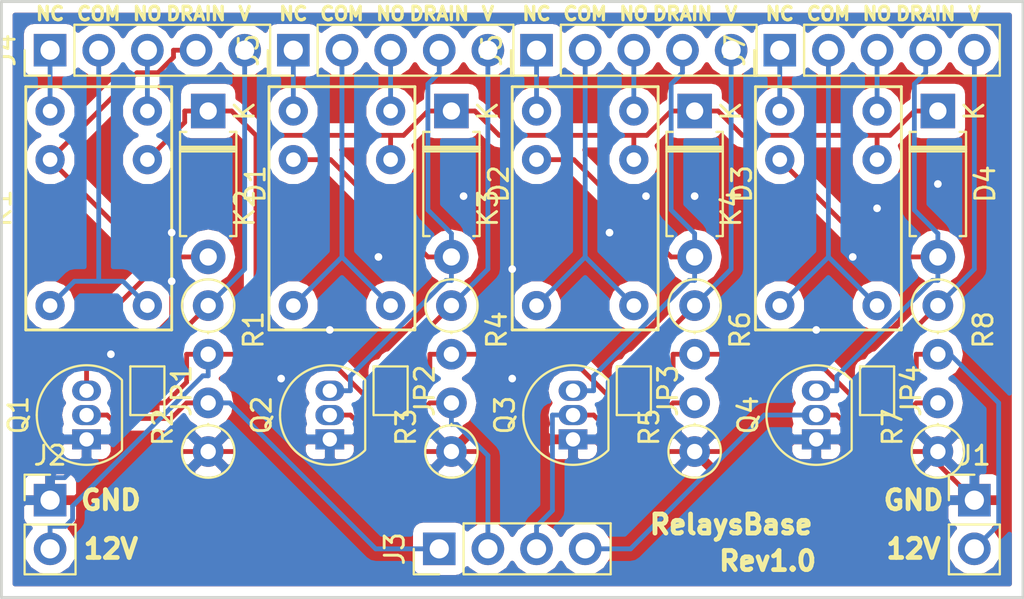
<source format=kicad_pcb>
(kicad_pcb (version 4) (host pcbnew 4.0.7-e2-6376~60~ubuntu17.10.1)

  (general
    (links 70)
    (no_connects 0)
    (area 124.792381 94.31238 182.54762 129.842619)
    (thickness 1.6)
    (drawings 30)
    (tracks 265)
    (zones 0)
    (modules 31)
    (nets 27)
  )

  (page A4)
  (layers
    (0 F.Cu signal hide)
    (31 B.Cu signal hide)
    (32 B.Adhes user)
    (33 F.Adhes user)
    (34 B.Paste user)
    (35 F.Paste user)
    (36 B.SilkS user)
    (37 F.SilkS user)
    (38 B.Mask user)
    (39 F.Mask user)
    (40 Dwgs.User user)
    (41 Cmts.User user)
    (42 Eco1.User user)
    (43 Eco2.User user)
    (44 Edge.Cuts user)
    (45 Margin user)
    (46 B.CrtYd user)
    (47 F.CrtYd user)
    (48 B.Fab user)
    (49 F.Fab user)
  )

  (setup
    (last_trace_width 0.25)
    (trace_clearance 0.2)
    (zone_clearance 0.508)
    (zone_45_only no)
    (trace_min 0.2)
    (segment_width 0.2)
    (edge_width 0.15)
    (via_size 0.6)
    (via_drill 0.4)
    (via_min_size 0.4)
    (via_min_drill 0.3)
    (uvia_size 0.3)
    (uvia_drill 0.1)
    (uvias_allowed no)
    (uvia_min_size 0.2)
    (uvia_min_drill 0.1)
    (pcb_text_width 0.3)
    (pcb_text_size 1.5 1.5)
    (mod_edge_width 0.15)
    (mod_text_size 1 1)
    (mod_text_width 0.15)
    (pad_size 1.524 1.524)
    (pad_drill 0.762)
    (pad_to_mask_clearance 0.2)
    (aux_axis_origin 0 0)
    (visible_elements FFFFFF7F)
    (pcbplotparams
      (layerselection 0x010f0_80000001)
      (usegerberextensions true)
      (excludeedgelayer true)
      (linewidth 0.100000)
      (plotframeref false)
      (viasonmask false)
      (mode 1)
      (useauxorigin false)
      (hpglpennumber 1)
      (hpglpenspeed 20)
      (hpglpendiameter 15)
      (hpglpenoverlay 2)
      (psnegative false)
      (psa4output false)
      (plotreference true)
      (plotvalue true)
      (plotinvisibletext false)
      (padsonsilk false)
      (subtractmaskfromsilk true)
      (outputformat 1)
      (mirror false)
      (drillshape 0)
      (scaleselection 1)
      (outputdirectory plots))
  )

  (net 0 "")
  (net 1 +12V)
  (net 2 DRAIN1)
  (net 3 DRAIN2)
  (net 4 DRAIN3)
  (net 5 DRAIN4)
  (net 6 GND)
  (net 7 SIG1)
  (net 8 SIG2)
  (net 9 SIG3)
  (net 10 SIG4)
  (net 11 NC1)
  (net 12 COM1)
  (net 13 NO1)
  (net 14 "Net-(J4-Pad5)")
  (net 15 NC2)
  (net 16 COM2)
  (net 17 NO2)
  (net 18 "Net-(J5-Pad5)")
  (net 19 NC3)
  (net 20 COM3)
  (net 21 NO3)
  (net 22 "Net-(J6-Pad5)")
  (net 23 NC4)
  (net 24 COM4)
  (net 25 NO4)
  (net 26 "Net-(J7-Pad5)")

  (net_class Default "This is the default net class."
    (clearance 0.2)
    (trace_width 0.25)
    (via_dia 0.6)
    (via_drill 0.4)
    (uvia_dia 0.3)
    (uvia_drill 0.1)
    (add_net +12V)
    (add_net COM1)
    (add_net COM2)
    (add_net COM3)
    (add_net COM4)
    (add_net DRAIN1)
    (add_net DRAIN2)
    (add_net DRAIN3)
    (add_net DRAIN4)
    (add_net GND)
    (add_net NC1)
    (add_net NC2)
    (add_net NC3)
    (add_net NC4)
    (add_net NO1)
    (add_net NO2)
    (add_net NO3)
    (add_net NO4)
    (add_net "Net-(J4-Pad5)")
    (add_net "Net-(J5-Pad5)")
    (add_net "Net-(J6-Pad5)")
    (add_net "Net-(J7-Pad5)")
    (add_net SIG1)
    (add_net SIG2)
    (add_net SIG3)
    (add_net SIG4)
  )

  (module Resistor_THT:R_Axial_DIN0207_L6.3mm_D2.5mm_P2.54mm_Vertical (layer F.Cu) (tedit 5A24F4B6) (tstamp 5A3518D8)
    (at 175.895 112.395 270)
    (descr "Resistor, Axial_DIN0207 series, Axial, Vertical, pin pitch=2.54mm, 0.25W = 1/4W, length*diameter=6.3*2.5mm^2, http://cdn-reichelt.de/documents/datenblatt/B400/1_4W%23YAG.pdf")
    (tags "Resistor Axial_DIN0207 series Axial Vertical pin pitch 2.54mm 0.25W = 1/4W length 6.3mm diameter 2.5mm")
    (path /5A34B48F)
    (fp_text reference R8 (at 1.27 -2.37 270) (layer F.SilkS)
      (effects (font (size 1 1) (thickness 0.15)))
    )
    (fp_text value 1K (at 1.27 2.37 270) (layer F.Fab)
      (effects (font (size 1 1) (thickness 0.15)))
    )
    (fp_circle (center 0 0) (end 1.25 0) (layer F.Fab) (width 0.1))
    (fp_circle (center 0 0) (end 1.37 0) (layer F.SilkS) (width 0.12))
    (fp_line (start 0 0) (end 2.54 0) (layer F.Fab) (width 0.1))
    (fp_line (start 1.37 0) (end 1.44 0) (layer F.SilkS) (width 0.12))
    (fp_line (start -1.65 -1.65) (end -1.65 1.65) (layer F.CrtYd) (width 0.05))
    (fp_line (start -1.65 1.65) (end 3.75 1.65) (layer F.CrtYd) (width 0.05))
    (fp_line (start 3.75 1.65) (end 3.75 -1.65) (layer F.CrtYd) (width 0.05))
    (fp_line (start 3.75 -1.65) (end -1.65 -1.65) (layer F.CrtYd) (width 0.05))
    (fp_text user %R (at 1.27 -2.37 270) (layer F.Fab)
      (effects (font (size 1 1) (thickness 0.15)))
    )
    (pad 1 thru_hole circle (at 0 0 270) (size 1.6 1.6) (drill 0.8) (layers *.Cu *.Mask)
      (net 26 "Net-(J7-Pad5)"))
    (pad 2 thru_hole oval (at 2.54 0 270) (size 1.6 1.6) (drill 0.8) (layers *.Cu *.Mask)
      (net 1 +12V))
    (model ${KISYS3DMOD}/Resistor_THT.3dshapes/R_Axial_DIN0207_L6.3mm_D2.5mm_P2.54mm_Vertical.wrl
      (at (xyz 0 0 0))
      (scale (xyz 1 1 1))
      (rotate (xyz 0 0 0))
    )
  )

  (module Connector_PinHeader_2.54mm:PinHeader_1x02_P2.54mm_Vertical (layer F.Cu) (tedit 59FED5CC) (tstamp 5A34B5D7)
    (at 177.8 122.555)
    (descr "Through hole straight pin header, 1x02, 2.54mm pitch, single row")
    (tags "Through hole pin header THT 1x02 2.54mm single row")
    (path /5A32B4EB)
    (fp_text reference J1 (at 0 -2.33) (layer F.SilkS)
      (effects (font (size 1 1) (thickness 0.15)))
    )
    (fp_text value Conn_01x02 (at 0 4.87) (layer F.Fab)
      (effects (font (size 1 1) (thickness 0.15)))
    )
    (fp_line (start -0.635 -1.27) (end 1.27 -1.27) (layer F.Fab) (width 0.1))
    (fp_line (start 1.27 -1.27) (end 1.27 3.81) (layer F.Fab) (width 0.1))
    (fp_line (start 1.27 3.81) (end -1.27 3.81) (layer F.Fab) (width 0.1))
    (fp_line (start -1.27 3.81) (end -1.27 -0.635) (layer F.Fab) (width 0.1))
    (fp_line (start -1.27 -0.635) (end -0.635 -1.27) (layer F.Fab) (width 0.1))
    (fp_line (start -1.33 3.87) (end 1.33 3.87) (layer F.SilkS) (width 0.12))
    (fp_line (start -1.33 1.27) (end -1.33 3.87) (layer F.SilkS) (width 0.12))
    (fp_line (start 1.33 1.27) (end 1.33 3.87) (layer F.SilkS) (width 0.12))
    (fp_line (start -1.33 1.27) (end 1.33 1.27) (layer F.SilkS) (width 0.12))
    (fp_line (start -1.33 0) (end -1.33 -1.33) (layer F.SilkS) (width 0.12))
    (fp_line (start -1.33 -1.33) (end 0 -1.33) (layer F.SilkS) (width 0.12))
    (fp_line (start -1.8 -1.8) (end -1.8 4.35) (layer F.CrtYd) (width 0.05))
    (fp_line (start -1.8 4.35) (end 1.8 4.35) (layer F.CrtYd) (width 0.05))
    (fp_line (start 1.8 4.35) (end 1.8 -1.8) (layer F.CrtYd) (width 0.05))
    (fp_line (start 1.8 -1.8) (end -1.8 -1.8) (layer F.CrtYd) (width 0.05))
    (fp_text user %R (at 0 1.27 90) (layer F.Fab)
      (effects (font (size 1 1) (thickness 0.15)))
    )
    (pad 1 thru_hole rect (at 0 0) (size 1.7 1.7) (drill 1) (layers *.Cu *.Mask)
      (net 6 GND))
    (pad 2 thru_hole oval (at 0 2.54) (size 1.7 1.7) (drill 1) (layers *.Cu *.Mask)
      (net 1 +12V))
    (model ${KISYS3DMOD}/Connector_PinHeader_2.54mm.3dshapes/PinHeader_1x02_P2.54mm_Vertical.wrl
      (at (xyz 0 0 0))
      (scale (xyz 1 1 1))
      (rotate (xyz 0 0 0))
    )
  )

  (module Connector_PinHeader_2.54mm:PinHeader_1x02_P2.54mm_Vertical (layer F.Cu) (tedit 59FED5CC) (tstamp 5A34B5ED)
    (at 129.54 122.555)
    (descr "Through hole straight pin header, 1x02, 2.54mm pitch, single row")
    (tags "Through hole pin header THT 1x02 2.54mm single row")
    (path /5A32BA28)
    (fp_text reference J2 (at 0 -2.33) (layer F.SilkS)
      (effects (font (size 1 1) (thickness 0.15)))
    )
    (fp_text value Conn_01x02 (at 0 4.87) (layer F.Fab)
      (effects (font (size 1 1) (thickness 0.15)))
    )
    (fp_line (start -0.635 -1.27) (end 1.27 -1.27) (layer F.Fab) (width 0.1))
    (fp_line (start 1.27 -1.27) (end 1.27 3.81) (layer F.Fab) (width 0.1))
    (fp_line (start 1.27 3.81) (end -1.27 3.81) (layer F.Fab) (width 0.1))
    (fp_line (start -1.27 3.81) (end -1.27 -0.635) (layer F.Fab) (width 0.1))
    (fp_line (start -1.27 -0.635) (end -0.635 -1.27) (layer F.Fab) (width 0.1))
    (fp_line (start -1.33 3.87) (end 1.33 3.87) (layer F.SilkS) (width 0.12))
    (fp_line (start -1.33 1.27) (end -1.33 3.87) (layer F.SilkS) (width 0.12))
    (fp_line (start 1.33 1.27) (end 1.33 3.87) (layer F.SilkS) (width 0.12))
    (fp_line (start -1.33 1.27) (end 1.33 1.27) (layer F.SilkS) (width 0.12))
    (fp_line (start -1.33 0) (end -1.33 -1.33) (layer F.SilkS) (width 0.12))
    (fp_line (start -1.33 -1.33) (end 0 -1.33) (layer F.SilkS) (width 0.12))
    (fp_line (start -1.8 -1.8) (end -1.8 4.35) (layer F.CrtYd) (width 0.05))
    (fp_line (start -1.8 4.35) (end 1.8 4.35) (layer F.CrtYd) (width 0.05))
    (fp_line (start 1.8 4.35) (end 1.8 -1.8) (layer F.CrtYd) (width 0.05))
    (fp_line (start 1.8 -1.8) (end -1.8 -1.8) (layer F.CrtYd) (width 0.05))
    (fp_text user %R (at 0 1.27 90) (layer F.Fab)
      (effects (font (size 1 1) (thickness 0.15)))
    )
    (pad 1 thru_hole rect (at 0 0) (size 1.7 1.7) (drill 1) (layers *.Cu *.Mask)
      (net 6 GND))
    (pad 2 thru_hole oval (at 0 2.54) (size 1.7 1.7) (drill 1) (layers *.Cu *.Mask)
      (net 1 +12V))
    (model ${KISYS3DMOD}/Connector_PinHeader_2.54mm.3dshapes/PinHeader_1x02_P2.54mm_Vertical.wrl
      (at (xyz 0 0 0))
      (scale (xyz 1 1 1))
      (rotate (xyz 0 0 0))
    )
  )

  (module Connector_PinHeader_2.54mm:PinHeader_1x04_P2.54mm_Vertical (layer F.Cu) (tedit 59FED5CC) (tstamp 5A34B605)
    (at 149.86 125.095 90)
    (descr "Through hole straight pin header, 1x04, 2.54mm pitch, single row")
    (tags "Through hole pin header THT 1x04 2.54mm single row")
    (path /5A328E82)
    (fp_text reference J3 (at 0 -2.33 90) (layer F.SilkS)
      (effects (font (size 1 1) (thickness 0.15)))
    )
    (fp_text value Conn_01x04 (at 0 9.95 90) (layer F.Fab)
      (effects (font (size 1 1) (thickness 0.15)))
    )
    (fp_line (start -0.635 -1.27) (end 1.27 -1.27) (layer F.Fab) (width 0.1))
    (fp_line (start 1.27 -1.27) (end 1.27 8.89) (layer F.Fab) (width 0.1))
    (fp_line (start 1.27 8.89) (end -1.27 8.89) (layer F.Fab) (width 0.1))
    (fp_line (start -1.27 8.89) (end -1.27 -0.635) (layer F.Fab) (width 0.1))
    (fp_line (start -1.27 -0.635) (end -0.635 -1.27) (layer F.Fab) (width 0.1))
    (fp_line (start -1.33 8.95) (end 1.33 8.95) (layer F.SilkS) (width 0.12))
    (fp_line (start -1.33 1.27) (end -1.33 8.95) (layer F.SilkS) (width 0.12))
    (fp_line (start 1.33 1.27) (end 1.33 8.95) (layer F.SilkS) (width 0.12))
    (fp_line (start -1.33 1.27) (end 1.33 1.27) (layer F.SilkS) (width 0.12))
    (fp_line (start -1.33 0) (end -1.33 -1.33) (layer F.SilkS) (width 0.12))
    (fp_line (start -1.33 -1.33) (end 0 -1.33) (layer F.SilkS) (width 0.12))
    (fp_line (start -1.8 -1.8) (end -1.8 9.4) (layer F.CrtYd) (width 0.05))
    (fp_line (start -1.8 9.4) (end 1.8 9.4) (layer F.CrtYd) (width 0.05))
    (fp_line (start 1.8 9.4) (end 1.8 -1.8) (layer F.CrtYd) (width 0.05))
    (fp_line (start 1.8 -1.8) (end -1.8 -1.8) (layer F.CrtYd) (width 0.05))
    (fp_text user %R (at 0 3.81 180) (layer F.Fab)
      (effects (font (size 1 1) (thickness 0.15)))
    )
    (pad 1 thru_hole rect (at 0 0 90) (size 1.7 1.7) (drill 1) (layers *.Cu *.Mask)
      (net 7 SIG1))
    (pad 2 thru_hole oval (at 0 2.54 90) (size 1.7 1.7) (drill 1) (layers *.Cu *.Mask)
      (net 8 SIG2))
    (pad 3 thru_hole oval (at 0 5.08 90) (size 1.7 1.7) (drill 1) (layers *.Cu *.Mask)
      (net 9 SIG3))
    (pad 4 thru_hole oval (at 0 7.62 90) (size 1.7 1.7) (drill 1) (layers *.Cu *.Mask)
      (net 10 SIG4))
    (model ${KISYS3DMOD}/Connector_PinHeader_2.54mm.3dshapes/PinHeader_1x04_P2.54mm_Vertical.wrl
      (at (xyz 0 0 0))
      (scale (xyz 1 1 1))
      (rotate (xyz 0 0 0))
    )
  )

  (module Connector_PinHeader_2.54mm:PinHeader_1x05_P2.54mm_Vertical (layer F.Cu) (tedit 59FED5CC) (tstamp 5A34B61E)
    (at 129.54 99.06 90)
    (descr "Through hole straight pin header, 1x05, 2.54mm pitch, single row")
    (tags "Through hole pin header THT 1x05 2.54mm single row")
    (path /5A34ADE1)
    (fp_text reference J4 (at 0 -2.33 90) (layer F.SilkS)
      (effects (font (size 1 1) (thickness 0.15)))
    )
    (fp_text value Conn_01x05 (at 0 12.49 90) (layer F.Fab)
      (effects (font (size 1 1) (thickness 0.15)))
    )
    (fp_line (start -0.635 -1.27) (end 1.27 -1.27) (layer F.Fab) (width 0.1))
    (fp_line (start 1.27 -1.27) (end 1.27 11.43) (layer F.Fab) (width 0.1))
    (fp_line (start 1.27 11.43) (end -1.27 11.43) (layer F.Fab) (width 0.1))
    (fp_line (start -1.27 11.43) (end -1.27 -0.635) (layer F.Fab) (width 0.1))
    (fp_line (start -1.27 -0.635) (end -0.635 -1.27) (layer F.Fab) (width 0.1))
    (fp_line (start -1.33 11.49) (end 1.33 11.49) (layer F.SilkS) (width 0.12))
    (fp_line (start -1.33 1.27) (end -1.33 11.49) (layer F.SilkS) (width 0.12))
    (fp_line (start 1.33 1.27) (end 1.33 11.49) (layer F.SilkS) (width 0.12))
    (fp_line (start -1.33 1.27) (end 1.33 1.27) (layer F.SilkS) (width 0.12))
    (fp_line (start -1.33 0) (end -1.33 -1.33) (layer F.SilkS) (width 0.12))
    (fp_line (start -1.33 -1.33) (end 0 -1.33) (layer F.SilkS) (width 0.12))
    (fp_line (start -1.8 -1.8) (end -1.8 11.95) (layer F.CrtYd) (width 0.05))
    (fp_line (start -1.8 11.95) (end 1.8 11.95) (layer F.CrtYd) (width 0.05))
    (fp_line (start 1.8 11.95) (end 1.8 -1.8) (layer F.CrtYd) (width 0.05))
    (fp_line (start 1.8 -1.8) (end -1.8 -1.8) (layer F.CrtYd) (width 0.05))
    (fp_text user %R (at 0 5.08 180) (layer F.Fab)
      (effects (font (size 1 1) (thickness 0.15)))
    )
    (pad 1 thru_hole rect (at 0 0 90) (size 1.7 1.7) (drill 1) (layers *.Cu *.Mask)
      (net 11 NC1))
    (pad 2 thru_hole oval (at 0 2.54 90) (size 1.7 1.7) (drill 1) (layers *.Cu *.Mask)
      (net 12 COM1))
    (pad 3 thru_hole oval (at 0 5.08 90) (size 1.7 1.7) (drill 1) (layers *.Cu *.Mask)
      (net 13 NO1))
    (pad 4 thru_hole oval (at 0 7.62 90) (size 1.7 1.7) (drill 1) (layers *.Cu *.Mask)
      (net 2 DRAIN1))
    (pad 5 thru_hole oval (at 0 10.16 90) (size 1.7 1.7) (drill 1) (layers *.Cu *.Mask)
      (net 14 "Net-(J4-Pad5)"))
    (model ${KISYS3DMOD}/Connector_PinHeader_2.54mm.3dshapes/PinHeader_1x05_P2.54mm_Vertical.wrl
      (at (xyz 0 0 0))
      (scale (xyz 1 1 1))
      (rotate (xyz 0 0 0))
    )
  )

  (module Connector_PinHeader_2.54mm:PinHeader_1x05_P2.54mm_Vertical (layer F.Cu) (tedit 59FED5CC) (tstamp 5A34B637)
    (at 142.24 99.06 90)
    (descr "Through hole straight pin header, 1x05, 2.54mm pitch, single row")
    (tags "Through hole pin header THT 1x05 2.54mm single row")
    (path /5A34AE50)
    (fp_text reference J5 (at 0 -2.33 90) (layer F.SilkS)
      (effects (font (size 1 1) (thickness 0.15)))
    )
    (fp_text value Conn_01x05 (at 0 12.49 90) (layer F.Fab)
      (effects (font (size 1 1) (thickness 0.15)))
    )
    (fp_line (start -0.635 -1.27) (end 1.27 -1.27) (layer F.Fab) (width 0.1))
    (fp_line (start 1.27 -1.27) (end 1.27 11.43) (layer F.Fab) (width 0.1))
    (fp_line (start 1.27 11.43) (end -1.27 11.43) (layer F.Fab) (width 0.1))
    (fp_line (start -1.27 11.43) (end -1.27 -0.635) (layer F.Fab) (width 0.1))
    (fp_line (start -1.27 -0.635) (end -0.635 -1.27) (layer F.Fab) (width 0.1))
    (fp_line (start -1.33 11.49) (end 1.33 11.49) (layer F.SilkS) (width 0.12))
    (fp_line (start -1.33 1.27) (end -1.33 11.49) (layer F.SilkS) (width 0.12))
    (fp_line (start 1.33 1.27) (end 1.33 11.49) (layer F.SilkS) (width 0.12))
    (fp_line (start -1.33 1.27) (end 1.33 1.27) (layer F.SilkS) (width 0.12))
    (fp_line (start -1.33 0) (end -1.33 -1.33) (layer F.SilkS) (width 0.12))
    (fp_line (start -1.33 -1.33) (end 0 -1.33) (layer F.SilkS) (width 0.12))
    (fp_line (start -1.8 -1.8) (end -1.8 11.95) (layer F.CrtYd) (width 0.05))
    (fp_line (start -1.8 11.95) (end 1.8 11.95) (layer F.CrtYd) (width 0.05))
    (fp_line (start 1.8 11.95) (end 1.8 -1.8) (layer F.CrtYd) (width 0.05))
    (fp_line (start 1.8 -1.8) (end -1.8 -1.8) (layer F.CrtYd) (width 0.05))
    (fp_text user %R (at 0 5.08 180) (layer F.Fab)
      (effects (font (size 1 1) (thickness 0.15)))
    )
    (pad 1 thru_hole rect (at 0 0 90) (size 1.7 1.7) (drill 1) (layers *.Cu *.Mask)
      (net 15 NC2))
    (pad 2 thru_hole oval (at 0 2.54 90) (size 1.7 1.7) (drill 1) (layers *.Cu *.Mask)
      (net 16 COM2))
    (pad 3 thru_hole oval (at 0 5.08 90) (size 1.7 1.7) (drill 1) (layers *.Cu *.Mask)
      (net 17 NO2))
    (pad 4 thru_hole oval (at 0 7.62 90) (size 1.7 1.7) (drill 1) (layers *.Cu *.Mask)
      (net 3 DRAIN2))
    (pad 5 thru_hole oval (at 0 10.16 90) (size 1.7 1.7) (drill 1) (layers *.Cu *.Mask)
      (net 18 "Net-(J5-Pad5)"))
    (model ${KISYS3DMOD}/Connector_PinHeader_2.54mm.3dshapes/PinHeader_1x05_P2.54mm_Vertical.wrl
      (at (xyz 0 0 0))
      (scale (xyz 1 1 1))
      (rotate (xyz 0 0 0))
    )
  )

  (module Connector_PinHeader_2.54mm:PinHeader_1x05_P2.54mm_Vertical (layer F.Cu) (tedit 59FED5CC) (tstamp 5A34B650)
    (at 154.94 99.06 90)
    (descr "Through hole straight pin header, 1x05, 2.54mm pitch, single row")
    (tags "Through hole pin header THT 1x05 2.54mm single row")
    (path /5A34B46A)
    (fp_text reference J6 (at 0 -2.33 90) (layer F.SilkS)
      (effects (font (size 1 1) (thickness 0.15)))
    )
    (fp_text value Conn_01x05 (at 0 12.49 90) (layer F.Fab)
      (effects (font (size 1 1) (thickness 0.15)))
    )
    (fp_line (start -0.635 -1.27) (end 1.27 -1.27) (layer F.Fab) (width 0.1))
    (fp_line (start 1.27 -1.27) (end 1.27 11.43) (layer F.Fab) (width 0.1))
    (fp_line (start 1.27 11.43) (end -1.27 11.43) (layer F.Fab) (width 0.1))
    (fp_line (start -1.27 11.43) (end -1.27 -0.635) (layer F.Fab) (width 0.1))
    (fp_line (start -1.27 -0.635) (end -0.635 -1.27) (layer F.Fab) (width 0.1))
    (fp_line (start -1.33 11.49) (end 1.33 11.49) (layer F.SilkS) (width 0.12))
    (fp_line (start -1.33 1.27) (end -1.33 11.49) (layer F.SilkS) (width 0.12))
    (fp_line (start 1.33 1.27) (end 1.33 11.49) (layer F.SilkS) (width 0.12))
    (fp_line (start -1.33 1.27) (end 1.33 1.27) (layer F.SilkS) (width 0.12))
    (fp_line (start -1.33 0) (end -1.33 -1.33) (layer F.SilkS) (width 0.12))
    (fp_line (start -1.33 -1.33) (end 0 -1.33) (layer F.SilkS) (width 0.12))
    (fp_line (start -1.8 -1.8) (end -1.8 11.95) (layer F.CrtYd) (width 0.05))
    (fp_line (start -1.8 11.95) (end 1.8 11.95) (layer F.CrtYd) (width 0.05))
    (fp_line (start 1.8 11.95) (end 1.8 -1.8) (layer F.CrtYd) (width 0.05))
    (fp_line (start 1.8 -1.8) (end -1.8 -1.8) (layer F.CrtYd) (width 0.05))
    (fp_text user %R (at 0 5.08 180) (layer F.Fab)
      (effects (font (size 1 1) (thickness 0.15)))
    )
    (pad 1 thru_hole rect (at 0 0 90) (size 1.7 1.7) (drill 1) (layers *.Cu *.Mask)
      (net 19 NC3))
    (pad 2 thru_hole oval (at 0 2.54 90) (size 1.7 1.7) (drill 1) (layers *.Cu *.Mask)
      (net 20 COM3))
    (pad 3 thru_hole oval (at 0 5.08 90) (size 1.7 1.7) (drill 1) (layers *.Cu *.Mask)
      (net 21 NO3))
    (pad 4 thru_hole oval (at 0 7.62 90) (size 1.7 1.7) (drill 1) (layers *.Cu *.Mask)
      (net 4 DRAIN3))
    (pad 5 thru_hole oval (at 0 10.16 90) (size 1.7 1.7) (drill 1) (layers *.Cu *.Mask)
      (net 22 "Net-(J6-Pad5)"))
    (model ${KISYS3DMOD}/Connector_PinHeader_2.54mm.3dshapes/PinHeader_1x05_P2.54mm_Vertical.wrl
      (at (xyz 0 0 0))
      (scale (xyz 1 1 1))
      (rotate (xyz 0 0 0))
    )
  )

  (module Connector_PinHeader_2.54mm:PinHeader_1x05_P2.54mm_Vertical (layer F.Cu) (tedit 59FED5CC) (tstamp 5A34B669)
    (at 167.64 99.06 90)
    (descr "Through hole straight pin header, 1x05, 2.54mm pitch, single row")
    (tags "Through hole pin header THT 1x05 2.54mm single row")
    (path /5A34B4C8)
    (fp_text reference J7 (at 0 -2.33 90) (layer F.SilkS)
      (effects (font (size 1 1) (thickness 0.15)))
    )
    (fp_text value Conn_01x05 (at 0 12.49 90) (layer F.Fab)
      (effects (font (size 1 1) (thickness 0.15)))
    )
    (fp_line (start -0.635 -1.27) (end 1.27 -1.27) (layer F.Fab) (width 0.1))
    (fp_line (start 1.27 -1.27) (end 1.27 11.43) (layer F.Fab) (width 0.1))
    (fp_line (start 1.27 11.43) (end -1.27 11.43) (layer F.Fab) (width 0.1))
    (fp_line (start -1.27 11.43) (end -1.27 -0.635) (layer F.Fab) (width 0.1))
    (fp_line (start -1.27 -0.635) (end -0.635 -1.27) (layer F.Fab) (width 0.1))
    (fp_line (start -1.33 11.49) (end 1.33 11.49) (layer F.SilkS) (width 0.12))
    (fp_line (start -1.33 1.27) (end -1.33 11.49) (layer F.SilkS) (width 0.12))
    (fp_line (start 1.33 1.27) (end 1.33 11.49) (layer F.SilkS) (width 0.12))
    (fp_line (start -1.33 1.27) (end 1.33 1.27) (layer F.SilkS) (width 0.12))
    (fp_line (start -1.33 0) (end -1.33 -1.33) (layer F.SilkS) (width 0.12))
    (fp_line (start -1.33 -1.33) (end 0 -1.33) (layer F.SilkS) (width 0.12))
    (fp_line (start -1.8 -1.8) (end -1.8 11.95) (layer F.CrtYd) (width 0.05))
    (fp_line (start -1.8 11.95) (end 1.8 11.95) (layer F.CrtYd) (width 0.05))
    (fp_line (start 1.8 11.95) (end 1.8 -1.8) (layer F.CrtYd) (width 0.05))
    (fp_line (start 1.8 -1.8) (end -1.8 -1.8) (layer F.CrtYd) (width 0.05))
    (fp_text user %R (at 0 5.08 180) (layer F.Fab)
      (effects (font (size 1 1) (thickness 0.15)))
    )
    (pad 1 thru_hole rect (at 0 0 90) (size 1.7 1.7) (drill 1) (layers *.Cu *.Mask)
      (net 23 NC4))
    (pad 2 thru_hole oval (at 0 2.54 90) (size 1.7 1.7) (drill 1) (layers *.Cu *.Mask)
      (net 24 COM4))
    (pad 3 thru_hole oval (at 0 5.08 90) (size 1.7 1.7) (drill 1) (layers *.Cu *.Mask)
      (net 25 NO4))
    (pad 4 thru_hole oval (at 0 7.62 90) (size 1.7 1.7) (drill 1) (layers *.Cu *.Mask)
      (net 5 DRAIN4))
    (pad 5 thru_hole oval (at 0 10.16 90) (size 1.7 1.7) (drill 1) (layers *.Cu *.Mask)
      (net 26 "Net-(J7-Pad5)"))
    (model ${KISYS3DMOD}/Connector_PinHeader_2.54mm.3dshapes/PinHeader_1x05_P2.54mm_Vertical.wrl
      (at (xyz 0 0 0))
      (scale (xyz 1 1 1))
      (rotate (xyz 0 0 0))
    )
  )

  (module Jumper:SolderJumper_01x02 (layer F.Cu) (tedit 5A1C876D) (tstamp 5A34B678)
    (at 134.62 116.84 270)
    (descr "2-pin solder bridge jumper")
    (tags "solder bridge jumper")
    (path /5A34A95A)
    (attr virtual)
    (fp_text reference JP1 (at 0 -1.78 270) (layer F.SilkS)
      (effects (font (size 1 1) (thickness 0.15)))
    )
    (fp_text value Jumper_NO (at 0 1.55 270) (layer F.Fab)
      (effects (font (size 1 1) (thickness 0.15)))
    )
    (fp_text user %R (at 0 0 270) (layer F.Fab)
      (effects (font (size 0.5 0.5) (thickness 0.075)))
    )
    (fp_line (start -1.45 -1.1) (end 1.5 -1.1) (layer F.CrtYd) (width 0.05))
    (fp_line (start 1.5 -1.1) (end 1.5 1.1) (layer F.CrtYd) (width 0.05))
    (fp_line (start 1.5 1.1) (end -1.45 1.1) (layer F.CrtYd) (width 0.05))
    (fp_line (start -1.45 1.1) (end -1.45 -1.1) (layer F.CrtYd) (width 0.05))
    (fp_line (start -1.27 0.89) (end 1.27 0.89) (layer F.SilkS) (width 0.12))
    (fp_line (start 1.27 -0.89) (end -1.27 -0.89) (layer F.SilkS) (width 0.12))
    (fp_line (start 1.27 -0.89) (end 1.27 0.89) (layer F.SilkS) (width 0.12))
    (fp_line (start -1.27 0.89) (end -1.27 -0.89) (layer F.SilkS) (width 0.12))
    (pad 1 smd rect (at -0.64 0) (size 1.27 0.97) (layers F.Cu F.Paste F.Mask)
      (net 14 "Net-(J4-Pad5)"))
    (pad 2 smd rect (at 0.64 0) (size 1.27 0.97) (layers F.Cu F.Paste F.Mask)
      (net 1 +12V))
  )

  (module Jumper:SolderJumper_01x02 (layer F.Cu) (tedit 5A1C876D) (tstamp 5A34B687)
    (at 147.32 116.84 270)
    (descr "2-pin solder bridge jumper")
    (tags "solder bridge jumper")
    (path /5A34AE32)
    (attr virtual)
    (fp_text reference JP2 (at 0 -1.78 270) (layer F.SilkS)
      (effects (font (size 1 1) (thickness 0.15)))
    )
    (fp_text value Jumper_NO (at 0 1.55 270) (layer F.Fab)
      (effects (font (size 1 1) (thickness 0.15)))
    )
    (fp_text user %R (at 0 0 270) (layer F.Fab)
      (effects (font (size 0.5 0.5) (thickness 0.075)))
    )
    (fp_line (start -1.45 -1.1) (end 1.5 -1.1) (layer F.CrtYd) (width 0.05))
    (fp_line (start 1.5 -1.1) (end 1.5 1.1) (layer F.CrtYd) (width 0.05))
    (fp_line (start 1.5 1.1) (end -1.45 1.1) (layer F.CrtYd) (width 0.05))
    (fp_line (start -1.45 1.1) (end -1.45 -1.1) (layer F.CrtYd) (width 0.05))
    (fp_line (start -1.27 0.89) (end 1.27 0.89) (layer F.SilkS) (width 0.12))
    (fp_line (start 1.27 -0.89) (end -1.27 -0.89) (layer F.SilkS) (width 0.12))
    (fp_line (start 1.27 -0.89) (end 1.27 0.89) (layer F.SilkS) (width 0.12))
    (fp_line (start -1.27 0.89) (end -1.27 -0.89) (layer F.SilkS) (width 0.12))
    (pad 1 smd rect (at -0.64 0) (size 1.27 0.97) (layers F.Cu F.Paste F.Mask)
      (net 18 "Net-(J5-Pad5)"))
    (pad 2 smd rect (at 0.64 0) (size 1.27 0.97) (layers F.Cu F.Paste F.Mask)
      (net 1 +12V))
  )

  (module Jumper:SolderJumper_01x02 (layer F.Cu) (tedit 5A1C876D) (tstamp 5A34B696)
    (at 160.02 116.84 270)
    (descr "2-pin solder bridge jumper")
    (tags "solder bridge jumper")
    (path /5A34B44C)
    (attr virtual)
    (fp_text reference JP3 (at 0 -1.78 270) (layer F.SilkS)
      (effects (font (size 1 1) (thickness 0.15)))
    )
    (fp_text value Jumper_NO (at 0 1.55 270) (layer F.Fab)
      (effects (font (size 1 1) (thickness 0.15)))
    )
    (fp_text user %R (at 0 0 270) (layer F.Fab)
      (effects (font (size 0.5 0.5) (thickness 0.075)))
    )
    (fp_line (start -1.45 -1.1) (end 1.5 -1.1) (layer F.CrtYd) (width 0.05))
    (fp_line (start 1.5 -1.1) (end 1.5 1.1) (layer F.CrtYd) (width 0.05))
    (fp_line (start 1.5 1.1) (end -1.45 1.1) (layer F.CrtYd) (width 0.05))
    (fp_line (start -1.45 1.1) (end -1.45 -1.1) (layer F.CrtYd) (width 0.05))
    (fp_line (start -1.27 0.89) (end 1.27 0.89) (layer F.SilkS) (width 0.12))
    (fp_line (start 1.27 -0.89) (end -1.27 -0.89) (layer F.SilkS) (width 0.12))
    (fp_line (start 1.27 -0.89) (end 1.27 0.89) (layer F.SilkS) (width 0.12))
    (fp_line (start -1.27 0.89) (end -1.27 -0.89) (layer F.SilkS) (width 0.12))
    (pad 1 smd rect (at -0.64 0) (size 1.27 0.97) (layers F.Cu F.Paste F.Mask)
      (net 22 "Net-(J6-Pad5)"))
    (pad 2 smd rect (at 0.64 0) (size 1.27 0.97) (layers F.Cu F.Paste F.Mask)
      (net 1 +12V))
  )

  (module Jumper:SolderJumper_01x02 (layer F.Cu) (tedit 5A1C876D) (tstamp 5A34B6A5)
    (at 172.72 116.84 270)
    (descr "2-pin solder bridge jumper")
    (tags "solder bridge jumper")
    (path /5A34B4AA)
    (attr virtual)
    (fp_text reference JP4 (at 0 -1.78 270) (layer F.SilkS)
      (effects (font (size 1 1) (thickness 0.15)))
    )
    (fp_text value Jumper_NO (at 0 1.55 270) (layer F.Fab)
      (effects (font (size 1 1) (thickness 0.15)))
    )
    (fp_text user %R (at 0 0 270) (layer F.Fab)
      (effects (font (size 0.5 0.5) (thickness 0.075)))
    )
    (fp_line (start -1.45 -1.1) (end 1.5 -1.1) (layer F.CrtYd) (width 0.05))
    (fp_line (start 1.5 -1.1) (end 1.5 1.1) (layer F.CrtYd) (width 0.05))
    (fp_line (start 1.5 1.1) (end -1.45 1.1) (layer F.CrtYd) (width 0.05))
    (fp_line (start -1.45 1.1) (end -1.45 -1.1) (layer F.CrtYd) (width 0.05))
    (fp_line (start -1.27 0.89) (end 1.27 0.89) (layer F.SilkS) (width 0.12))
    (fp_line (start 1.27 -0.89) (end -1.27 -0.89) (layer F.SilkS) (width 0.12))
    (fp_line (start 1.27 -0.89) (end 1.27 0.89) (layer F.SilkS) (width 0.12))
    (fp_line (start -1.27 0.89) (end -1.27 -0.89) (layer F.SilkS) (width 0.12))
    (pad 1 smd rect (at -0.64 0) (size 1.27 0.97) (layers F.Cu F.Paste F.Mask)
      (net 26 "Net-(J7-Pad5)"))
    (pad 2 smd rect (at 0.64 0) (size 1.27 0.97) (layers F.Cu F.Paste F.Mask)
      (net 1 +12V))
  )

  (module Relay_THT:Relay_Y14 (layer F.Cu) (tedit 5A33CADD) (tstamp 5A34B6B3)
    (at 133.35 104.775 270)
    (path /5A34AA87)
    (fp_text reference K1 (at 2.54 6.35 270) (layer F.SilkS)
      (effects (font (size 1 1) (thickness 0.15)))
    )
    (fp_text value Y14 (at 2.54 -3.81 270) (layer F.Fab)
      (effects (font (size 1 1) (thickness 0.15)))
    )
    (fp_line (start -3.81 -2.54) (end -3.81 5.08) (layer F.SilkS) (width 0.15))
    (fp_line (start -3.81 5.08) (end 8.89 5.08) (layer F.SilkS) (width 0.15))
    (fp_line (start 8.89 5.08) (end 8.89 -2.54) (layer F.SilkS) (width 0.15))
    (fp_line (start 8.89 -2.54) (end -3.81 -2.54) (layer F.SilkS) (width 0.15))
    (pad 1 thru_hole circle (at -2.54 -1.27 270) (size 1.524 1.524) (drill 0.762) (layers *.Cu *.Mask)
      (net 13 NO1))
    (pad 2 thru_hole circle (at -2.54 3.81 270) (size 1.524 1.524) (drill 0.762) (layers *.Cu *.Mask)
      (net 11 NC1))
    (pad 3 thru_hole circle (at 0 -1.27 270) (size 1.524 1.524) (drill 0.762) (layers *.Cu *.Mask)
      (net 1 +12V))
    (pad 4 thru_hole circle (at 0 3.81 270) (size 1.524 1.524) (drill 0.762) (layers *.Cu *.Mask)
      (net 2 DRAIN1))
    (pad 5 thru_hole circle (at 7.62 -1.27 270) (size 1.524 1.524) (drill 0.762) (layers *.Cu *.Mask)
      (net 12 COM1))
    (pad 6 thru_hole circle (at 7.62 3.81 270) (size 1.524 1.524) (drill 0.762) (layers *.Cu *.Mask)
      (net 12 COM1))
  )

  (module Relay_THT:Relay_Y14 (layer F.Cu) (tedit 5A33CADD) (tstamp 5A34B6C1)
    (at 146.05 104.775 270)
    (path /5A34AE56)
    (fp_text reference K2 (at 2.54 6.35 270) (layer F.SilkS)
      (effects (font (size 1 1) (thickness 0.15)))
    )
    (fp_text value Y14 (at 2.54 -3.81 270) (layer F.Fab)
      (effects (font (size 1 1) (thickness 0.15)))
    )
    (fp_line (start -3.81 -2.54) (end -3.81 5.08) (layer F.SilkS) (width 0.15))
    (fp_line (start -3.81 5.08) (end 8.89 5.08) (layer F.SilkS) (width 0.15))
    (fp_line (start 8.89 5.08) (end 8.89 -2.54) (layer F.SilkS) (width 0.15))
    (fp_line (start 8.89 -2.54) (end -3.81 -2.54) (layer F.SilkS) (width 0.15))
    (pad 1 thru_hole circle (at -2.54 -1.27 270) (size 1.524 1.524) (drill 0.762) (layers *.Cu *.Mask)
      (net 17 NO2))
    (pad 2 thru_hole circle (at -2.54 3.81 270) (size 1.524 1.524) (drill 0.762) (layers *.Cu *.Mask)
      (net 15 NC2))
    (pad 3 thru_hole circle (at 0 -1.27 270) (size 1.524 1.524) (drill 0.762) (layers *.Cu *.Mask)
      (net 1 +12V))
    (pad 4 thru_hole circle (at 0 3.81 270) (size 1.524 1.524) (drill 0.762) (layers *.Cu *.Mask)
      (net 3 DRAIN2))
    (pad 5 thru_hole circle (at 7.62 -1.27 270) (size 1.524 1.524) (drill 0.762) (layers *.Cu *.Mask)
      (net 16 COM2))
    (pad 6 thru_hole circle (at 7.62 3.81 270) (size 1.524 1.524) (drill 0.762) (layers *.Cu *.Mask)
      (net 16 COM2))
  )

  (module Relay_THT:Relay_Y14 (layer F.Cu) (tedit 5A33CADD) (tstamp 5A34B6CF)
    (at 158.75 104.775 270)
    (path /5A34B470)
    (fp_text reference K3 (at 2.54 6.35 270) (layer F.SilkS)
      (effects (font (size 1 1) (thickness 0.15)))
    )
    (fp_text value Y14 (at 2.54 -3.81 270) (layer F.Fab)
      (effects (font (size 1 1) (thickness 0.15)))
    )
    (fp_line (start -3.81 -2.54) (end -3.81 5.08) (layer F.SilkS) (width 0.15))
    (fp_line (start -3.81 5.08) (end 8.89 5.08) (layer F.SilkS) (width 0.15))
    (fp_line (start 8.89 5.08) (end 8.89 -2.54) (layer F.SilkS) (width 0.15))
    (fp_line (start 8.89 -2.54) (end -3.81 -2.54) (layer F.SilkS) (width 0.15))
    (pad 1 thru_hole circle (at -2.54 -1.27 270) (size 1.524 1.524) (drill 0.762) (layers *.Cu *.Mask)
      (net 21 NO3))
    (pad 2 thru_hole circle (at -2.54 3.81 270) (size 1.524 1.524) (drill 0.762) (layers *.Cu *.Mask)
      (net 19 NC3))
    (pad 3 thru_hole circle (at 0 -1.27 270) (size 1.524 1.524) (drill 0.762) (layers *.Cu *.Mask)
      (net 1 +12V))
    (pad 4 thru_hole circle (at 0 3.81 270) (size 1.524 1.524) (drill 0.762) (layers *.Cu *.Mask)
      (net 4 DRAIN3))
    (pad 5 thru_hole circle (at 7.62 -1.27 270) (size 1.524 1.524) (drill 0.762) (layers *.Cu *.Mask)
      (net 20 COM3))
    (pad 6 thru_hole circle (at 7.62 3.81 270) (size 1.524 1.524) (drill 0.762) (layers *.Cu *.Mask)
      (net 20 COM3))
  )

  (module Relay_THT:Relay_Y14 (layer F.Cu) (tedit 5A33CADD) (tstamp 5A34B6DD)
    (at 171.45 104.775 270)
    (path /5A34B4CE)
    (fp_text reference K4 (at 2.54 6.35 270) (layer F.SilkS)
      (effects (font (size 1 1) (thickness 0.15)))
    )
    (fp_text value Y14 (at 2.54 -3.81 270) (layer F.Fab)
      (effects (font (size 1 1) (thickness 0.15)))
    )
    (fp_line (start -3.81 -2.54) (end -3.81 5.08) (layer F.SilkS) (width 0.15))
    (fp_line (start -3.81 5.08) (end 8.89 5.08) (layer F.SilkS) (width 0.15))
    (fp_line (start 8.89 5.08) (end 8.89 -2.54) (layer F.SilkS) (width 0.15))
    (fp_line (start 8.89 -2.54) (end -3.81 -2.54) (layer F.SilkS) (width 0.15))
    (pad 1 thru_hole circle (at -2.54 -1.27 270) (size 1.524 1.524) (drill 0.762) (layers *.Cu *.Mask)
      (net 25 NO4))
    (pad 2 thru_hole circle (at -2.54 3.81 270) (size 1.524 1.524) (drill 0.762) (layers *.Cu *.Mask)
      (net 23 NC4))
    (pad 3 thru_hole circle (at 0 -1.27 270) (size 1.524 1.524) (drill 0.762) (layers *.Cu *.Mask)
      (net 1 +12V))
    (pad 4 thru_hole circle (at 0 3.81 270) (size 1.524 1.524) (drill 0.762) (layers *.Cu *.Mask)
      (net 5 DRAIN4))
    (pad 5 thru_hole circle (at 7.62 -1.27 270) (size 1.524 1.524) (drill 0.762) (layers *.Cu *.Mask)
      (net 24 COM4))
    (pad 6 thru_hole circle (at 7.62 3.81 270) (size 1.524 1.524) (drill 0.762) (layers *.Cu *.Mask)
      (net 24 COM4))
  )

  (module Package_TO_SOT_THT:TO-92_Inline (layer F.Cu) (tedit 5A1DD157) (tstamp 5A34B6EF)
    (at 131.445 119.38 90)
    (descr "TO-92 leads in-line, narrow, oval pads, drill 0.75mm (see NXP sot054_po.pdf)")
    (tags "to-92 sc-43 sc-43a sot54 PA33 transistor")
    (path /5A327C24)
    (fp_text reference Q1 (at 1.27 -3.56 90) (layer F.SilkS)
      (effects (font (size 1 1) (thickness 0.15)))
    )
    (fp_text value Q_NMOS_SGD (at 1.27 2.79 90) (layer F.Fab)
      (effects (font (size 1 1) (thickness 0.15)))
    )
    (fp_text user %R (at 1.27 -3.56 90) (layer F.Fab)
      (effects (font (size 1 1) (thickness 0.15)))
    )
    (fp_line (start -0.53 1.85) (end 3.07 1.85) (layer F.SilkS) (width 0.12))
    (fp_line (start -0.5 1.75) (end 3 1.75) (layer F.Fab) (width 0.1))
    (fp_line (start -1.46 -2.73) (end 4 -2.73) (layer F.CrtYd) (width 0.05))
    (fp_line (start -1.46 -2.73) (end -1.46 2.01) (layer F.CrtYd) (width 0.05))
    (fp_line (start 4 2.01) (end 4 -2.73) (layer F.CrtYd) (width 0.05))
    (fp_line (start 4 2.01) (end -1.46 2.01) (layer F.CrtYd) (width 0.05))
    (fp_arc (start 1.27 0) (end 1.27 -2.48) (angle 135) (layer F.Fab) (width 0.1))
    (fp_arc (start 1.27 0) (end 1.27 -2.6) (angle -135) (layer F.SilkS) (width 0.12))
    (fp_arc (start 1.27 0) (end 1.27 -2.48) (angle -135) (layer F.Fab) (width 0.1))
    (fp_arc (start 1.27 0) (end 1.27 -2.6) (angle 135) (layer F.SilkS) (width 0.12))
    (pad 2 thru_hole oval (at 1.27 0 90) (size 1.05 1.5) (drill 0.75) (layers *.Cu *.Mask)
      (net 7 SIG1))
    (pad 3 thru_hole oval (at 2.54 0 90) (size 1.05 1.5) (drill 0.75) (layers *.Cu *.Mask)
      (net 2 DRAIN1))
    (pad 1 thru_hole rect (at 0 0 90) (size 1.05 1.5) (drill 0.75) (layers *.Cu *.Mask)
      (net 6 GND))
    (model ${KISYS3DMOD}/Package_TO_SOT_THT.3dshapes/TO-92_Inline.wrl
      (at (xyz 0 0 0))
      (scale (xyz 1 1 1))
      (rotate (xyz 0 0 0))
    )
  )

  (module Package_TO_SOT_THT:TO-92_Inline (layer F.Cu) (tedit 5A1DD157) (tstamp 5A34B701)
    (at 144.145 119.38 90)
    (descr "TO-92 leads in-line, narrow, oval pads, drill 0.75mm (see NXP sot054_po.pdf)")
    (tags "to-92 sc-43 sc-43a sot54 PA33 transistor")
    (path /5A34ADFE)
    (fp_text reference Q2 (at 1.27 -3.56 90) (layer F.SilkS)
      (effects (font (size 1 1) (thickness 0.15)))
    )
    (fp_text value Q_NMOS_SGD (at 1.27 2.79 90) (layer F.Fab)
      (effects (font (size 1 1) (thickness 0.15)))
    )
    (fp_text user %R (at 1.27 -3.56 90) (layer F.Fab)
      (effects (font (size 1 1) (thickness 0.15)))
    )
    (fp_line (start -0.53 1.85) (end 3.07 1.85) (layer F.SilkS) (width 0.12))
    (fp_line (start -0.5 1.75) (end 3 1.75) (layer F.Fab) (width 0.1))
    (fp_line (start -1.46 -2.73) (end 4 -2.73) (layer F.CrtYd) (width 0.05))
    (fp_line (start -1.46 -2.73) (end -1.46 2.01) (layer F.CrtYd) (width 0.05))
    (fp_line (start 4 2.01) (end 4 -2.73) (layer F.CrtYd) (width 0.05))
    (fp_line (start 4 2.01) (end -1.46 2.01) (layer F.CrtYd) (width 0.05))
    (fp_arc (start 1.27 0) (end 1.27 -2.48) (angle 135) (layer F.Fab) (width 0.1))
    (fp_arc (start 1.27 0) (end 1.27 -2.6) (angle -135) (layer F.SilkS) (width 0.12))
    (fp_arc (start 1.27 0) (end 1.27 -2.48) (angle -135) (layer F.Fab) (width 0.1))
    (fp_arc (start 1.27 0) (end 1.27 -2.6) (angle 135) (layer F.SilkS) (width 0.12))
    (pad 2 thru_hole oval (at 1.27 0 90) (size 1.05 1.5) (drill 0.75) (layers *.Cu *.Mask)
      (net 8 SIG2))
    (pad 3 thru_hole oval (at 2.54 0 90) (size 1.05 1.5) (drill 0.75) (layers *.Cu *.Mask)
      (net 3 DRAIN2))
    (pad 1 thru_hole rect (at 0 0 90) (size 1.05 1.5) (drill 0.75) (layers *.Cu *.Mask)
      (net 6 GND))
    (model ${KISYS3DMOD}/Package_TO_SOT_THT.3dshapes/TO-92_Inline.wrl
      (at (xyz 0 0 0))
      (scale (xyz 1 1 1))
      (rotate (xyz 0 0 0))
    )
  )

  (module Package_TO_SOT_THT:TO-92_Inline (layer F.Cu) (tedit 5A1DD157) (tstamp 5A34B713)
    (at 156.845 119.38 90)
    (descr "TO-92 leads in-line, narrow, oval pads, drill 0.75mm (see NXP sot054_po.pdf)")
    (tags "to-92 sc-43 sc-43a sot54 PA33 transistor")
    (path /5A34B418)
    (fp_text reference Q3 (at 1.27 -3.56 90) (layer F.SilkS)
      (effects (font (size 1 1) (thickness 0.15)))
    )
    (fp_text value Q_NMOS_SGD (at 1.27 2.79 90) (layer F.Fab)
      (effects (font (size 1 1) (thickness 0.15)))
    )
    (fp_text user %R (at 1.27 -3.56 90) (layer F.Fab)
      (effects (font (size 1 1) (thickness 0.15)))
    )
    (fp_line (start -0.53 1.85) (end 3.07 1.85) (layer F.SilkS) (width 0.12))
    (fp_line (start -0.5 1.75) (end 3 1.75) (layer F.Fab) (width 0.1))
    (fp_line (start -1.46 -2.73) (end 4 -2.73) (layer F.CrtYd) (width 0.05))
    (fp_line (start -1.46 -2.73) (end -1.46 2.01) (layer F.CrtYd) (width 0.05))
    (fp_line (start 4 2.01) (end 4 -2.73) (layer F.CrtYd) (width 0.05))
    (fp_line (start 4 2.01) (end -1.46 2.01) (layer F.CrtYd) (width 0.05))
    (fp_arc (start 1.27 0) (end 1.27 -2.48) (angle 135) (layer F.Fab) (width 0.1))
    (fp_arc (start 1.27 0) (end 1.27 -2.6) (angle -135) (layer F.SilkS) (width 0.12))
    (fp_arc (start 1.27 0) (end 1.27 -2.48) (angle -135) (layer F.Fab) (width 0.1))
    (fp_arc (start 1.27 0) (end 1.27 -2.6) (angle 135) (layer F.SilkS) (width 0.12))
    (pad 2 thru_hole oval (at 1.27 0 90) (size 1.05 1.5) (drill 0.75) (layers *.Cu *.Mask)
      (net 9 SIG3))
    (pad 3 thru_hole oval (at 2.54 0 90) (size 1.05 1.5) (drill 0.75) (layers *.Cu *.Mask)
      (net 4 DRAIN3))
    (pad 1 thru_hole rect (at 0 0 90) (size 1.05 1.5) (drill 0.75) (layers *.Cu *.Mask)
      (net 6 GND))
    (model ${KISYS3DMOD}/Package_TO_SOT_THT.3dshapes/TO-92_Inline.wrl
      (at (xyz 0 0 0))
      (scale (xyz 1 1 1))
      (rotate (xyz 0 0 0))
    )
  )

  (module Package_TO_SOT_THT:TO-92_Inline (layer F.Cu) (tedit 5A1DD157) (tstamp 5A34B725)
    (at 169.545 119.38 90)
    (descr "TO-92 leads in-line, narrow, oval pads, drill 0.75mm (see NXP sot054_po.pdf)")
    (tags "to-92 sc-43 sc-43a sot54 PA33 transistor")
    (path /5A34B476)
    (fp_text reference Q4 (at 1.27 -3.56 90) (layer F.SilkS)
      (effects (font (size 1 1) (thickness 0.15)))
    )
    (fp_text value Q_NMOS_SGD (at 1.27 2.79 90) (layer F.Fab)
      (effects (font (size 1 1) (thickness 0.15)))
    )
    (fp_text user %R (at 1.27 -3.56 90) (layer F.Fab)
      (effects (font (size 1 1) (thickness 0.15)))
    )
    (fp_line (start -0.53 1.85) (end 3.07 1.85) (layer F.SilkS) (width 0.12))
    (fp_line (start -0.5 1.75) (end 3 1.75) (layer F.Fab) (width 0.1))
    (fp_line (start -1.46 -2.73) (end 4 -2.73) (layer F.CrtYd) (width 0.05))
    (fp_line (start -1.46 -2.73) (end -1.46 2.01) (layer F.CrtYd) (width 0.05))
    (fp_line (start 4 2.01) (end 4 -2.73) (layer F.CrtYd) (width 0.05))
    (fp_line (start 4 2.01) (end -1.46 2.01) (layer F.CrtYd) (width 0.05))
    (fp_arc (start 1.27 0) (end 1.27 -2.48) (angle 135) (layer F.Fab) (width 0.1))
    (fp_arc (start 1.27 0) (end 1.27 -2.6) (angle -135) (layer F.SilkS) (width 0.12))
    (fp_arc (start 1.27 0) (end 1.27 -2.48) (angle -135) (layer F.Fab) (width 0.1))
    (fp_arc (start 1.27 0) (end 1.27 -2.6) (angle 135) (layer F.SilkS) (width 0.12))
    (pad 2 thru_hole oval (at 1.27 0 90) (size 1.05 1.5) (drill 0.75) (layers *.Cu *.Mask)
      (net 10 SIG4))
    (pad 3 thru_hole oval (at 2.54 0 90) (size 1.05 1.5) (drill 0.75) (layers *.Cu *.Mask)
      (net 5 DRAIN4))
    (pad 1 thru_hole rect (at 0 0 90) (size 1.05 1.5) (drill 0.75) (layers *.Cu *.Mask)
      (net 6 GND))
    (model ${KISYS3DMOD}/Package_TO_SOT_THT.3dshapes/TO-92_Inline.wrl
      (at (xyz 0 0 0))
      (scale (xyz 1 1 1))
      (rotate (xyz 0 0 0))
    )
  )

  (module Diode_THT:D_A-405_P7.62mm_Horizontal (layer F.Cu) (tedit 5A195B5A) (tstamp 5A350C6C)
    (at 137.795 102.235 270)
    (descr "D, A-405 series, Axial, Horizontal, pin pitch=7.62mm, , length*diameter=5.2*2.7mm^2, , http://www.diodes.com/_files/packages/A-405.pdf")
    (tags "D A-405 series Axial Horizontal pin pitch 7.62mm  length 5.2mm diameter 2.7mm")
    (path /5A32C90E)
    (fp_text reference D1 (at 3.81 -2.47 270) (layer F.SilkS)
      (effects (font (size 1 1) (thickness 0.15)))
    )
    (fp_text value D (at 3.81 2.47 270) (layer F.Fab)
      (effects (font (size 1 1) (thickness 0.15)))
    )
    (fp_line (start 1.21 -1.35) (end 1.21 1.35) (layer F.Fab) (width 0.1))
    (fp_line (start 1.21 1.35) (end 6.41 1.35) (layer F.Fab) (width 0.1))
    (fp_line (start 6.41 1.35) (end 6.41 -1.35) (layer F.Fab) (width 0.1))
    (fp_line (start 6.41 -1.35) (end 1.21 -1.35) (layer F.Fab) (width 0.1))
    (fp_line (start 0 0) (end 1.21 0) (layer F.Fab) (width 0.1))
    (fp_line (start 7.62 0) (end 6.41 0) (layer F.Fab) (width 0.1))
    (fp_line (start 1.99 -1.35) (end 1.99 1.35) (layer F.Fab) (width 0.1))
    (fp_line (start 2.09 -1.35) (end 2.09 1.35) (layer F.Fab) (width 0.1))
    (fp_line (start 1.89 -1.35) (end 1.89 1.35) (layer F.Fab) (width 0.1))
    (fp_line (start 1.09 -1.14) (end 1.09 -1.47) (layer F.SilkS) (width 0.12))
    (fp_line (start 1.09 -1.47) (end 6.53 -1.47) (layer F.SilkS) (width 0.12))
    (fp_line (start 6.53 -1.47) (end 6.53 -1.14) (layer F.SilkS) (width 0.12))
    (fp_line (start 1.09 1.14) (end 1.09 1.47) (layer F.SilkS) (width 0.12))
    (fp_line (start 1.09 1.47) (end 6.53 1.47) (layer F.SilkS) (width 0.12))
    (fp_line (start 6.53 1.47) (end 6.53 1.14) (layer F.SilkS) (width 0.12))
    (fp_line (start 1.99 -1.47) (end 1.99 1.47) (layer F.SilkS) (width 0.12))
    (fp_line (start 2.11 -1.47) (end 2.11 1.47) (layer F.SilkS) (width 0.12))
    (fp_line (start 1.87 -1.47) (end 1.87 1.47) (layer F.SilkS) (width 0.12))
    (fp_line (start -1.15 -1.75) (end -1.15 1.75) (layer F.CrtYd) (width 0.05))
    (fp_line (start -1.15 1.75) (end 8.8 1.75) (layer F.CrtYd) (width 0.05))
    (fp_line (start 8.8 1.75) (end 8.8 -1.75) (layer F.CrtYd) (width 0.05))
    (fp_line (start 8.8 -1.75) (end -1.15 -1.75) (layer F.CrtYd) (width 0.05))
    (fp_text user %R (at 4.2 0 270) (layer F.Fab)
      (effects (font (size 1 1) (thickness 0.15)))
    )
    (fp_text user K (at 0 -1.9 270) (layer F.Fab)
      (effects (font (size 1 1) (thickness 0.15)))
    )
    (fp_text user K (at 0 -1.9 270) (layer F.SilkS)
      (effects (font (size 1 1) (thickness 0.15)))
    )
    (pad 1 thru_hole rect (at 0 0 270) (size 1.8 1.8) (drill 0.9) (layers *.Cu *.Mask)
      (net 1 +12V))
    (pad 2 thru_hole oval (at 7.62 0 270) (size 1.8 1.8) (drill 0.9) (layers *.Cu *.Mask)
      (net 2 DRAIN1))
    (model ${KISYS3DMOD}/Diode_THT.3dshapes/D_A-405_P7.62mm_Horizontal.wrl
      (at (xyz 0 0 0))
      (scale (xyz 1 1 1))
      (rotate (xyz 0 0 0))
    )
  )

  (module Diode_THT:D_A-405_P7.62mm_Horizontal (layer F.Cu) (tedit 5A195B5A) (tstamp 5A350CD7)
    (at 150.495 102.235 270)
    (descr "D, A-405 series, Axial, Horizontal, pin pitch=7.62mm, , length*diameter=5.2*2.7mm^2, , http://www.diodes.com/_files/packages/A-405.pdf")
    (tags "D A-405 series Axial Horizontal pin pitch 7.62mm  length 5.2mm diameter 2.7mm")
    (path /5A34AE2C)
    (fp_text reference D2 (at 3.81 -2.47 270) (layer F.SilkS)
      (effects (font (size 1 1) (thickness 0.15)))
    )
    (fp_text value D (at 3.81 2.47 270) (layer F.Fab)
      (effects (font (size 1 1) (thickness 0.15)))
    )
    (fp_line (start 1.21 -1.35) (end 1.21 1.35) (layer F.Fab) (width 0.1))
    (fp_line (start 1.21 1.35) (end 6.41 1.35) (layer F.Fab) (width 0.1))
    (fp_line (start 6.41 1.35) (end 6.41 -1.35) (layer F.Fab) (width 0.1))
    (fp_line (start 6.41 -1.35) (end 1.21 -1.35) (layer F.Fab) (width 0.1))
    (fp_line (start 0 0) (end 1.21 0) (layer F.Fab) (width 0.1))
    (fp_line (start 7.62 0) (end 6.41 0) (layer F.Fab) (width 0.1))
    (fp_line (start 1.99 -1.35) (end 1.99 1.35) (layer F.Fab) (width 0.1))
    (fp_line (start 2.09 -1.35) (end 2.09 1.35) (layer F.Fab) (width 0.1))
    (fp_line (start 1.89 -1.35) (end 1.89 1.35) (layer F.Fab) (width 0.1))
    (fp_line (start 1.09 -1.14) (end 1.09 -1.47) (layer F.SilkS) (width 0.12))
    (fp_line (start 1.09 -1.47) (end 6.53 -1.47) (layer F.SilkS) (width 0.12))
    (fp_line (start 6.53 -1.47) (end 6.53 -1.14) (layer F.SilkS) (width 0.12))
    (fp_line (start 1.09 1.14) (end 1.09 1.47) (layer F.SilkS) (width 0.12))
    (fp_line (start 1.09 1.47) (end 6.53 1.47) (layer F.SilkS) (width 0.12))
    (fp_line (start 6.53 1.47) (end 6.53 1.14) (layer F.SilkS) (width 0.12))
    (fp_line (start 1.99 -1.47) (end 1.99 1.47) (layer F.SilkS) (width 0.12))
    (fp_line (start 2.11 -1.47) (end 2.11 1.47) (layer F.SilkS) (width 0.12))
    (fp_line (start 1.87 -1.47) (end 1.87 1.47) (layer F.SilkS) (width 0.12))
    (fp_line (start -1.15 -1.75) (end -1.15 1.75) (layer F.CrtYd) (width 0.05))
    (fp_line (start -1.15 1.75) (end 8.8 1.75) (layer F.CrtYd) (width 0.05))
    (fp_line (start 8.8 1.75) (end 8.8 -1.75) (layer F.CrtYd) (width 0.05))
    (fp_line (start 8.8 -1.75) (end -1.15 -1.75) (layer F.CrtYd) (width 0.05))
    (fp_text user %R (at 4.2 0 270) (layer F.Fab)
      (effects (font (size 1 1) (thickness 0.15)))
    )
    (fp_text user K (at 0 -1.9 270) (layer F.Fab)
      (effects (font (size 1 1) (thickness 0.15)))
    )
    (fp_text user K (at 0 -1.9 270) (layer F.SilkS)
      (effects (font (size 1 1) (thickness 0.15)))
    )
    (pad 1 thru_hole rect (at 0 0 270) (size 1.8 1.8) (drill 0.9) (layers *.Cu *.Mask)
      (net 1 +12V))
    (pad 2 thru_hole oval (at 7.62 0 270) (size 1.8 1.8) (drill 0.9) (layers *.Cu *.Mask)
      (net 3 DRAIN2))
    (model ${KISYS3DMOD}/Diode_THT.3dshapes/D_A-405_P7.62mm_Horizontal.wrl
      (at (xyz 0 0 0))
      (scale (xyz 1 1 1))
      (rotate (xyz 0 0 0))
    )
  )

  (module Diode_THT:D_A-405_P7.62mm_Horizontal (layer F.Cu) (tedit 5A195B5A) (tstamp 5A350CDD)
    (at 163.195 102.235 270)
    (descr "D, A-405 series, Axial, Horizontal, pin pitch=7.62mm, , length*diameter=5.2*2.7mm^2, , http://www.diodes.com/_files/packages/A-405.pdf")
    (tags "D A-405 series Axial Horizontal pin pitch 7.62mm  length 5.2mm diameter 2.7mm")
    (path /5A34B446)
    (fp_text reference D3 (at 3.81 -2.47 270) (layer F.SilkS)
      (effects (font (size 1 1) (thickness 0.15)))
    )
    (fp_text value D (at 3.81 2.47 270) (layer F.Fab)
      (effects (font (size 1 1) (thickness 0.15)))
    )
    (fp_line (start 1.21 -1.35) (end 1.21 1.35) (layer F.Fab) (width 0.1))
    (fp_line (start 1.21 1.35) (end 6.41 1.35) (layer F.Fab) (width 0.1))
    (fp_line (start 6.41 1.35) (end 6.41 -1.35) (layer F.Fab) (width 0.1))
    (fp_line (start 6.41 -1.35) (end 1.21 -1.35) (layer F.Fab) (width 0.1))
    (fp_line (start 0 0) (end 1.21 0) (layer F.Fab) (width 0.1))
    (fp_line (start 7.62 0) (end 6.41 0) (layer F.Fab) (width 0.1))
    (fp_line (start 1.99 -1.35) (end 1.99 1.35) (layer F.Fab) (width 0.1))
    (fp_line (start 2.09 -1.35) (end 2.09 1.35) (layer F.Fab) (width 0.1))
    (fp_line (start 1.89 -1.35) (end 1.89 1.35) (layer F.Fab) (width 0.1))
    (fp_line (start 1.09 -1.14) (end 1.09 -1.47) (layer F.SilkS) (width 0.12))
    (fp_line (start 1.09 -1.47) (end 6.53 -1.47) (layer F.SilkS) (width 0.12))
    (fp_line (start 6.53 -1.47) (end 6.53 -1.14) (layer F.SilkS) (width 0.12))
    (fp_line (start 1.09 1.14) (end 1.09 1.47) (layer F.SilkS) (width 0.12))
    (fp_line (start 1.09 1.47) (end 6.53 1.47) (layer F.SilkS) (width 0.12))
    (fp_line (start 6.53 1.47) (end 6.53 1.14) (layer F.SilkS) (width 0.12))
    (fp_line (start 1.99 -1.47) (end 1.99 1.47) (layer F.SilkS) (width 0.12))
    (fp_line (start 2.11 -1.47) (end 2.11 1.47) (layer F.SilkS) (width 0.12))
    (fp_line (start 1.87 -1.47) (end 1.87 1.47) (layer F.SilkS) (width 0.12))
    (fp_line (start -1.15 -1.75) (end -1.15 1.75) (layer F.CrtYd) (width 0.05))
    (fp_line (start -1.15 1.75) (end 8.8 1.75) (layer F.CrtYd) (width 0.05))
    (fp_line (start 8.8 1.75) (end 8.8 -1.75) (layer F.CrtYd) (width 0.05))
    (fp_line (start 8.8 -1.75) (end -1.15 -1.75) (layer F.CrtYd) (width 0.05))
    (fp_text user %R (at 4.2 0 270) (layer F.Fab)
      (effects (font (size 1 1) (thickness 0.15)))
    )
    (fp_text user K (at 0 -1.9 270) (layer F.Fab)
      (effects (font (size 1 1) (thickness 0.15)))
    )
    (fp_text user K (at 0 -1.9 270) (layer F.SilkS)
      (effects (font (size 1 1) (thickness 0.15)))
    )
    (pad 1 thru_hole rect (at 0 0 270) (size 1.8 1.8) (drill 0.9) (layers *.Cu *.Mask)
      (net 1 +12V))
    (pad 2 thru_hole oval (at 7.62 0 270) (size 1.8 1.8) (drill 0.9) (layers *.Cu *.Mask)
      (net 4 DRAIN3))
    (model ${KISYS3DMOD}/Diode_THT.3dshapes/D_A-405_P7.62mm_Horizontal.wrl
      (at (xyz 0 0 0))
      (scale (xyz 1 1 1))
      (rotate (xyz 0 0 0))
    )
  )

  (module Diode_THT:D_A-405_P7.62mm_Horizontal (layer F.Cu) (tedit 5A195B5A) (tstamp 5A350CE3)
    (at 175.895 102.235 270)
    (descr "D, A-405 series, Axial, Horizontal, pin pitch=7.62mm, , length*diameter=5.2*2.7mm^2, , http://www.diodes.com/_files/packages/A-405.pdf")
    (tags "D A-405 series Axial Horizontal pin pitch 7.62mm  length 5.2mm diameter 2.7mm")
    (path /5A34B4A4)
    (fp_text reference D4 (at 3.81 -2.47 270) (layer F.SilkS)
      (effects (font (size 1 1) (thickness 0.15)))
    )
    (fp_text value D (at 3.81 2.47 270) (layer F.Fab)
      (effects (font (size 1 1) (thickness 0.15)))
    )
    (fp_line (start 1.21 -1.35) (end 1.21 1.35) (layer F.Fab) (width 0.1))
    (fp_line (start 1.21 1.35) (end 6.41 1.35) (layer F.Fab) (width 0.1))
    (fp_line (start 6.41 1.35) (end 6.41 -1.35) (layer F.Fab) (width 0.1))
    (fp_line (start 6.41 -1.35) (end 1.21 -1.35) (layer F.Fab) (width 0.1))
    (fp_line (start 0 0) (end 1.21 0) (layer F.Fab) (width 0.1))
    (fp_line (start 7.62 0) (end 6.41 0) (layer F.Fab) (width 0.1))
    (fp_line (start 1.99 -1.35) (end 1.99 1.35) (layer F.Fab) (width 0.1))
    (fp_line (start 2.09 -1.35) (end 2.09 1.35) (layer F.Fab) (width 0.1))
    (fp_line (start 1.89 -1.35) (end 1.89 1.35) (layer F.Fab) (width 0.1))
    (fp_line (start 1.09 -1.14) (end 1.09 -1.47) (layer F.SilkS) (width 0.12))
    (fp_line (start 1.09 -1.47) (end 6.53 -1.47) (layer F.SilkS) (width 0.12))
    (fp_line (start 6.53 -1.47) (end 6.53 -1.14) (layer F.SilkS) (width 0.12))
    (fp_line (start 1.09 1.14) (end 1.09 1.47) (layer F.SilkS) (width 0.12))
    (fp_line (start 1.09 1.47) (end 6.53 1.47) (layer F.SilkS) (width 0.12))
    (fp_line (start 6.53 1.47) (end 6.53 1.14) (layer F.SilkS) (width 0.12))
    (fp_line (start 1.99 -1.47) (end 1.99 1.47) (layer F.SilkS) (width 0.12))
    (fp_line (start 2.11 -1.47) (end 2.11 1.47) (layer F.SilkS) (width 0.12))
    (fp_line (start 1.87 -1.47) (end 1.87 1.47) (layer F.SilkS) (width 0.12))
    (fp_line (start -1.15 -1.75) (end -1.15 1.75) (layer F.CrtYd) (width 0.05))
    (fp_line (start -1.15 1.75) (end 8.8 1.75) (layer F.CrtYd) (width 0.05))
    (fp_line (start 8.8 1.75) (end 8.8 -1.75) (layer F.CrtYd) (width 0.05))
    (fp_line (start 8.8 -1.75) (end -1.15 -1.75) (layer F.CrtYd) (width 0.05))
    (fp_text user %R (at 4.2 0 270) (layer F.Fab)
      (effects (font (size 1 1) (thickness 0.15)))
    )
    (fp_text user K (at 0 -1.9 270) (layer F.Fab)
      (effects (font (size 1 1) (thickness 0.15)))
    )
    (fp_text user K (at 0 -1.9 270) (layer F.SilkS)
      (effects (font (size 1 1) (thickness 0.15)))
    )
    (pad 1 thru_hole rect (at 0 0 270) (size 1.8 1.8) (drill 0.9) (layers *.Cu *.Mask)
      (net 1 +12V))
    (pad 2 thru_hole oval (at 7.62 0 270) (size 1.8 1.8) (drill 0.9) (layers *.Cu *.Mask)
      (net 5 DRAIN4))
    (model ${KISYS3DMOD}/Diode_THT.3dshapes/D_A-405_P7.62mm_Horizontal.wrl
      (at (xyz 0 0 0))
      (scale (xyz 1 1 1))
      (rotate (xyz 0 0 0))
    )
  )

  (module Resistor_THT:R_Axial_DIN0207_L6.3mm_D2.5mm_P2.54mm_Vertical (layer F.Cu) (tedit 5A24F4B6) (tstamp 5A35179A)
    (at 137.795 112.395 270)
    (descr "Resistor, Axial_DIN0207 series, Axial, Vertical, pin pitch=2.54mm, 0.25W = 1/4W, length*diameter=6.3*2.5mm^2, http://cdn-reichelt.de/documents/datenblatt/B400/1_4W%23YAG.pdf")
    (tags "Resistor Axial_DIN0207 series Axial Vertical pin pitch 2.54mm 0.25W = 1/4W length 6.3mm diameter 2.5mm")
    (path /5A328F5A)
    (fp_text reference R1 (at 1.27 -2.37 270) (layer F.SilkS)
      (effects (font (size 1 1) (thickness 0.15)))
    )
    (fp_text value 1K (at 1.27 2.37 270) (layer F.Fab)
      (effects (font (size 1 1) (thickness 0.15)))
    )
    (fp_circle (center 0 0) (end 1.25 0) (layer F.Fab) (width 0.1))
    (fp_circle (center 0 0) (end 1.37 0) (layer F.SilkS) (width 0.12))
    (fp_line (start 0 0) (end 2.54 0) (layer F.Fab) (width 0.1))
    (fp_line (start 1.37 0) (end 1.44 0) (layer F.SilkS) (width 0.12))
    (fp_line (start -1.65 -1.65) (end -1.65 1.65) (layer F.CrtYd) (width 0.05))
    (fp_line (start -1.65 1.65) (end 3.75 1.65) (layer F.CrtYd) (width 0.05))
    (fp_line (start 3.75 1.65) (end 3.75 -1.65) (layer F.CrtYd) (width 0.05))
    (fp_line (start 3.75 -1.65) (end -1.65 -1.65) (layer F.CrtYd) (width 0.05))
    (fp_text user %R (at 1.27 -2.37 270) (layer F.Fab)
      (effects (font (size 1 1) (thickness 0.15)))
    )
    (pad 1 thru_hole circle (at 0 0 270) (size 1.6 1.6) (drill 0.8) (layers *.Cu *.Mask)
      (net 14 "Net-(J4-Pad5)"))
    (pad 2 thru_hole oval (at 2.54 0 270) (size 1.6 1.6) (drill 0.8) (layers *.Cu *.Mask)
      (net 1 +12V))
    (model ${KISYS3DMOD}/Resistor_THT.3dshapes/R_Axial_DIN0207_L6.3mm_D2.5mm_P2.54mm_Vertical.wrl
      (at (xyz 0 0 0))
      (scale (xyz 1 1 1))
      (rotate (xyz 0 0 0))
    )
  )

  (module Resistor_THT:R_Axial_DIN0207_L6.3mm_D2.5mm_P2.54mm_Vertical (layer F.Cu) (tedit 5A24F4B6) (tstamp 5A3517A0)
    (at 137.795 120.015 90)
    (descr "Resistor, Axial_DIN0207 series, Axial, Vertical, pin pitch=2.54mm, 0.25W = 1/4W, length*diameter=6.3*2.5mm^2, http://cdn-reichelt.de/documents/datenblatt/B400/1_4W%23YAG.pdf")
    (tags "Resistor Axial_DIN0207 series Axial Vertical pin pitch 2.54mm 0.25W = 1/4W length 6.3mm diameter 2.5mm")
    (path /5A328042)
    (fp_text reference R2 (at 1.27 -2.37 90) (layer F.SilkS)
      (effects (font (size 1 1) (thickness 0.15)))
    )
    (fp_text value 1K (at 1.27 2.37 90) (layer F.Fab)
      (effects (font (size 1 1) (thickness 0.15)))
    )
    (fp_circle (center 0 0) (end 1.25 0) (layer F.Fab) (width 0.1))
    (fp_circle (center 0 0) (end 1.37 0) (layer F.SilkS) (width 0.12))
    (fp_line (start 0 0) (end 2.54 0) (layer F.Fab) (width 0.1))
    (fp_line (start 1.37 0) (end 1.44 0) (layer F.SilkS) (width 0.12))
    (fp_line (start -1.65 -1.65) (end -1.65 1.65) (layer F.CrtYd) (width 0.05))
    (fp_line (start -1.65 1.65) (end 3.75 1.65) (layer F.CrtYd) (width 0.05))
    (fp_line (start 3.75 1.65) (end 3.75 -1.65) (layer F.CrtYd) (width 0.05))
    (fp_line (start 3.75 -1.65) (end -1.65 -1.65) (layer F.CrtYd) (width 0.05))
    (fp_text user %R (at 1.27 -2.37 90) (layer F.Fab)
      (effects (font (size 1 1) (thickness 0.15)))
    )
    (pad 1 thru_hole circle (at 0 0 90) (size 1.6 1.6) (drill 0.8) (layers *.Cu *.Mask)
      (net 6 GND))
    (pad 2 thru_hole oval (at 2.54 0 90) (size 1.6 1.6) (drill 0.8) (layers *.Cu *.Mask)
      (net 7 SIG1))
    (model ${KISYS3DMOD}/Resistor_THT.3dshapes/R_Axial_DIN0207_L6.3mm_D2.5mm_P2.54mm_Vertical.wrl
      (at (xyz 0 0 0))
      (scale (xyz 1 1 1))
      (rotate (xyz 0 0 0))
    )
  )

  (module Resistor_THT:R_Axial_DIN0207_L6.3mm_D2.5mm_P2.54mm_Vertical (layer F.Cu) (tedit 5A24F4B6) (tstamp 5A3517A6)
    (at 150.495 120.015 90)
    (descr "Resistor, Axial_DIN0207 series, Axial, Vertical, pin pitch=2.54mm, 0.25W = 1/4W, length*diameter=6.3*2.5mm^2, http://cdn-reichelt.de/documents/datenblatt/B400/1_4W%23YAG.pdf")
    (tags "Resistor Axial_DIN0207 series Axial Vertical pin pitch 2.54mm 0.25W = 1/4W length 6.3mm diameter 2.5mm")
    (path /5A34AE10)
    (fp_text reference R3 (at 1.27 -2.37 90) (layer F.SilkS)
      (effects (font (size 1 1) (thickness 0.15)))
    )
    (fp_text value 1K (at 1.27 2.37 90) (layer F.Fab)
      (effects (font (size 1 1) (thickness 0.15)))
    )
    (fp_circle (center 0 0) (end 1.25 0) (layer F.Fab) (width 0.1))
    (fp_circle (center 0 0) (end 1.37 0) (layer F.SilkS) (width 0.12))
    (fp_line (start 0 0) (end 2.54 0) (layer F.Fab) (width 0.1))
    (fp_line (start 1.37 0) (end 1.44 0) (layer F.SilkS) (width 0.12))
    (fp_line (start -1.65 -1.65) (end -1.65 1.65) (layer F.CrtYd) (width 0.05))
    (fp_line (start -1.65 1.65) (end 3.75 1.65) (layer F.CrtYd) (width 0.05))
    (fp_line (start 3.75 1.65) (end 3.75 -1.65) (layer F.CrtYd) (width 0.05))
    (fp_line (start 3.75 -1.65) (end -1.65 -1.65) (layer F.CrtYd) (width 0.05))
    (fp_text user %R (at 1.27 -2.37 90) (layer F.Fab)
      (effects (font (size 1 1) (thickness 0.15)))
    )
    (pad 1 thru_hole circle (at 0 0 90) (size 1.6 1.6) (drill 0.8) (layers *.Cu *.Mask)
      (net 6 GND))
    (pad 2 thru_hole oval (at 2.54 0 90) (size 1.6 1.6) (drill 0.8) (layers *.Cu *.Mask)
      (net 8 SIG2))
    (model ${KISYS3DMOD}/Resistor_THT.3dshapes/R_Axial_DIN0207_L6.3mm_D2.5mm_P2.54mm_Vertical.wrl
      (at (xyz 0 0 0))
      (scale (xyz 1 1 1))
      (rotate (xyz 0 0 0))
    )
  )

  (module Resistor_THT:R_Axial_DIN0207_L6.3mm_D2.5mm_P2.54mm_Vertical (layer F.Cu) (tedit 5A24F4B6) (tstamp 5A3517AC)
    (at 150.495 112.395 270)
    (descr "Resistor, Axial_DIN0207 series, Axial, Vertical, pin pitch=2.54mm, 0.25W = 1/4W, length*diameter=6.3*2.5mm^2, http://cdn-reichelt.de/documents/datenblatt/B400/1_4W%23YAG.pdf")
    (tags "Resistor Axial_DIN0207 series Axial Vertical pin pitch 2.54mm 0.25W = 1/4W length 6.3mm diameter 2.5mm")
    (path /5A34AE17)
    (fp_text reference R4 (at 1.27 -2.37 270) (layer F.SilkS)
      (effects (font (size 1 1) (thickness 0.15)))
    )
    (fp_text value 1K (at 1.27 2.37 270) (layer F.Fab)
      (effects (font (size 1 1) (thickness 0.15)))
    )
    (fp_circle (center 0 0) (end 1.25 0) (layer F.Fab) (width 0.1))
    (fp_circle (center 0 0) (end 1.37 0) (layer F.SilkS) (width 0.12))
    (fp_line (start 0 0) (end 2.54 0) (layer F.Fab) (width 0.1))
    (fp_line (start 1.37 0) (end 1.44 0) (layer F.SilkS) (width 0.12))
    (fp_line (start -1.65 -1.65) (end -1.65 1.65) (layer F.CrtYd) (width 0.05))
    (fp_line (start -1.65 1.65) (end 3.75 1.65) (layer F.CrtYd) (width 0.05))
    (fp_line (start 3.75 1.65) (end 3.75 -1.65) (layer F.CrtYd) (width 0.05))
    (fp_line (start 3.75 -1.65) (end -1.65 -1.65) (layer F.CrtYd) (width 0.05))
    (fp_text user %R (at 1.27 -2.37 270) (layer F.Fab)
      (effects (font (size 1 1) (thickness 0.15)))
    )
    (pad 1 thru_hole circle (at 0 0 270) (size 1.6 1.6) (drill 0.8) (layers *.Cu *.Mask)
      (net 18 "Net-(J5-Pad5)"))
    (pad 2 thru_hole oval (at 2.54 0 270) (size 1.6 1.6) (drill 0.8) (layers *.Cu *.Mask)
      (net 1 +12V))
    (model ${KISYS3DMOD}/Resistor_THT.3dshapes/R_Axial_DIN0207_L6.3mm_D2.5mm_P2.54mm_Vertical.wrl
      (at (xyz 0 0 0))
      (scale (xyz 1 1 1))
      (rotate (xyz 0 0 0))
    )
  )

  (module Resistor_THT:R_Axial_DIN0207_L6.3mm_D2.5mm_P2.54mm_Vertical (layer F.Cu) (tedit 5A24F4B6) (tstamp 5A3517B2)
    (at 163.195 120.015 90)
    (descr "Resistor, Axial_DIN0207 series, Axial, Vertical, pin pitch=2.54mm, 0.25W = 1/4W, length*diameter=6.3*2.5mm^2, http://cdn-reichelt.de/documents/datenblatt/B400/1_4W%23YAG.pdf")
    (tags "Resistor Axial_DIN0207 series Axial Vertical pin pitch 2.54mm 0.25W = 1/4W length 6.3mm diameter 2.5mm")
    (path /5A34B42A)
    (fp_text reference R5 (at 1.27 -2.37 90) (layer F.SilkS)
      (effects (font (size 1 1) (thickness 0.15)))
    )
    (fp_text value 1K (at 1.27 2.37 90) (layer F.Fab)
      (effects (font (size 1 1) (thickness 0.15)))
    )
    (fp_circle (center 0 0) (end 1.25 0) (layer F.Fab) (width 0.1))
    (fp_circle (center 0 0) (end 1.37 0) (layer F.SilkS) (width 0.12))
    (fp_line (start 0 0) (end 2.54 0) (layer F.Fab) (width 0.1))
    (fp_line (start 1.37 0) (end 1.44 0) (layer F.SilkS) (width 0.12))
    (fp_line (start -1.65 -1.65) (end -1.65 1.65) (layer F.CrtYd) (width 0.05))
    (fp_line (start -1.65 1.65) (end 3.75 1.65) (layer F.CrtYd) (width 0.05))
    (fp_line (start 3.75 1.65) (end 3.75 -1.65) (layer F.CrtYd) (width 0.05))
    (fp_line (start 3.75 -1.65) (end -1.65 -1.65) (layer F.CrtYd) (width 0.05))
    (fp_text user %R (at 1.27 -2.37 90) (layer F.Fab)
      (effects (font (size 1 1) (thickness 0.15)))
    )
    (pad 1 thru_hole circle (at 0 0 90) (size 1.6 1.6) (drill 0.8) (layers *.Cu *.Mask)
      (net 6 GND))
    (pad 2 thru_hole oval (at 2.54 0 90) (size 1.6 1.6) (drill 0.8) (layers *.Cu *.Mask)
      (net 9 SIG3))
    (model ${KISYS3DMOD}/Resistor_THT.3dshapes/R_Axial_DIN0207_L6.3mm_D2.5mm_P2.54mm_Vertical.wrl
      (at (xyz 0 0 0))
      (scale (xyz 1 1 1))
      (rotate (xyz 0 0 0))
    )
  )

  (module Resistor_THT:R_Axial_DIN0207_L6.3mm_D2.5mm_P2.54mm_Vertical (layer F.Cu) (tedit 5A24F4B6) (tstamp 5A3517B8)
    (at 163.195 112.395 270)
    (descr "Resistor, Axial_DIN0207 series, Axial, Vertical, pin pitch=2.54mm, 0.25W = 1/4W, length*diameter=6.3*2.5mm^2, http://cdn-reichelt.de/documents/datenblatt/B400/1_4W%23YAG.pdf")
    (tags "Resistor Axial_DIN0207 series Axial Vertical pin pitch 2.54mm 0.25W = 1/4W length 6.3mm diameter 2.5mm")
    (path /5A34B431)
    (fp_text reference R6 (at 1.27 -2.37 270) (layer F.SilkS)
      (effects (font (size 1 1) (thickness 0.15)))
    )
    (fp_text value 1K (at 1.27 2.37 270) (layer F.Fab)
      (effects (font (size 1 1) (thickness 0.15)))
    )
    (fp_circle (center 0 0) (end 1.25 0) (layer F.Fab) (width 0.1))
    (fp_circle (center 0 0) (end 1.37 0) (layer F.SilkS) (width 0.12))
    (fp_line (start 0 0) (end 2.54 0) (layer F.Fab) (width 0.1))
    (fp_line (start 1.37 0) (end 1.44 0) (layer F.SilkS) (width 0.12))
    (fp_line (start -1.65 -1.65) (end -1.65 1.65) (layer F.CrtYd) (width 0.05))
    (fp_line (start -1.65 1.65) (end 3.75 1.65) (layer F.CrtYd) (width 0.05))
    (fp_line (start 3.75 1.65) (end 3.75 -1.65) (layer F.CrtYd) (width 0.05))
    (fp_line (start 3.75 -1.65) (end -1.65 -1.65) (layer F.CrtYd) (width 0.05))
    (fp_text user %R (at 1.27 -2.37 270) (layer F.Fab)
      (effects (font (size 1 1) (thickness 0.15)))
    )
    (pad 1 thru_hole circle (at 0 0 270) (size 1.6 1.6) (drill 0.8) (layers *.Cu *.Mask)
      (net 22 "Net-(J6-Pad5)"))
    (pad 2 thru_hole oval (at 2.54 0 270) (size 1.6 1.6) (drill 0.8) (layers *.Cu *.Mask)
      (net 1 +12V))
    (model ${KISYS3DMOD}/Resistor_THT.3dshapes/R_Axial_DIN0207_L6.3mm_D2.5mm_P2.54mm_Vertical.wrl
      (at (xyz 0 0 0))
      (scale (xyz 1 1 1))
      (rotate (xyz 0 0 0))
    )
  )

  (module Resistor_THT:R_Axial_DIN0207_L6.3mm_D2.5mm_P2.54mm_Vertical (layer F.Cu) (tedit 5A24F4B6) (tstamp 5A3517BE)
    (at 175.895 120.015 90)
    (descr "Resistor, Axial_DIN0207 series, Axial, Vertical, pin pitch=2.54mm, 0.25W = 1/4W, length*diameter=6.3*2.5mm^2, http://cdn-reichelt.de/documents/datenblatt/B400/1_4W%23YAG.pdf")
    (tags "Resistor Axial_DIN0207 series Axial Vertical pin pitch 2.54mm 0.25W = 1/4W length 6.3mm diameter 2.5mm")
    (path /5A34B488)
    (fp_text reference R7 (at 1.27 -2.37 90) (layer F.SilkS)
      (effects (font (size 1 1) (thickness 0.15)))
    )
    (fp_text value 1K (at 1.27 2.37 90) (layer F.Fab)
      (effects (font (size 1 1) (thickness 0.15)))
    )
    (fp_circle (center 0 0) (end 1.25 0) (layer F.Fab) (width 0.1))
    (fp_circle (center 0 0) (end 1.37 0) (layer F.SilkS) (width 0.12))
    (fp_line (start 0 0) (end 2.54 0) (layer F.Fab) (width 0.1))
    (fp_line (start 1.37 0) (end 1.44 0) (layer F.SilkS) (width 0.12))
    (fp_line (start -1.65 -1.65) (end -1.65 1.65) (layer F.CrtYd) (width 0.05))
    (fp_line (start -1.65 1.65) (end 3.75 1.65) (layer F.CrtYd) (width 0.05))
    (fp_line (start 3.75 1.65) (end 3.75 -1.65) (layer F.CrtYd) (width 0.05))
    (fp_line (start 3.75 -1.65) (end -1.65 -1.65) (layer F.CrtYd) (width 0.05))
    (fp_text user %R (at 1.27 -2.37 90) (layer F.Fab)
      (effects (font (size 1 1) (thickness 0.15)))
    )
    (pad 1 thru_hole circle (at 0 0 90) (size 1.6 1.6) (drill 0.8) (layers *.Cu *.Mask)
      (net 6 GND))
    (pad 2 thru_hole oval (at 2.54 0 90) (size 1.6 1.6) (drill 0.8) (layers *.Cu *.Mask)
      (net 10 SIG4))
    (model ${KISYS3DMOD}/Resistor_THT.3dshapes/R_Axial_DIN0207_L6.3mm_D2.5mm_P2.54mm_Vertical.wrl
      (at (xyz 0 0 0))
      (scale (xyz 1 1 1))
      (rotate (xyz 0 0 0))
    )
  )

  (gr_text Rev1.0 (at 167.005 125.73) (layer F.SilkS)
    (effects (font (size 1 1) (thickness 0.25)))
  )
  (gr_text RelaysBase (at 165.1 123.825) (layer F.SilkS)
    (effects (font (size 1 1) (thickness 0.25)))
  )
  (gr_text NC (at 167.64 97.155) (layer F.SilkS) (tstamp 5A352585)
    (effects (font (size 0.7 0.7) (thickness 0.175)))
  )
  (gr_text COM (at 170.18 97.155) (layer F.SilkS) (tstamp 5A352584)
    (effects (font (size 0.7 0.7) (thickness 0.175)))
  )
  (gr_text NO (at 172.72 97.155) (layer F.SilkS) (tstamp 5A352583)
    (effects (font (size 0.7 0.7) (thickness 0.175)))
  )
  (gr_text DRAIN (at 175.26 97.155) (layer F.SilkS) (tstamp 5A352582)
    (effects (font (size 0.7 0.7) (thickness 0.175)))
  )
  (gr_text V (at 177.8 97.155) (layer F.SilkS) (tstamp 5A352581)
    (effects (font (size 0.7 0.7) (thickness 0.175)))
  )
  (gr_text V (at 165.1 97.155) (layer F.SilkS) (tstamp 5A352580)
    (effects (font (size 0.7 0.7) (thickness 0.175)))
  )
  (gr_text DRAIN (at 162.56 97.155) (layer F.SilkS) (tstamp 5A35257F)
    (effects (font (size 0.7 0.7) (thickness 0.175)))
  )
  (gr_text NO (at 160.02 97.155) (layer F.SilkS) (tstamp 5A35257E)
    (effects (font (size 0.7 0.7) (thickness 0.175)))
  )
  (gr_text COM (at 157.48 97.155) (layer F.SilkS) (tstamp 5A35257D)
    (effects (font (size 0.7 0.7) (thickness 0.175)))
  )
  (gr_text NC (at 154.94 97.155) (layer F.SilkS) (tstamp 5A35257C)
    (effects (font (size 0.7 0.7) (thickness 0.175)))
  )
  (gr_text NC (at 129.54 97.155) (layer F.SilkS) (tstamp 5A352571)
    (effects (font (size 0.7 0.7) (thickness 0.175)))
  )
  (gr_text COM (at 132.08 97.155) (layer F.SilkS) (tstamp 5A352570)
    (effects (font (size 0.7 0.7) (thickness 0.175)))
  )
  (gr_text NO (at 134.62 97.155) (layer F.SilkS) (tstamp 5A35256F)
    (effects (font (size 0.7 0.7) (thickness 0.175)))
  )
  (gr_text DRAIN (at 137.16 97.155) (layer F.SilkS) (tstamp 5A35256E)
    (effects (font (size 0.7 0.7) (thickness 0.175)))
  )
  (gr_text V (at 139.7 97.155) (layer F.SilkS) (tstamp 5A35256D)
    (effects (font (size 0.7 0.7) (thickness 0.175)))
  )
  (gr_text V (at 152.4 97.155) (layer F.SilkS)
    (effects (font (size 0.7 0.7) (thickness 0.175)))
  )
  (gr_text DRAIN (at 149.86 97.155) (layer F.SilkS)
    (effects (font (size 0.7 0.7) (thickness 0.175)))
  )
  (gr_text NO (at 147.32 97.155) (layer F.SilkS)
    (effects (font (size 0.7 0.7) (thickness 0.175)))
  )
  (gr_text COM (at 144.78 97.155) (layer F.SilkS)
    (effects (font (size 0.7 0.7) (thickness 0.175)))
  )
  (gr_text NC (at 142.24 97.155) (layer F.SilkS)
    (effects (font (size 0.7 0.7) (thickness 0.175)))
  )
  (gr_text GND (at 174.625 122.555) (layer F.SilkS)
    (effects (font (size 1 1) (thickness 0.25)))
  )
  (gr_text 12V (at 174.625 125.095) (layer F.SilkS)
    (effects (font (size 1 1) (thickness 0.25)))
  )
  (gr_text 12V (at 132.715 125.095) (layer F.SilkS)
    (effects (font (size 1 1) (thickness 0.25)))
  )
  (gr_text GND (at 132.715 122.555) (layer F.SilkS)
    (effects (font (size 1 1) (thickness 0.25)))
  )
  (gr_line (start 180.34 127.635) (end 127 127.635) (angle 90) (layer Edge.Cuts) (width 0.15))
  (gr_line (start 180.34 96.52) (end 180.34 127.635) (angle 90) (layer Edge.Cuts) (width 0.15))
  (gr_line (start 127 96.52) (end 180.34 96.52) (angle 90) (layer Edge.Cuts) (width 0.15))
  (gr_line (start 127 96.52) (end 127 127.635) (angle 90) (layer Edge.Cuts) (width 0.15))

  (segment (start 177.8 125.095) (end 179.07 123.825) (width 0.25) (layer B.Cu) (net 1))
  (segment (start 179.07 117.475) (end 176.53 114.935) (width 0.25) (layer B.Cu) (net 1) (tstamp 5A35213C))
  (segment (start 179.07 123.825) (end 179.07 117.475) (width 0.25) (layer B.Cu) (net 1) (tstamp 5A35213B))
  (segment (start 176.53 114.935) (end 175.895 114.935) (width 0.25) (layer B.Cu) (net 1) (tstamp 5A35213F))
  (segment (start 136.6697 116.3906) (end 135.5803 117.48) (width 0.25) (layer F.Cu) (net 1))
  (segment (start 136.6697 114.935) (end 136.6697 116.3906) (width 0.25) (layer F.Cu) (net 1))
  (segment (start 137.795 114.935) (end 136.6697 114.935) (width 0.25) (layer F.Cu) (net 1))
  (segment (start 134.62 117.48) (end 135.5803 117.48) (width 0.25) (layer F.Cu) (net 1))
  (segment (start 175.895 102.235) (end 174.6697 102.235) (width 0.25) (layer F.Cu) (net 1))
  (segment (start 163.195 102.235) (end 161.9697 102.235) (width 0.25) (layer F.Cu) (net 1))
  (segment (start 150.495 102.235) (end 149.2697 102.235) (width 0.25) (layer F.Cu) (net 1))
  (segment (start 136.5697 102.8253) (end 134.62 104.775) (width 0.25) (layer F.Cu) (net 1))
  (segment (start 136.5697 102.235) (end 136.5697 102.8253) (width 0.25) (layer F.Cu) (net 1))
  (segment (start 137.795 102.235) (end 136.5697 102.235) (width 0.25) (layer F.Cu) (net 1))
  (segment (start 163.195 102.235) (end 164.4203 102.235) (width 0.25) (layer F.Cu) (net 1))
  (segment (start 172.72 103.505) (end 172.72 104.775) (width 0.25) (layer F.Cu) (net 1))
  (segment (start 173.3997 103.505) (end 172.72 103.505) (width 0.25) (layer F.Cu) (net 1))
  (segment (start 174.6697 102.235) (end 173.3997 103.505) (width 0.25) (layer F.Cu) (net 1))
  (segment (start 165.6903 103.505) (end 164.4203 102.235) (width 0.25) (layer F.Cu) (net 1))
  (segment (start 172.72 103.505) (end 165.6903 103.505) (width 0.25) (layer F.Cu) (net 1))
  (segment (start 150.495 102.235) (end 151.7203 102.235) (width 0.25) (layer F.Cu) (net 1))
  (segment (start 160.02 103.505) (end 160.02 104.775) (width 0.25) (layer F.Cu) (net 1))
  (segment (start 160.6997 103.505) (end 160.02 103.505) (width 0.25) (layer F.Cu) (net 1))
  (segment (start 161.9697 102.235) (end 160.6997 103.505) (width 0.25) (layer F.Cu) (net 1))
  (segment (start 152.9903 103.505) (end 151.7203 102.235) (width 0.25) (layer F.Cu) (net 1))
  (segment (start 160.02 103.505) (end 152.9903 103.505) (width 0.25) (layer F.Cu) (net 1))
  (segment (start 137.795 102.235) (end 139.0203 102.235) (width 0.25) (layer F.Cu) (net 1))
  (segment (start 147.32 103.505) (end 147.32 104.775) (width 0.25) (layer F.Cu) (net 1))
  (segment (start 147.9997 103.505) (end 147.32 103.505) (width 0.25) (layer F.Cu) (net 1))
  (segment (start 149.2697 102.235) (end 147.9997 103.505) (width 0.25) (layer F.Cu) (net 1))
  (segment (start 172.72 117.48) (end 171.7597 117.48) (width 0.25) (layer F.Cu) (net 1))
  (segment (start 160.02 117.48) (end 159.0597 117.48) (width 0.25) (layer F.Cu) (net 1))
  (segment (start 147.32 117.48) (end 146.3597 117.48) (width 0.25) (layer F.Cu) (net 1))
  (segment (start 169.2147 114.935) (end 163.195 114.935) (width 0.25) (layer F.Cu) (net 1))
  (segment (start 171.7597 117.48) (end 169.2147 114.935) (width 0.25) (layer F.Cu) (net 1))
  (segment (start 162.0697 116.3906) (end 160.9803 117.48) (width 0.25) (layer F.Cu) (net 1))
  (segment (start 162.0697 114.935) (end 162.0697 116.3906) (width 0.25) (layer F.Cu) (net 1))
  (segment (start 163.195 114.935) (end 162.0697 114.935) (width 0.25) (layer F.Cu) (net 1))
  (segment (start 160.02 117.48) (end 160.9803 117.48) (width 0.25) (layer F.Cu) (net 1))
  (segment (start 174.7697 116.3906) (end 173.6803 117.48) (width 0.25) (layer F.Cu) (net 1))
  (segment (start 174.7697 114.935) (end 174.7697 116.3906) (width 0.25) (layer F.Cu) (net 1))
  (segment (start 175.895 114.935) (end 174.7697 114.935) (width 0.25) (layer F.Cu) (net 1))
  (segment (start 172.72 117.48) (end 173.6803 117.48) (width 0.25) (layer F.Cu) (net 1))
  (segment (start 147.32 103.505) (end 140.2903 103.505) (width 0.25) (layer F.Cu) (net 1))
  (segment (start 140.2903 103.505) (end 139.0203 102.235) (width 0.25) (layer F.Cu) (net 1))
  (segment (start 140.2903 114.935) (end 140.2903 103.505) (width 0.25) (layer F.Cu) (net 1))
  (segment (start 143.8147 114.935) (end 140.2903 114.935) (width 0.25) (layer F.Cu) (net 1))
  (segment (start 146.3597 117.48) (end 143.8147 114.935) (width 0.25) (layer F.Cu) (net 1))
  (segment (start 140.2903 114.935) (end 137.795 114.935) (width 0.25) (layer F.Cu) (net 1))
  (segment (start 130.3506 123.9197) (end 129.54 123.9197) (width 0.25) (layer B.Cu) (net 1))
  (segment (start 130.7153 123.555) (end 130.3506 123.9197) (width 0.25) (layer B.Cu) (net 1))
  (segment (start 130.7153 122.8586) (end 130.7153 123.555) (width 0.25) (layer B.Cu) (net 1))
  (segment (start 137.5136 116.0603) (end 130.7153 122.8586) (width 0.25) (layer B.Cu) (net 1))
  (segment (start 137.795 116.0603) (end 137.5136 116.0603) (width 0.25) (layer B.Cu) (net 1))
  (segment (start 137.795 114.935) (end 137.795 116.0603) (width 0.25) (layer B.Cu) (net 1))
  (segment (start 129.54 125.095) (end 129.54 123.9197) (width 0.25) (layer B.Cu) (net 1))
  (segment (start 156.5147 114.935) (end 150.495 114.935) (width 0.25) (layer F.Cu) (net 1))
  (segment (start 159.0597 117.48) (end 156.5147 114.935) (width 0.25) (layer F.Cu) (net 1))
  (segment (start 149.3697 116.3906) (end 148.2803 117.48) (width 0.25) (layer F.Cu) (net 1))
  (segment (start 149.3697 114.935) (end 149.3697 116.3906) (width 0.25) (layer F.Cu) (net 1))
  (segment (start 150.495 114.935) (end 149.3697 114.935) (width 0.25) (layer F.Cu) (net 1))
  (segment (start 147.32 117.48) (end 148.2803 117.48) (width 0.25) (layer F.Cu) (net 1))
  (segment (start 137.795 109.855) (end 136.5697 109.855) (width 0.25) (layer F.Cu) (net 2))
  (segment (start 135.5832 109.855) (end 135.1016 110.3366) (width 0.25) (layer F.Cu) (net 2))
  (segment (start 136.5697 109.855) (end 135.5832 109.855) (width 0.25) (layer F.Cu) (net 2))
  (segment (start 131.445 113.9932) (end 131.445 116.84) (width 0.25) (layer F.Cu) (net 2))
  (segment (start 135.1016 110.3366) (end 131.445 113.9932) (width 0.25) (layer F.Cu) (net 2))
  (segment (start 135.1016 110.3366) (end 129.54 104.775) (width 0.25) (layer F.Cu) (net 2))
  (segment (start 134.0797 100.2353) (end 129.54 104.775) (width 0.25) (layer F.Cu) (net 2))
  (segment (start 135.1768 100.2353) (end 134.0797 100.2353) (width 0.25) (layer F.Cu) (net 2))
  (segment (start 135.9847 99.4274) (end 135.1768 100.2353) (width 0.25) (layer F.Cu) (net 2))
  (segment (start 135.9847 99.06) (end 135.9847 99.4274) (width 0.25) (layer F.Cu) (net 2))
  (segment (start 137.16 99.06) (end 135.9847 99.06) (width 0.25) (layer F.Cu) (net 2))
  (segment (start 144.1897 104.775) (end 142.24 104.775) (width 0.25) (layer F.Cu) (net 3))
  (segment (start 149.2697 109.855) (end 144.1897 104.775) (width 0.25) (layer F.Cu) (net 3))
  (segment (start 150.495 109.855) (end 149.2697 109.855) (width 0.25) (layer F.Cu) (net 3))
  (segment (start 145.2203 116.0702) (end 145.2203 116.84) (width 0.25) (layer B.Cu) (net 3))
  (segment (start 150.2102 111.0803) (end 145.2203 116.0702) (width 0.25) (layer B.Cu) (net 3))
  (segment (start 150.495 111.0803) (end 150.2102 111.0803) (width 0.25) (layer B.Cu) (net 3))
  (segment (start 144.145 116.84) (end 145.2203 116.84) (width 0.25) (layer B.Cu) (net 3))
  (segment (start 150.495 110.4676) (end 150.495 111.0803) (width 0.25) (layer B.Cu) (net 3))
  (segment (start 150.495 110.4676) (end 150.495 109.855) (width 0.25) (layer B.Cu) (net 3))
  (segment (start 149.2673 100.828) (end 149.86 100.2353) (width 0.25) (layer B.Cu) (net 3))
  (segment (start 149.2673 107.402) (end 149.2673 100.828) (width 0.25) (layer B.Cu) (net 3))
  (segment (start 150.495 108.6297) (end 149.2673 107.402) (width 0.25) (layer B.Cu) (net 3))
  (segment (start 150.495 109.855) (end 150.495 108.6297) (width 0.25) (layer B.Cu) (net 3))
  (segment (start 149.86 99.06) (end 149.86 100.2353) (width 0.25) (layer B.Cu) (net 3))
  (segment (start 156.8897 104.775) (end 154.94 104.775) (width 0.25) (layer F.Cu) (net 4))
  (segment (start 161.9697 109.855) (end 156.8897 104.775) (width 0.25) (layer F.Cu) (net 4))
  (segment (start 163.195 109.855) (end 161.9697 109.855) (width 0.25) (layer F.Cu) (net 4))
  (segment (start 157.9203 116.0702) (end 157.9203 116.84) (width 0.25) (layer B.Cu) (net 4))
  (segment (start 162.9102 111.0803) (end 157.9203 116.0702) (width 0.25) (layer B.Cu) (net 4))
  (segment (start 163.195 111.0803) (end 162.9102 111.0803) (width 0.25) (layer B.Cu) (net 4))
  (segment (start 156.845 116.84) (end 157.9203 116.84) (width 0.25) (layer B.Cu) (net 4))
  (segment (start 163.195 110.4676) (end 163.195 111.0803) (width 0.25) (layer B.Cu) (net 4))
  (segment (start 163.195 110.4676) (end 163.195 109.855) (width 0.25) (layer B.Cu) (net 4))
  (segment (start 161.9673 100.828) (end 162.56 100.2353) (width 0.25) (layer B.Cu) (net 4))
  (segment (start 161.9673 107.402) (end 161.9673 100.828) (width 0.25) (layer B.Cu) (net 4))
  (segment (start 163.195 108.6297) (end 161.9673 107.402) (width 0.25) (layer B.Cu) (net 4))
  (segment (start 163.195 109.855) (end 163.195 108.6297) (width 0.25) (layer B.Cu) (net 4))
  (segment (start 162.56 99.06) (end 162.56 100.2353) (width 0.25) (layer B.Cu) (net 4))
  (segment (start 172.72 109.855) (end 167.64 104.775) (width 0.25) (layer F.Cu) (net 5))
  (segment (start 175.895 109.855) (end 172.72 109.855) (width 0.25) (layer F.Cu) (net 5))
  (segment (start 170.6203 116.077) (end 170.6203 116.84) (width 0.25) (layer B.Cu) (net 5))
  (segment (start 175.617 111.0803) (end 170.6203 116.077) (width 0.25) (layer B.Cu) (net 5))
  (segment (start 175.895 111.0803) (end 175.617 111.0803) (width 0.25) (layer B.Cu) (net 5))
  (segment (start 169.545 116.84) (end 170.6203 116.84) (width 0.25) (layer B.Cu) (net 5))
  (segment (start 175.895 110.4676) (end 175.895 111.0803) (width 0.25) (layer B.Cu) (net 5))
  (segment (start 175.895 110.4676) (end 175.895 109.855) (width 0.25) (layer B.Cu) (net 5))
  (segment (start 174.6673 100.828) (end 175.26 100.2353) (width 0.25) (layer B.Cu) (net 5))
  (segment (start 174.6673 107.402) (end 174.6673 100.828) (width 0.25) (layer B.Cu) (net 5))
  (segment (start 175.895 108.6297) (end 174.6673 107.402) (width 0.25) (layer B.Cu) (net 5))
  (segment (start 175.895 109.855) (end 175.895 108.6297) (width 0.25) (layer B.Cu) (net 5))
  (segment (start 175.26 99.06) (end 175.26 100.2353) (width 0.25) (layer B.Cu) (net 5))
  (segment (start 172.72 107.315) (end 174.625 107.315) (width 0.25) (layer F.Cu) (net 6))
  (via (at 169.545 113.665) (size 0.6) (drill 0.4) (layers F.Cu B.Cu) (net 6))
  (segment (start 169.545 113.665) (end 170.815 112.395) (width 0.25) (layer F.Cu) (net 6) (tstamp 5A3522D3))
  (segment (start 170.815 112.395) (end 170.815 110.49) (width 0.25) (layer F.Cu) (net 6) (tstamp 5A3522D4))
  (segment (start 170.815 110.49) (end 171.45 109.855) (width 0.25) (layer F.Cu) (net 6) (tstamp 5A3522DA))
  (via (at 171.45 109.855) (size 0.6) (drill 0.4) (layers F.Cu B.Cu) (net 6))
  (segment (start 171.45 109.855) (end 172.72 108.585) (width 0.25) (layer B.Cu) (net 6) (tstamp 5A3522DC))
  (segment (start 172.72 108.585) (end 172.72 107.315) (width 0.25) (layer B.Cu) (net 6) (tstamp 5A3522DD))
  (via (at 172.72 107.315) (size 0.6) (drill 0.4) (layers F.Cu B.Cu) (net 6))
  (segment (start 163.195 120.015) (end 169.545 113.665) (width 0.25) (layer B.Cu) (net 6))
  (via (at 175.895 106.045) (size 0.6) (drill 0.4) (layers F.Cu B.Cu) (net 6))
  (segment (start 174.625 107.315) (end 175.895 106.045) (width 0.25) (layer F.Cu) (net 6) (tstamp 5A352364))
  (segment (start 153.67 110.49) (end 153.67 107.315) (width 0.25) (layer F.Cu) (net 6))
  (via (at 151.13 106.68) (size 0.6) (drill 0.4) (layers F.Cu B.Cu) (net 6))
  (segment (start 153.035 106.68) (end 151.13 106.68) (width 0.25) (layer F.Cu) (net 6) (tstamp 5A352350))
  (segment (start 153.67 107.315) (end 153.035 106.68) (width 0.25) (layer F.Cu) (net 6) (tstamp 5A35234F))
  (segment (start 132.715 114.935) (end 133.985 114.935) (width 0.25) (layer F.Cu) (net 6))
  (segment (start 129.54 119.38) (end 129.54 115.57) (width 0.25) (layer B.Cu) (net 6) (tstamp 5A352319))
  (segment (start 129.54 115.57) (end 130.175 114.935) (width 0.25) (layer B.Cu) (net 6) (tstamp 5A35231C))
  (segment (start 130.175 114.935) (end 132.715 114.935) (width 0.25) (layer B.Cu) (net 6) (tstamp 5A35231D))
  (via (at 132.715 114.935) (size 0.6) (drill 0.4) (layers F.Cu B.Cu) (net 6))
  (segment (start 131.445 119.38) (end 129.54 119.38) (width 0.25) (layer B.Cu) (net 6))
  (via (at 135.89 108.585) (size 0.6) (drill 0.4) (layers F.Cu B.Cu) (net 6))
  (segment (start 135.89 111.125) (end 135.89 108.585) (width 0.25) (layer B.Cu) (net 6) (tstamp 5A352340))
  (via (at 135.89 111.125) (size 0.6) (drill 0.4) (layers F.Cu B.Cu) (net 6))
  (segment (start 135.89 113.03) (end 135.89 111.125) (width 0.25) (layer F.Cu) (net 6) (tstamp 5A352337))
  (segment (start 133.985 114.935) (end 135.89 113.03) (width 0.25) (layer F.Cu) (net 6) (tstamp 5A352331))
  (segment (start 153.67 110.49) (end 154.305 110.49) (width 0.25) (layer F.Cu) (net 6))
  (via (at 153.67 116.205) (size 0.6) (drill 0.4) (layers F.Cu B.Cu) (net 6))
  (segment (start 153.67 116.205) (end 153.67 110.49) (width 0.25) (layer B.Cu) (net 6) (tstamp 5A3521FA))
  (via (at 153.67 110.49) (size 0.6) (drill 0.4) (layers F.Cu B.Cu) (net 6))
  (segment (start 153.67 120.015) (end 153.67 116.205) (width 0.25) (layer F.Cu) (net 6))
  (via (at 163.195 106.68) (size 0.6) (drill 0.4) (layers F.Cu B.Cu) (net 6))
  (segment (start 160.655 106.68) (end 163.195 106.68) (width 0.25) (layer F.Cu) (net 6) (tstamp 5A3522AF))
  (via (at 160.655 106.68) (size 0.6) (drill 0.4) (layers F.Cu B.Cu) (net 6))
  (segment (start 158.75 108.585) (end 160.655 106.68) (width 0.25) (layer B.Cu) (net 6) (tstamp 5A3522AA))
  (via (at 158.75 108.585) (size 0.6) (drill 0.4) (layers F.Cu B.Cu) (net 6))
  (segment (start 156.21 108.585) (end 158.75 108.585) (width 0.25) (layer F.Cu) (net 6) (tstamp 5A3522A6))
  (segment (start 154.305 110.49) (end 156.21 108.585) (width 0.25) (layer F.Cu) (net 6) (tstamp 5A3522A4))
  (segment (start 144.145 113.665) (end 144.145 112.395) (width 0.25) (layer F.Cu) (net 6))
  (via (at 141.605 116.205) (size 0.6) (drill 0.4) (layers F.Cu B.Cu) (net 6))
  (segment (start 141.605 116.205) (end 144.145 113.665) (width 0.25) (layer B.Cu) (net 6) (tstamp 5A352265))
  (via (at 144.145 113.665) (size 0.6) (drill 0.4) (layers F.Cu B.Cu) (net 6))
  (segment (start 141.605 120.015) (end 141.605 116.205) (width 0.25) (layer F.Cu) (net 6))
  (via (at 146.685 109.855) (size 0.6) (drill 0.4) (layers F.Cu B.Cu) (net 6))
  (segment (start 144.145 112.395) (end 146.685 109.855) (width 0.25) (layer F.Cu) (net 6) (tstamp 5A35227C))
  (segment (start 175.895 120.015) (end 175.895 120.65) (width 0.25) (layer F.Cu) (net 6))
  (segment (start 175.895 120.65) (end 177.8 122.555) (width 0.25) (layer F.Cu) (net 6) (tstamp 5A35212A))
  (segment (start 156.845 119.38) (end 155.7697 119.38) (width 0.25) (layer F.Cu) (net 6))
  (segment (start 144.145 119.38) (end 143.0697 119.38) (width 0.25) (layer F.Cu) (net 6))
  (segment (start 156.845 119.38) (end 157.9203 119.38) (width 0.25) (layer F.Cu) (net 6))
  (segment (start 155.1347 120.015) (end 153.67 120.015) (width 0.25) (layer F.Cu) (net 6))
  (segment (start 153.67 120.015) (end 150.495 120.015) (width 0.25) (layer F.Cu) (net 6) (tstamp 5A3521F4))
  (segment (start 155.7697 119.38) (end 155.1347 120.015) (width 0.25) (layer F.Cu) (net 6))
  (segment (start 145.8553 120.015) (end 145.2203 119.38) (width 0.25) (layer F.Cu) (net 6))
  (segment (start 150.495 120.015) (end 145.8553 120.015) (width 0.25) (layer F.Cu) (net 6))
  (segment (start 144.145 119.38) (end 145.2203 119.38) (width 0.25) (layer F.Cu) (net 6))
  (segment (start 142.4347 120.015) (end 141.605 120.015) (width 0.25) (layer F.Cu) (net 6))
  (segment (start 141.605 120.015) (end 137.795 120.015) (width 0.25) (layer F.Cu) (net 6) (tstamp 5A352261))
  (segment (start 143.0697 119.38) (end 142.4347 120.015) (width 0.25) (layer F.Cu) (net 6))
  (segment (start 133.1553 120.015) (end 132.5203 119.38) (width 0.25) (layer F.Cu) (net 6))
  (segment (start 137.795 120.015) (end 133.1553 120.015) (width 0.25) (layer F.Cu) (net 6))
  (segment (start 131.445 119.38) (end 132.5203 119.38) (width 0.25) (layer F.Cu) (net 6))
  (segment (start 130.2956 121.3797) (end 129.54 121.3797) (width 0.25) (layer B.Cu) (net 6))
  (segment (start 131.445 120.2303) (end 130.2956 121.3797) (width 0.25) (layer B.Cu) (net 6))
  (segment (start 131.445 119.38) (end 131.445 120.2303) (width 0.25) (layer B.Cu) (net 6))
  (segment (start 129.54 122.555) (end 129.54 121.3797) (width 0.25) (layer B.Cu) (net 6))
  (segment (start 171.2553 120.015) (end 170.6203 119.38) (width 0.25) (layer F.Cu) (net 6))
  (segment (start 175.895 120.015) (end 171.2553 120.015) (width 0.25) (layer F.Cu) (net 6))
  (segment (start 169.545 119.38) (end 170.6203 119.38) (width 0.25) (layer F.Cu) (net 6))
  (segment (start 158.5553 120.015) (end 163.195 120.015) (width 0.25) (layer F.Cu) (net 6))
  (segment (start 157.9203 119.38) (end 158.5553 120.015) (width 0.25) (layer F.Cu) (net 6))
  (segment (start 167.8347 120.015) (end 168.4697 119.38) (width 0.25) (layer F.Cu) (net 6))
  (segment (start 163.195 120.015) (end 167.8347 120.015) (width 0.25) (layer F.Cu) (net 6))
  (segment (start 169.545 119.38) (end 168.4697 119.38) (width 0.25) (layer F.Cu) (net 6))
  (segment (start 146.5403 125.095) (end 149.86 125.095) (width 0.25) (layer B.Cu) (net 7))
  (segment (start 138.9203 117.475) (end 146.5403 125.095) (width 0.25) (layer B.Cu) (net 7))
  (segment (start 137.795 117.475) (end 138.9203 117.475) (width 0.25) (layer B.Cu) (net 7))
  (segment (start 132.7006 118.2903) (end 132.5203 118.11) (width 0.25) (layer F.Cu) (net 7))
  (segment (start 135.8544 118.2903) (end 132.7006 118.2903) (width 0.25) (layer F.Cu) (net 7))
  (segment (start 136.6697 117.475) (end 135.8544 118.2903) (width 0.25) (layer F.Cu) (net 7))
  (segment (start 137.795 117.475) (end 136.6697 117.475) (width 0.25) (layer F.Cu) (net 7))
  (segment (start 131.445 118.11) (end 132.5203 118.11) (width 0.25) (layer F.Cu) (net 7))
  (segment (start 152.4 120.224) (end 152.4 125.095) (width 0.25) (layer B.Cu) (net 8))
  (segment (start 150.7763 118.6003) (end 152.4 120.224) (width 0.25) (layer B.Cu) (net 8))
  (segment (start 150.495 118.6003) (end 150.7763 118.6003) (width 0.25) (layer B.Cu) (net 8))
  (segment (start 150.495 117.475) (end 150.495 118.6003) (width 0.25) (layer B.Cu) (net 8))
  (segment (start 148.5544 118.2903) (end 149.3697 117.475) (width 0.25) (layer F.Cu) (net 8))
  (segment (start 145.4006 118.2903) (end 148.5544 118.2903) (width 0.25) (layer F.Cu) (net 8))
  (segment (start 145.2203 118.11) (end 145.4006 118.2903) (width 0.25) (layer F.Cu) (net 8))
  (segment (start 144.145 118.11) (end 145.2203 118.11) (width 0.25) (layer F.Cu) (net 8))
  (segment (start 150.495 117.475) (end 149.3697 117.475) (width 0.25) (layer F.Cu) (net 8))
  (segment (start 158.1006 118.2903) (end 157.9203 118.11) (width 0.25) (layer F.Cu) (net 9))
  (segment (start 161.2544 118.2903) (end 158.1006 118.2903) (width 0.25) (layer F.Cu) (net 9))
  (segment (start 162.0697 117.475) (end 161.2544 118.2903) (width 0.25) (layer F.Cu) (net 9))
  (segment (start 163.195 117.475) (end 162.0697 117.475) (width 0.25) (layer F.Cu) (net 9))
  (segment (start 156.845 118.11) (end 157.9203 118.11) (width 0.25) (layer F.Cu) (net 9))
  (segment (start 155.7697 123.09) (end 154.94 123.9197) (width 0.25) (layer B.Cu) (net 9))
  (segment (start 155.7697 118.11) (end 155.7697 123.09) (width 0.25) (layer B.Cu) (net 9))
  (segment (start 156.845 118.11) (end 155.7697 118.11) (width 0.25) (layer B.Cu) (net 9))
  (segment (start 154.94 125.095) (end 154.94 123.9197) (width 0.25) (layer B.Cu) (net 9))
  (segment (start 170.8006 118.2903) (end 170.6203 118.11) (width 0.25) (layer F.Cu) (net 10))
  (segment (start 173.9544 118.2903) (end 170.8006 118.2903) (width 0.25) (layer F.Cu) (net 10))
  (segment (start 174.7697 117.475) (end 173.9544 118.2903) (width 0.25) (layer F.Cu) (net 10))
  (segment (start 175.895 117.475) (end 174.7697 117.475) (width 0.25) (layer F.Cu) (net 10))
  (segment (start 169.545 118.11) (end 170.6203 118.11) (width 0.25) (layer F.Cu) (net 10))
  (segment (start 159.8501 125.095) (end 157.48 125.095) (width 0.25) (layer B.Cu) (net 10))
  (segment (start 166.8351 118.11) (end 159.8501 125.095) (width 0.25) (layer B.Cu) (net 10))
  (segment (start 169.545 118.11) (end 166.8351 118.11) (width 0.25) (layer B.Cu) (net 10))
  (segment (start 129.54 102.235) (end 129.54 99.06) (width 0.25) (layer B.Cu) (net 11))
  (segment (start 132.08 111.125) (end 132.08 99.06) (width 0.25) (layer B.Cu) (net 12))
  (segment (start 130.81 111.125) (end 132.08 111.125) (width 0.25) (layer B.Cu) (net 12))
  (segment (start 129.54 112.395) (end 130.81 111.125) (width 0.25) (layer B.Cu) (net 12))
  (segment (start 133.35 111.125) (end 134.62 112.395) (width 0.25) (layer B.Cu) (net 12))
  (segment (start 132.08 111.125) (end 133.35 111.125) (width 0.25) (layer B.Cu) (net 12))
  (segment (start 134.62 102.235) (end 134.62 99.06) (width 0.25) (layer B.Cu) (net 13))
  (segment (start 134.8003 115.3897) (end 134.62 115.3897) (width 0.25) (layer F.Cu) (net 14))
  (segment (start 137.795 112.395) (end 134.8003 115.3897) (width 0.25) (layer F.Cu) (net 14))
  (segment (start 134.62 116.2) (end 134.62 115.3897) (width 0.25) (layer F.Cu) (net 14))
  (segment (start 139.7 110.49) (end 139.7 99.06) (width 0.25) (layer B.Cu) (net 14))
  (segment (start 137.795 112.395) (end 139.7 110.49) (width 0.25) (layer B.Cu) (net 14))
  (segment (start 142.24 102.235) (end 142.24 99.06) (width 0.25) (layer B.Cu) (net 15))
  (segment (start 142.24 112.395) (end 144.78 109.855) (width 0.25) (layer B.Cu) (net 16))
  (segment (start 147.32 112.395) (end 144.78 109.855) (width 0.25) (layer B.Cu) (net 16))
  (segment (start 144.78 109.855) (end 144.78 99.06) (width 0.25) (layer B.Cu) (net 16))
  (segment (start 147.32 102.235) (end 147.32 99.06) (width 0.25) (layer B.Cu) (net 17))
  (segment (start 147.5003 115.3897) (end 147.32 115.3897) (width 0.25) (layer F.Cu) (net 18))
  (segment (start 150.495 112.395) (end 147.5003 115.3897) (width 0.25) (layer F.Cu) (net 18))
  (segment (start 147.32 116.2) (end 147.32 115.3897) (width 0.25) (layer F.Cu) (net 18))
  (segment (start 152.4 110.49) (end 152.4 99.06) (width 0.25) (layer B.Cu) (net 18))
  (segment (start 150.495 112.395) (end 152.4 110.49) (width 0.25) (layer B.Cu) (net 18))
  (segment (start 154.94 102.235) (end 154.94 99.06) (width 0.25) (layer B.Cu) (net 19))
  (segment (start 154.94 112.395) (end 157.48 109.855) (width 0.25) (layer B.Cu) (net 20))
  (segment (start 160.02 112.395) (end 157.48 109.855) (width 0.25) (layer B.Cu) (net 20))
  (segment (start 157.48 109.855) (end 157.48 99.06) (width 0.25) (layer B.Cu) (net 20))
  (segment (start 160.02 102.235) (end 160.02 99.06) (width 0.25) (layer B.Cu) (net 21))
  (segment (start 160.2003 115.3897) (end 160.02 115.3897) (width 0.25) (layer F.Cu) (net 22))
  (segment (start 163.195 112.395) (end 160.2003 115.3897) (width 0.25) (layer F.Cu) (net 22))
  (segment (start 160.02 116.2) (end 160.02 115.3897) (width 0.25) (layer F.Cu) (net 22))
  (segment (start 165.1 110.49) (end 165.1 99.06) (width 0.25) (layer B.Cu) (net 22))
  (segment (start 163.195 112.395) (end 165.1 110.49) (width 0.25) (layer B.Cu) (net 22))
  (segment (start 167.64 102.235) (end 167.64 99.06) (width 0.25) (layer B.Cu) (net 23))
  (segment (start 167.64 112.395) (end 170.18 109.855) (width 0.25) (layer B.Cu) (net 24))
  (segment (start 172.72 112.395) (end 170.18 109.855) (width 0.25) (layer B.Cu) (net 24))
  (segment (start 170.18 109.855) (end 170.18 99.06) (width 0.25) (layer B.Cu) (net 24))
  (segment (start 172.72 102.235) (end 172.72 99.06) (width 0.25) (layer B.Cu) (net 25))
  (segment (start 172.9003 115.3897) (end 172.72 115.3897) (width 0.25) (layer F.Cu) (net 26))
  (segment (start 175.895 112.395) (end 172.9003 115.3897) (width 0.25) (layer F.Cu) (net 26))
  (segment (start 172.72 116.2) (end 172.72 115.3897) (width 0.25) (layer F.Cu) (net 26))
  (segment (start 177.8 110.49) (end 177.8 99.06) (width 0.25) (layer B.Cu) (net 26))
  (segment (start 175.895 112.395) (end 177.8 110.49) (width 0.25) (layer B.Cu) (net 26))

  (zone (net 6) (net_name GND) (layer B.Cu) (tstamp 5A352156) (hatch edge 0.508)
    (connect_pads (clearance 0.508))
    (min_thickness 0.254)
    (fill yes (arc_segments 16) (thermal_gap 0.508) (thermal_bridge_width 0.508))
    (polygon
      (pts
        (xy 180.34 127.635) (xy 127 127.635) (xy 127 96.52) (xy 180.34 96.52)
      )
    )
    (filled_polygon
      (pts
        (xy 179.63 116.971421) (xy 179.607401 116.937599) (xy 177.268746 114.598944) (xy 177.220767 114.357736) (xy 176.909698 113.892189)
        (xy 176.57329 113.667408) (xy 176.7068 113.612243) (xy 177.110824 113.208923) (xy 177.32975 112.681691) (xy 177.330248 112.110813)
        (xy 177.307951 112.056851) (xy 178.337401 111.027401) (xy 178.502148 110.780839) (xy 178.56 110.49) (xy 178.56 100.332954)
        (xy 178.850054 100.139147) (xy 179.171961 99.657378) (xy 179.285 99.089093) (xy 179.285 99.030907) (xy 179.171961 98.462622)
        (xy 178.850054 97.980853) (xy 178.368285 97.658946) (xy 177.8 97.545907) (xy 177.231715 97.658946) (xy 176.749946 97.980853)
        (xy 176.53 98.310026) (xy 176.310054 97.980853) (xy 175.828285 97.658946) (xy 175.26 97.545907) (xy 174.691715 97.658946)
        (xy 174.209946 97.980853) (xy 173.99 98.310026) (xy 173.770054 97.980853) (xy 173.288285 97.658946) (xy 172.72 97.545907)
        (xy 172.151715 97.658946) (xy 171.669946 97.980853) (xy 171.45 98.310026) (xy 171.230054 97.980853) (xy 170.748285 97.658946)
        (xy 170.18 97.545907) (xy 169.611715 97.658946) (xy 169.129946 97.980853) (xy 169.10215 98.022452) (xy 169.093162 97.974683)
        (xy 168.95409 97.758559) (xy 168.74189 97.613569) (xy 168.49 97.56256) (xy 166.79 97.56256) (xy 166.554683 97.606838)
        (xy 166.338559 97.74591) (xy 166.193569 97.95811) (xy 166.179914 98.025541) (xy 166.150054 97.980853) (xy 165.668285 97.658946)
        (xy 165.1 97.545907) (xy 164.531715 97.658946) (xy 164.049946 97.980853) (xy 163.83 98.310026) (xy 163.610054 97.980853)
        (xy 163.128285 97.658946) (xy 162.56 97.545907) (xy 161.991715 97.658946) (xy 161.509946 97.980853) (xy 161.29 98.310026)
        (xy 161.070054 97.980853) (xy 160.588285 97.658946) (xy 160.02 97.545907) (xy 159.451715 97.658946) (xy 158.969946 97.980853)
        (xy 158.75 98.310026) (xy 158.530054 97.980853) (xy 158.048285 97.658946) (xy 157.48 97.545907) (xy 156.911715 97.658946)
        (xy 156.429946 97.980853) (xy 156.40215 98.022452) (xy 156.393162 97.974683) (xy 156.25409 97.758559) (xy 156.04189 97.613569)
        (xy 155.79 97.56256) (xy 154.09 97.56256) (xy 153.854683 97.606838) (xy 153.638559 97.74591) (xy 153.493569 97.95811)
        (xy 153.479914 98.025541) (xy 153.450054 97.980853) (xy 152.968285 97.658946) (xy 152.4 97.545907) (xy 151.831715 97.658946)
        (xy 151.349946 97.980853) (xy 151.13 98.310026) (xy 150.910054 97.980853) (xy 150.428285 97.658946) (xy 149.86 97.545907)
        (xy 149.291715 97.658946) (xy 148.809946 97.980853) (xy 148.59 98.310026) (xy 148.370054 97.980853) (xy 147.888285 97.658946)
        (xy 147.32 97.545907) (xy 146.751715 97.658946) (xy 146.269946 97.980853) (xy 146.05 98.310026) (xy 145.830054 97.980853)
        (xy 145.348285 97.658946) (xy 144.78 97.545907) (xy 144.211715 97.658946) (xy 143.729946 97.980853) (xy 143.70215 98.022452)
        (xy 143.693162 97.974683) (xy 143.55409 97.758559) (xy 143.34189 97.613569) (xy 143.09 97.56256) (xy 141.39 97.56256)
        (xy 141.154683 97.606838) (xy 140.938559 97.74591) (xy 140.793569 97.95811) (xy 140.779914 98.025541) (xy 140.750054 97.980853)
        (xy 140.268285 97.658946) (xy 139.7 97.545907) (xy 139.131715 97.658946) (xy 138.649946 97.980853) (xy 138.43 98.310026)
        (xy 138.210054 97.980853) (xy 137.728285 97.658946) (xy 137.16 97.545907) (xy 136.591715 97.658946) (xy 136.109946 97.980853)
        (xy 135.89 98.310026) (xy 135.670054 97.980853) (xy 135.188285 97.658946) (xy 134.62 97.545907) (xy 134.051715 97.658946)
        (xy 133.569946 97.980853) (xy 133.35 98.310026) (xy 133.130054 97.980853) (xy 132.648285 97.658946) (xy 132.08 97.545907)
        (xy 131.511715 97.658946) (xy 131.029946 97.980853) (xy 131.00215 98.022452) (xy 130.993162 97.974683) (xy 130.85409 97.758559)
        (xy 130.64189 97.613569) (xy 130.39 97.56256) (xy 128.69 97.56256) (xy 128.454683 97.606838) (xy 128.238559 97.74591)
        (xy 128.093569 97.95811) (xy 128.04256 98.21) (xy 128.04256 99.91) (xy 128.086838 100.145317) (xy 128.22591 100.361441)
        (xy 128.43811 100.506431) (xy 128.69 100.55744) (xy 128.78 100.55744) (xy 128.78 101.037469) (xy 128.749697 101.04999)
        (xy 128.356371 101.44263) (xy 128.143243 101.9559) (xy 128.142758 102.511661) (xy 128.35499 103.025303) (xy 128.74763 103.418629)
        (xy 128.955512 103.504949) (xy 128.749697 103.58999) (xy 128.356371 103.98263) (xy 128.143243 104.4959) (xy 128.142758 105.051661)
        (xy 128.35499 105.565303) (xy 128.74763 105.958629) (xy 129.2609 106.171757) (xy 129.816661 106.172242) (xy 130.330303 105.96001)
        (xy 130.723629 105.56737) (xy 130.936757 105.0541) (xy 130.937242 104.498339) (xy 130.72501 103.984697) (xy 130.33237 103.591371)
        (xy 130.124488 103.505051) (xy 130.330303 103.42001) (xy 130.723629 103.02737) (xy 130.936757 102.5141) (xy 130.937242 101.958339)
        (xy 130.72501 101.444697) (xy 130.33237 101.051371) (xy 130.3 101.03793) (xy 130.3 100.55744) (xy 130.39 100.55744)
        (xy 130.625317 100.513162) (xy 130.841441 100.37409) (xy 130.986431 100.16189) (xy 131.000086 100.094459) (xy 131.029946 100.139147)
        (xy 131.32 100.332954) (xy 131.32 110.365) (xy 130.81 110.365) (xy 130.51916 110.422852) (xy 130.272599 110.587599)
        (xy 129.849381 111.010817) (xy 129.8191 110.998243) (xy 129.263339 110.997758) (xy 128.749697 111.20999) (xy 128.356371 111.60263)
        (xy 128.143243 112.1159) (xy 128.142758 112.671661) (xy 128.35499 113.185303) (xy 128.74763 113.578629) (xy 129.2609 113.791757)
        (xy 129.816661 113.792242) (xy 130.330303 113.58001) (xy 130.723629 113.18737) (xy 130.936757 112.6741) (xy 130.937242 112.118339)
        (xy 130.923857 112.085945) (xy 131.124802 111.885) (xy 133.035198 111.885) (xy 133.235817 112.085619) (xy 133.223243 112.1159)
        (xy 133.222758 112.671661) (xy 133.43499 113.185303) (xy 133.82763 113.578629) (xy 134.3409 113.791757) (xy 134.896661 113.792242)
        (xy 135.410303 113.58001) (xy 135.803629 113.18737) (xy 136.016757 112.6741) (xy 136.017242 112.118339) (xy 135.80501 111.604697)
        (xy 135.41237 111.211371) (xy 134.8991 110.998243) (xy 134.343339 110.997758) (xy 134.310945 111.011143) (xy 133.887401 110.587599)
        (xy 133.640839 110.422852) (xy 133.35 110.365) (xy 132.84 110.365) (xy 132.84 100.332954) (xy 133.130054 100.139147)
        (xy 133.35 99.809974) (xy 133.569946 100.139147) (xy 133.86 100.332954) (xy 133.86 101.037469) (xy 133.829697 101.04999)
        (xy 133.436371 101.44263) (xy 133.223243 101.9559) (xy 133.222758 102.511661) (xy 133.43499 103.025303) (xy 133.82763 103.418629)
        (xy 134.035512 103.504949) (xy 133.829697 103.58999) (xy 133.436371 103.98263) (xy 133.223243 104.4959) (xy 133.222758 105.051661)
        (xy 133.43499 105.565303) (xy 133.82763 105.958629) (xy 134.3409 106.171757) (xy 134.896661 106.172242) (xy 135.410303 105.96001)
        (xy 135.803629 105.56737) (xy 136.016757 105.0541) (xy 136.017242 104.498339) (xy 135.80501 103.984697) (xy 135.41237 103.591371)
        (xy 135.204488 103.505051) (xy 135.410303 103.42001) (xy 135.803629 103.02737) (xy 136.016757 102.5141) (xy 136.017242 101.958339)
        (xy 135.80501 101.444697) (xy 135.41237 101.051371) (xy 135.38 101.03793) (xy 135.38 100.332954) (xy 135.670054 100.139147)
        (xy 135.89 99.809974) (xy 136.109946 100.139147) (xy 136.591715 100.461054) (xy 137.16 100.574093) (xy 137.728285 100.461054)
        (xy 138.210054 100.139147) (xy 138.43 99.809974) (xy 138.649946 100.139147) (xy 138.94 100.332954) (xy 138.94 100.737174)
        (xy 138.695 100.68756) (xy 136.895 100.68756) (xy 136.659683 100.731838) (xy 136.443559 100.87091) (xy 136.298569 101.08311)
        (xy 136.24756 101.335) (xy 136.24756 103.135) (xy 136.291838 103.370317) (xy 136.43091 103.586441) (xy 136.64311 103.731431)
        (xy 136.895 103.78244) (xy 138.695 103.78244) (xy 138.930317 103.738162) (xy 138.94 103.731931) (xy 138.94 108.828703)
        (xy 138.880409 108.739519) (xy 138.382419 108.406773) (xy 137.795 108.289928) (xy 137.207581 108.406773) (xy 136.709591 108.739519)
        (xy 136.376845 109.237509) (xy 136.26 109.824928) (xy 136.26 109.885072) (xy 136.376845 110.472491) (xy 136.709591 110.970481)
        (xy 137.005816 111.168412) (xy 136.9832 111.177757) (xy 136.579176 111.581077) (xy 136.36025 112.108309) (xy 136.359752 112.679187)
        (xy 136.577757 113.2068) (xy 136.981077 113.610824) (xy 137.116954 113.667245) (xy 136.780302 113.892189) (xy 136.469233 114.357736)
        (xy 136.36 114.906887) (xy 136.36 114.963113) (xy 136.469233 115.512264) (xy 136.676555 115.822543) (xy 132.83 119.669098)
        (xy 132.83 119.66575) (xy 132.67125 119.507) (xy 131.572 119.507) (xy 131.572 120.38125) (xy 131.73075 120.54)
        (xy 131.959098 120.54) (xy 130.994366 121.504732) (xy 130.928327 121.345301) (xy 130.749698 121.166673) (xy 130.516309 121.07)
        (xy 129.82575 121.07) (xy 129.667 121.22875) (xy 129.667 122.428) (xy 129.687 122.428) (xy 129.687 122.682)
        (xy 129.667 122.682) (xy 129.667 122.702) (xy 129.413 122.702) (xy 129.413 122.682) (xy 128.21375 122.682)
        (xy 128.055 122.84075) (xy 128.055 123.53131) (xy 128.151673 123.764699) (xy 128.330302 123.943327) (xy 128.504777 124.015597)
        (xy 128.460853 124.044946) (xy 128.138946 124.526715) (xy 128.025907 125.095) (xy 128.138946 125.663285) (xy 128.460853 126.145054)
        (xy 128.942622 126.466961) (xy 129.510907 126.58) (xy 129.569093 126.58) (xy 130.137378 126.466961) (xy 130.619147 126.145054)
        (xy 130.941054 125.663285) (xy 131.054093 125.095) (xy 130.941054 124.526715) (xy 130.891921 124.453181) (xy 131.252701 124.092401)
        (xy 131.417448 123.845839) (xy 131.4753 123.555) (xy 131.4753 123.173402) (xy 133.625957 121.022745) (xy 136.966861 121.022745)
        (xy 137.040995 121.268864) (xy 137.578223 121.461965) (xy 138.148454 121.434778) (xy 138.549005 121.268864) (xy 138.623139 121.022745)
        (xy 137.795 120.194605) (xy 136.966861 121.022745) (xy 133.625957 121.022745) (xy 134.850479 119.798223) (xy 136.348035 119.798223)
        (xy 136.375222 120.368454) (xy 136.541136 120.769005) (xy 136.787255 120.843139) (xy 137.615395 120.015) (xy 137.974605 120.015)
        (xy 138.802745 120.843139) (xy 139.048864 120.769005) (xy 139.241965 120.231777) (xy 139.214778 119.661546) (xy 139.048864 119.260995)
        (xy 138.802745 119.186861) (xy 137.974605 120.015) (xy 137.615395 120.015) (xy 136.787255 119.186861) (xy 136.541136 119.260995)
        (xy 136.348035 119.798223) (xy 134.850479 119.798223) (xy 136.520184 118.128518) (xy 136.780302 118.517811) (xy 137.104868 118.734679)
        (xy 137.040995 118.761136) (xy 136.966861 119.007255) (xy 137.795 119.835395) (xy 138.623139 119.007255) (xy 138.549005 118.761136)
        (xy 138.481728 118.736954) (xy 138.809698 118.517811) (xy 138.841185 118.470687) (xy 146.002899 125.632401) (xy 146.24946 125.797148)
        (xy 146.5403 125.855) (xy 148.36256 125.855) (xy 148.36256 125.945) (xy 148.406838 126.180317) (xy 148.54591 126.396441)
        (xy 148.75811 126.541431) (xy 149.01 126.59244) (xy 150.71 126.59244) (xy 150.945317 126.548162) (xy 151.161441 126.40909)
        (xy 151.306431 126.19689) (xy 151.320086 126.129459) (xy 151.349946 126.174147) (xy 151.831715 126.496054) (xy 152.4 126.609093)
        (xy 152.968285 126.496054) (xy 153.450054 126.174147) (xy 153.67 125.844974) (xy 153.889946 126.174147) (xy 154.371715 126.496054)
        (xy 154.94 126.609093) (xy 155.508285 126.496054) (xy 155.990054 126.174147) (xy 156.21 125.844974) (xy 156.429946 126.174147)
        (xy 156.911715 126.496054) (xy 157.48 126.609093) (xy 158.048285 126.496054) (xy 158.530054 126.174147) (xy 158.743301 125.855)
        (xy 159.8501 125.855) (xy 160.140939 125.797148) (xy 160.387501 125.632401) (xy 164.997157 121.022745) (xy 175.066861 121.022745)
        (xy 175.140995 121.268864) (xy 175.678223 121.461965) (xy 176.248454 121.434778) (xy 176.400738 121.3717) (xy 176.315 121.57869)
        (xy 176.315 122.26925) (xy 176.47375 122.428) (xy 177.673 122.428) (xy 177.673 121.22875) (xy 177.51425 121.07)
        (xy 176.823691 121.07) (xy 176.692542 121.124324) (xy 176.723139 121.022745) (xy 175.895 120.194605) (xy 175.066861 121.022745)
        (xy 164.997157 121.022745) (xy 166.354152 119.66575) (xy 168.16 119.66575) (xy 168.16 120.031309) (xy 168.256673 120.264698)
        (xy 168.435301 120.443327) (xy 168.66869 120.54) (xy 169.25925 120.54) (xy 169.418 120.38125) (xy 169.418 119.507)
        (xy 169.672 119.507) (xy 169.672 120.38125) (xy 169.83075 120.54) (xy 170.42131 120.54) (xy 170.654699 120.443327)
        (xy 170.833327 120.264698) (xy 170.93 120.031309) (xy 170.93 119.798223) (xy 174.448035 119.798223) (xy 174.475222 120.368454)
        (xy 174.641136 120.769005) (xy 174.887255 120.843139) (xy 175.715395 120.015) (xy 176.074605 120.015) (xy 176.902745 120.843139)
        (xy 177.148864 120.769005) (xy 177.341965 120.231777) (xy 177.314778 119.661546) (xy 177.148864 119.260995) (xy 176.902745 119.186861)
        (xy 176.074605 120.015) (xy 175.715395 120.015) (xy 174.887255 119.186861) (xy 174.641136 119.260995) (xy 174.448035 119.798223)
        (xy 170.93 119.798223) (xy 170.93 119.66575) (xy 170.77125 119.507) (xy 169.672 119.507) (xy 169.418 119.507)
        (xy 168.31875 119.507) (xy 168.16 119.66575) (xy 166.354152 119.66575) (xy 167.149902 118.87) (xy 168.16 118.87)
        (xy 168.16 119.09425) (xy 168.31875 119.253) (xy 169.207401 119.253) (xy 169.292866 119.27) (xy 169.797134 119.27)
        (xy 169.882599 119.253) (xy 170.77125 119.253) (xy 170.93 119.09425) (xy 170.93 118.728691) (xy 170.861902 118.564288)
        (xy 170.868834 118.553913) (xy 170.957134 118.11) (xy 170.868834 117.666087) (xy 170.800699 117.564116) (xy 170.911139 117.542148)
        (xy 171.157701 117.377401) (xy 171.322448 117.130839) (xy 171.3803 116.84) (xy 171.3803 116.391802) (xy 174.644877 113.127225)
        (xy 174.677757 113.2068) (xy 175.081077 113.610824) (xy 175.216954 113.667245) (xy 174.880302 113.892189) (xy 174.569233 114.357736)
        (xy 174.46 114.906887) (xy 174.46 114.963113) (xy 174.569233 115.512264) (xy 174.880302 115.977811) (xy 175.220314 116.205)
        (xy 174.880302 116.432189) (xy 174.569233 116.897736) (xy 174.46 117.446887) (xy 174.46 117.503113) (xy 174.569233 118.052264)
        (xy 174.880302 118.517811) (xy 175.204868 118.734679) (xy 175.140995 118.761136) (xy 175.066861 119.007255) (xy 175.895 119.835395)
        (xy 176.723139 119.007255) (xy 176.649005 118.761136) (xy 176.581728 118.736954) (xy 176.909698 118.517811) (xy 177.220767 118.052264)
        (xy 177.33 117.503113) (xy 177.33 117.446887) (xy 177.220767 116.897736) (xy 176.909698 116.432189) (xy 176.569686 116.205)
        (xy 176.662909 116.142711) (xy 178.31 117.789802) (xy 178.31 121.07) (xy 178.08575 121.07) (xy 177.927 121.22875)
        (xy 177.927 122.428) (xy 177.947 122.428) (xy 177.947 122.682) (xy 177.927 122.682) (xy 177.927 122.702)
        (xy 177.673 122.702) (xy 177.673 122.682) (xy 176.47375 122.682) (xy 176.315 122.84075) (xy 176.315 123.53131)
        (xy 176.411673 123.764699) (xy 176.590302 123.943327) (xy 176.764777 124.015597) (xy 176.720853 124.044946) (xy 176.398946 124.526715)
        (xy 176.285907 125.095) (xy 176.398946 125.663285) (xy 176.720853 126.145054) (xy 177.202622 126.466961) (xy 177.770907 126.58)
        (xy 177.829093 126.58) (xy 178.397378 126.466961) (xy 178.879147 126.145054) (xy 179.201054 125.663285) (xy 179.314093 125.095)
        (xy 179.24121 124.728592) (xy 179.607401 124.362401) (xy 179.63 124.328579) (xy 179.63 126.925) (xy 127.71 126.925)
        (xy 127.71 121.57869) (xy 128.055 121.57869) (xy 128.055 122.26925) (xy 128.21375 122.428) (xy 129.413 122.428)
        (xy 129.413 121.22875) (xy 129.25425 121.07) (xy 128.563691 121.07) (xy 128.330302 121.166673) (xy 128.151673 121.345301)
        (xy 128.055 121.57869) (xy 127.71 121.57869) (xy 127.71 119.66575) (xy 130.06 119.66575) (xy 130.06 120.031309)
        (xy 130.156673 120.264698) (xy 130.335301 120.443327) (xy 130.56869 120.54) (xy 131.15925 120.54) (xy 131.318 120.38125)
        (xy 131.318 119.507) (xy 130.21875 119.507) (xy 130.06 119.66575) (xy 127.71 119.66575) (xy 127.71 116.84)
        (xy 130.032866 116.84) (xy 130.121166 117.283913) (xy 130.248846 117.475) (xy 130.121166 117.666087) (xy 130.032866 118.11)
        (xy 130.121166 118.553913) (xy 130.128098 118.564288) (xy 130.06 118.728691) (xy 130.06 119.09425) (xy 130.21875 119.253)
        (xy 131.107401 119.253) (xy 131.192866 119.27) (xy 131.697134 119.27) (xy 131.782599 119.253) (xy 132.67125 119.253)
        (xy 132.83 119.09425) (xy 132.83 118.728691) (xy 132.761902 118.564288) (xy 132.768834 118.553913) (xy 132.857134 118.11)
        (xy 132.768834 117.666087) (xy 132.641154 117.475) (xy 132.768834 117.283913) (xy 132.857134 116.84) (xy 132.768834 116.396087)
        (xy 132.517378 116.019756) (xy 132.141047 115.7683) (xy 131.697134 115.68) (xy 131.192866 115.68) (xy 130.748953 115.7683)
        (xy 130.372622 116.019756) (xy 130.121166 116.396087) (xy 130.032866 116.84) (xy 127.71 116.84) (xy 127.71 97.23)
        (xy 179.63 97.23)
      )
    )
    (filled_polygon
      (pts
        (xy 156.429946 100.139147) (xy 156.72 100.332954) (xy 156.72 109.540198) (xy 155.249381 111.010817) (xy 155.2191 110.998243)
        (xy 154.663339 110.997758) (xy 154.149697 111.20999) (xy 153.756371 111.60263) (xy 153.543243 112.1159) (xy 153.542758 112.671661)
        (xy 153.75499 113.185303) (xy 154.14763 113.578629) (xy 154.6609 113.791757) (xy 155.216661 113.792242) (xy 155.730303 113.58001)
        (xy 156.123629 113.18737) (xy 156.336757 112.6741) (xy 156.337242 112.118339) (xy 156.323857 112.085945) (xy 157.48 110.929802)
        (xy 158.635817 112.085619) (xy 158.623243 112.1159) (xy 158.622758 112.671661) (xy 158.83499 113.185303) (xy 159.22763 113.578629)
        (xy 159.304959 113.610739) (xy 157.382899 115.532799) (xy 157.262557 115.712905) (xy 157.097134 115.68) (xy 156.592866 115.68)
        (xy 156.148953 115.7683) (xy 155.772622 116.019756) (xy 155.521166 116.396087) (xy 155.432866 116.84) (xy 155.521166 117.283913)
        (xy 155.589301 117.385884) (xy 155.478861 117.407852) (xy 155.232299 117.572599) (xy 155.067552 117.819161) (xy 155.0097 118.11)
        (xy 155.0097 122.775198) (xy 154.402599 123.382299) (xy 154.237852 123.628861) (xy 154.202402 123.807077) (xy 153.889946 124.015853)
        (xy 153.67 124.345026) (xy 153.450054 124.015853) (xy 153.16 123.822046) (xy 153.16 120.224) (xy 153.102148 119.933161)
        (xy 152.937401 119.686599) (xy 151.613405 118.362603) (xy 151.820767 118.052264) (xy 151.93 117.503113) (xy 151.93 117.446887)
        (xy 151.820767 116.897736) (xy 151.509698 116.432189) (xy 151.169686 116.205) (xy 151.509698 115.977811) (xy 151.820767 115.512264)
        (xy 151.93 114.963113) (xy 151.93 114.906887) (xy 151.820767 114.357736) (xy 151.509698 113.892189) (xy 151.17329 113.667408)
        (xy 151.3068 113.612243) (xy 151.710824 113.208923) (xy 151.92975 112.681691) (xy 151.930248 112.110813) (xy 151.907951 112.056851)
        (xy 152.937401 111.027401) (xy 153.102148 110.780839) (xy 153.16 110.49) (xy 153.16 100.332954) (xy 153.450054 100.139147)
        (xy 153.47785 100.097548) (xy 153.486838 100.145317) (xy 153.62591 100.361441) (xy 153.83811 100.506431) (xy 154.09 100.55744)
        (xy 154.18 100.55744) (xy 154.18 101.037469) (xy 154.149697 101.04999) (xy 153.756371 101.44263) (xy 153.543243 101.9559)
        (xy 153.542758 102.511661) (xy 153.75499 103.025303) (xy 154.14763 103.418629) (xy 154.355512 103.504949) (xy 154.149697 103.58999)
        (xy 153.756371 103.98263) (xy 153.543243 104.4959) (xy 153.542758 105.051661) (xy 153.75499 105.565303) (xy 154.14763 105.958629)
        (xy 154.6609 106.171757) (xy 155.216661 106.172242) (xy 155.730303 105.96001) (xy 156.123629 105.56737) (xy 156.336757 105.0541)
        (xy 156.337242 104.498339) (xy 156.12501 103.984697) (xy 155.73237 103.591371) (xy 155.524488 103.505051) (xy 155.730303 103.42001)
        (xy 156.123629 103.02737) (xy 156.336757 102.5141) (xy 156.337242 101.958339) (xy 156.12501 101.444697) (xy 155.73237 101.051371)
        (xy 155.7 101.03793) (xy 155.7 100.55744) (xy 155.79 100.55744) (xy 156.025317 100.513162) (xy 156.241441 100.37409)
        (xy 156.386431 100.16189) (xy 156.400086 100.094459)
      )
    )
    (filled_polygon
      (pts
        (xy 169.129946 100.139147) (xy 169.42 100.332954) (xy 169.42 109.540198) (xy 167.949381 111.010817) (xy 167.9191 110.998243)
        (xy 167.363339 110.997758) (xy 166.849697 111.20999) (xy 166.456371 111.60263) (xy 166.243243 112.1159) (xy 166.242758 112.671661)
        (xy 166.45499 113.185303) (xy 166.84763 113.578629) (xy 167.3609 113.791757) (xy 167.916661 113.792242) (xy 168.430303 113.58001)
        (xy 168.823629 113.18737) (xy 169.036757 112.6741) (xy 169.037242 112.118339) (xy 169.023857 112.085945) (xy 170.18 110.929802)
        (xy 171.335817 112.085619) (xy 171.323243 112.1159) (xy 171.322758 112.671661) (xy 171.53499 113.185303) (xy 171.92763 113.578629)
        (xy 172.009764 113.612734) (xy 170.082899 115.539599) (xy 169.966567 115.713702) (xy 169.797134 115.68) (xy 169.292866 115.68)
        (xy 168.848953 115.7683) (xy 168.472622 116.019756) (xy 168.221166 116.396087) (xy 168.132866 116.84) (xy 168.221166 117.283913)
        (xy 168.265324 117.35) (xy 166.8351 117.35) (xy 166.544261 117.407852) (xy 166.297699 117.572599) (xy 164.495856 119.374442)
        (xy 164.448864 119.260995) (xy 164.202745 119.186861) (xy 163.374605 120.015) (xy 163.388748 120.029142) (xy 163.209142 120.208748)
        (xy 163.195 120.194605) (xy 162.366861 121.022745) (xy 162.440995 121.268864) (xy 162.559013 121.311285) (xy 159.535298 124.335)
        (xy 158.743301 124.335) (xy 158.530054 124.015853) (xy 158.048285 123.693946) (xy 157.48 123.580907) (xy 156.911715 123.693946)
        (xy 156.429946 124.015853) (xy 156.21 124.345026) (xy 155.990054 124.015853) (xy 155.94725 123.987252) (xy 156.307101 123.627401)
        (xy 156.471848 123.380839) (xy 156.5297 123.09) (xy 156.5297 120.54) (xy 156.55925 120.54) (xy 156.718 120.38125)
        (xy 156.718 119.507) (xy 156.972 119.507) (xy 156.972 120.38125) (xy 157.13075 120.54) (xy 157.72131 120.54)
        (xy 157.954699 120.443327) (xy 158.133327 120.264698) (xy 158.23 120.031309) (xy 158.23 119.798223) (xy 161.748035 119.798223)
        (xy 161.775222 120.368454) (xy 161.941136 120.769005) (xy 162.187255 120.843139) (xy 163.015395 120.015) (xy 162.187255 119.186861)
        (xy 161.941136 119.260995) (xy 161.748035 119.798223) (xy 158.23 119.798223) (xy 158.23 119.66575) (xy 158.07125 119.507)
        (xy 156.972 119.507) (xy 156.718 119.507) (xy 156.698 119.507) (xy 156.698 119.27) (xy 157.097134 119.27)
        (xy 157.182599 119.253) (xy 158.07125 119.253) (xy 158.23 119.09425) (xy 158.23 118.728691) (xy 158.161902 118.564288)
        (xy 158.168834 118.553913) (xy 158.257134 118.11) (xy 158.168834 117.666087) (xy 158.100699 117.564116) (xy 158.211139 117.542148)
        (xy 158.457701 117.377401) (xy 158.622448 117.130839) (xy 158.6803 116.84) (xy 158.6803 116.385002) (xy 161.942889 113.122413)
        (xy 161.977757 113.2068) (xy 162.381077 113.610824) (xy 162.516954 113.667245) (xy 162.180302 113.892189) (xy 161.869233 114.357736)
        (xy 161.76 114.906887) (xy 161.76 114.963113) (xy 161.869233 115.512264) (xy 162.180302 115.977811) (xy 162.520314 116.205)
        (xy 162.180302 116.432189) (xy 161.869233 116.897736) (xy 161.76 117.446887) (xy 161.76 117.503113) (xy 161.869233 118.052264)
        (xy 162.180302 118.517811) (xy 162.504868 118.734679) (xy 162.440995 118.761136) (xy 162.366861 119.007255) (xy 163.195 119.835395)
        (xy 164.023139 119.007255) (xy 163.949005 118.761136) (xy 163.881728 118.736954) (xy 164.209698 118.517811) (xy 164.520767 118.052264)
        (xy 164.63 117.503113) (xy 164.63 117.446887) (xy 164.520767 116.897736) (xy 164.209698 116.432189) (xy 163.869686 116.205)
        (xy 164.209698 115.977811) (xy 164.520767 115.512264) (xy 164.63 114.963113) (xy 164.63 114.906887) (xy 164.520767 114.357736)
        (xy 164.209698 113.892189) (xy 163.87329 113.667408) (xy 164.0068 113.612243) (xy 164.410824 113.208923) (xy 164.62975 112.681691)
        (xy 164.630248 112.110813) (xy 164.607951 112.056851) (xy 165.637401 111.027401) (xy 165.802148 110.780839) (xy 165.86 110.49)
        (xy 165.86 100.332954) (xy 166.150054 100.139147) (xy 166.17785 100.097548) (xy 166.186838 100.145317) (xy 166.32591 100.361441)
        (xy 166.53811 100.506431) (xy 166.79 100.55744) (xy 166.88 100.55744) (xy 166.88 101.037469) (xy 166.849697 101.04999)
        (xy 166.456371 101.44263) (xy 166.243243 101.9559) (xy 166.242758 102.511661) (xy 166.45499 103.025303) (xy 166.84763 103.418629)
        (xy 167.055512 103.504949) (xy 166.849697 103.58999) (xy 166.456371 103.98263) (xy 166.243243 104.4959) (xy 166.242758 105.051661)
        (xy 166.45499 105.565303) (xy 166.84763 105.958629) (xy 167.3609 106.171757) (xy 167.916661 106.172242) (xy 168.430303 105.96001)
        (xy 168.823629 105.56737) (xy 169.036757 105.0541) (xy 169.037242 104.498339) (xy 168.82501 103.984697) (xy 168.43237 103.591371)
        (xy 168.224488 103.505051) (xy 168.430303 103.42001) (xy 168.823629 103.02737) (xy 169.036757 102.5141) (xy 169.037242 101.958339)
        (xy 168.82501 101.444697) (xy 168.43237 101.051371) (xy 168.4 101.03793) (xy 168.4 100.55744) (xy 168.49 100.55744)
        (xy 168.725317 100.513162) (xy 168.941441 100.37409) (xy 169.086431 100.16189) (xy 169.100086 100.094459)
      )
    )
    (filled_polygon
      (pts
        (xy 143.729946 100.139147) (xy 144.02 100.332954) (xy 144.02 109.540198) (xy 142.549381 111.010817) (xy 142.5191 110.998243)
        (xy 141.963339 110.997758) (xy 141.449697 111.20999) (xy 141.056371 111.60263) (xy 140.843243 112.1159) (xy 140.842758 112.671661)
        (xy 141.05499 113.185303) (xy 141.44763 113.578629) (xy 141.9609 113.791757) (xy 142.516661 113.792242) (xy 143.030303 113.58001)
        (xy 143.423629 113.18737) (xy 143.636757 112.6741) (xy 143.637242 112.118339) (xy 143.623857 112.085945) (xy 144.78 110.929802)
        (xy 145.935817 112.085619) (xy 145.923243 112.1159) (xy 145.922758 112.671661) (xy 146.13499 113.185303) (xy 146.52763 113.578629)
        (xy 146.604959 113.610739) (xy 144.682899 115.532799) (xy 144.562557 115.712905) (xy 144.397134 115.68) (xy 143.892866 115.68)
        (xy 143.448953 115.7683) (xy 143.072622 116.019756) (xy 142.821166 116.396087) (xy 142.732866 116.84) (xy 142.821166 117.283913)
        (xy 142.948846 117.475) (xy 142.821166 117.666087) (xy 142.732866 118.11) (xy 142.821166 118.553913) (xy 142.828098 118.564288)
        (xy 142.76 118.728691) (xy 142.76 119.09425) (xy 142.91875 119.253) (xy 143.807401 119.253) (xy 143.892866 119.27)
        (xy 144.397134 119.27) (xy 144.482599 119.253) (xy 145.37125 119.253) (xy 145.53 119.09425) (xy 145.53 118.728691)
        (xy 145.461902 118.564288) (xy 145.468834 118.553913) (xy 145.557134 118.11) (xy 145.468834 117.666087) (xy 145.400699 117.564116)
        (xy 145.511139 117.542148) (xy 145.757701 117.377401) (xy 145.922448 117.130839) (xy 145.9803 116.84) (xy 145.9803 116.385002)
        (xy 149.242889 113.122413) (xy 149.277757 113.2068) (xy 149.681077 113.610824) (xy 149.816954 113.667245) (xy 149.480302 113.892189)
        (xy 149.169233 114.357736) (xy 149.06 114.906887) (xy 149.06 114.963113) (xy 149.169233 115.512264) (xy 149.480302 115.977811)
        (xy 149.820314 116.205) (xy 149.480302 116.432189) (xy 149.169233 116.897736) (xy 149.06 117.446887) (xy 149.06 117.503113)
        (xy 149.169233 118.052264) (xy 149.480302 118.517811) (xy 149.755118 118.701437) (xy 149.765014 118.751187) (xy 149.740995 118.761136)
        (xy 149.666861 119.007255) (xy 150.495 119.835395) (xy 150.509142 119.821252) (xy 150.688748 120.000858) (xy 150.674605 120.015)
        (xy 151.502745 120.843139) (xy 151.64 120.801796) (xy 151.64 123.822046) (xy 151.349946 124.015853) (xy 151.32215 124.057452)
        (xy 151.313162 124.009683) (xy 151.17409 123.793559) (xy 150.96189 123.648569) (xy 150.71 123.59756) (xy 149.01 123.59756)
        (xy 148.774683 123.641838) (xy 148.558559 123.78091) (xy 148.413569 123.99311) (xy 148.36256 124.245) (xy 148.36256 124.335)
        (xy 146.855102 124.335) (xy 143.542847 121.022745) (xy 149.666861 121.022745) (xy 149.740995 121.268864) (xy 150.278223 121.461965)
        (xy 150.848454 121.434778) (xy 151.249005 121.268864) (xy 151.323139 121.022745) (xy 150.495 120.194605) (xy 149.666861 121.022745)
        (xy 143.542847 121.022745) (xy 142.185852 119.66575) (xy 142.76 119.66575) (xy 142.76 120.031309) (xy 142.856673 120.264698)
        (xy 143.035301 120.443327) (xy 143.26869 120.54) (xy 143.85925 120.54) (xy 144.018 120.38125) (xy 144.018 119.507)
        (xy 144.272 119.507) (xy 144.272 120.38125) (xy 144.43075 120.54) (xy 145.02131 120.54) (xy 145.254699 120.443327)
        (xy 145.433327 120.264698) (xy 145.53 120.031309) (xy 145.53 119.798223) (xy 149.048035 119.798223) (xy 149.075222 120.368454)
        (xy 149.241136 120.769005) (xy 149.487255 120.843139) (xy 150.315395 120.015) (xy 149.487255 119.186861) (xy 149.241136 119.260995)
        (xy 149.048035 119.798223) (xy 145.53 119.798223) (xy 145.53 119.66575) (xy 145.37125 119.507) (xy 144.272 119.507)
        (xy 144.018 119.507) (xy 142.91875 119.507) (xy 142.76 119.66575) (xy 142.185852 119.66575) (xy 139.457701 116.937599)
        (xy 139.211139 116.772852) (xy 139.010679 116.732978) (xy 138.809698 116.432189) (xy 138.519585 116.238341) (xy 138.534882 116.161437)
        (xy 138.809698 115.977811) (xy 139.120767 115.512264) (xy 139.23 114.963113) (xy 139.23 114.906887) (xy 139.120767 114.357736)
        (xy 138.809698 113.892189) (xy 138.47329 113.667408) (xy 138.6068 113.612243) (xy 139.010824 113.208923) (xy 139.22975 112.681691)
        (xy 139.230248 112.110813) (xy 139.207951 112.056851) (xy 140.237401 111.027401) (xy 140.402148 110.780839) (xy 140.46 110.49)
        (xy 140.46 100.332954) (xy 140.750054 100.139147) (xy 140.77785 100.097548) (xy 140.786838 100.145317) (xy 140.92591 100.361441)
        (xy 141.13811 100.506431) (xy 141.39 100.55744) (xy 141.48 100.55744) (xy 141.48 101.037469) (xy 141.449697 101.04999)
        (xy 141.056371 101.44263) (xy 140.843243 101.9559) (xy 140.842758 102.511661) (xy 141.05499 103.025303) (xy 141.44763 103.418629)
        (xy 141.655512 103.504949) (xy 141.449697 103.58999) (xy 141.056371 103.98263) (xy 140.843243 104.4959) (xy 140.842758 105.051661)
        (xy 141.05499 105.565303) (xy 141.44763 105.958629) (xy 141.9609 106.171757) (xy 142.516661 106.172242) (xy 143.030303 105.96001)
        (xy 143.423629 105.56737) (xy 143.636757 105.0541) (xy 143.637242 104.498339) (xy 143.42501 103.984697) (xy 143.03237 103.591371)
        (xy 142.824488 103.505051) (xy 143.030303 103.42001) (xy 143.423629 103.02737) (xy 143.636757 102.5141) (xy 143.637242 101.958339)
        (xy 143.42501 101.444697) (xy 143.03237 101.051371) (xy 143 101.03793) (xy 143 100.55744) (xy 143.09 100.55744)
        (xy 143.325317 100.513162) (xy 143.541441 100.37409) (xy 143.686431 100.16189) (xy 143.700086 100.094459)
      )
    )
    (filled_polygon
      (pts
        (xy 171.669946 100.139147) (xy 171.96 100.332954) (xy 171.96 101.037469) (xy 171.929697 101.04999) (xy 171.536371 101.44263)
        (xy 171.323243 101.9559) (xy 171.322758 102.511661) (xy 171.53499 103.025303) (xy 171.92763 103.418629) (xy 172.135512 103.504949)
        (xy 171.929697 103.58999) (xy 171.536371 103.98263) (xy 171.323243 104.4959) (xy 171.322758 105.051661) (xy 171.53499 105.565303)
        (xy 171.92763 105.958629) (xy 172.4409 106.171757) (xy 172.996661 106.172242) (xy 173.510303 105.96001) (xy 173.903629 105.56737)
        (xy 173.9073 105.558529) (xy 173.9073 107.402) (xy 173.965152 107.692839) (xy 174.129899 107.939401) (xy 174.881781 108.691283)
        (xy 174.809591 108.739519) (xy 174.476845 109.237509) (xy 174.36 109.824928) (xy 174.36 109.885072) (xy 174.476845 110.472491)
        (xy 174.746476 110.876022) (xy 173.937988 111.68451) (xy 173.90501 111.604697) (xy 173.51237 111.211371) (xy 172.9991 110.998243)
        (xy 172.443339 110.997758) (xy 172.410945 111.011143) (xy 170.94 109.540198) (xy 170.94 100.332954) (xy 171.230054 100.139147)
        (xy 171.45 99.809974)
      )
    )
    (filled_polygon
      (pts
        (xy 146.269946 100.139147) (xy 146.56 100.332954) (xy 146.56 101.037469) (xy 146.529697 101.04999) (xy 146.136371 101.44263)
        (xy 145.923243 101.9559) (xy 145.922758 102.511661) (xy 146.13499 103.025303) (xy 146.52763 103.418629) (xy 146.735512 103.504949)
        (xy 146.529697 103.58999) (xy 146.136371 103.98263) (xy 145.923243 104.4959) (xy 145.922758 105.051661) (xy 146.13499 105.565303)
        (xy 146.52763 105.958629) (xy 147.0409 106.171757) (xy 147.596661 106.172242) (xy 148.110303 105.96001) (xy 148.503629 105.56737)
        (xy 148.5073 105.558529) (xy 148.5073 107.402) (xy 148.565152 107.692839) (xy 148.729899 107.939401) (xy 149.481781 108.691283)
        (xy 149.409591 108.739519) (xy 149.076845 109.237509) (xy 148.96 109.824928) (xy 148.96 109.885072) (xy 149.076845 110.472491)
        (xy 149.343752 110.871946) (xy 148.536 111.679698) (xy 148.50501 111.604697) (xy 148.11237 111.211371) (xy 147.5991 110.998243)
        (xy 147.043339 110.997758) (xy 147.010945 111.011143) (xy 145.54 109.540198) (xy 145.54 100.332954) (xy 145.830054 100.139147)
        (xy 146.05 99.809974)
      )
    )
    (filled_polygon
      (pts
        (xy 158.969946 100.139147) (xy 159.26 100.332954) (xy 159.26 101.037469) (xy 159.229697 101.04999) (xy 158.836371 101.44263)
        (xy 158.623243 101.9559) (xy 158.622758 102.511661) (xy 158.83499 103.025303) (xy 159.22763 103.418629) (xy 159.435512 103.504949)
        (xy 159.229697 103.58999) (xy 158.836371 103.98263) (xy 158.623243 104.4959) (xy 158.622758 105.051661) (xy 158.83499 105.565303)
        (xy 159.22763 105.958629) (xy 159.7409 106.171757) (xy 160.296661 106.172242) (xy 160.810303 105.96001) (xy 161.203629 105.56737)
        (xy 161.2073 105.558529) (xy 161.2073 107.402) (xy 161.265152 107.692839) (xy 161.429899 107.939401) (xy 162.181781 108.691283)
        (xy 162.109591 108.739519) (xy 161.776845 109.237509) (xy 161.66 109.824928) (xy 161.66 109.885072) (xy 161.776845 110.472491)
        (xy 162.043752 110.871946) (xy 161.236 111.679698) (xy 161.20501 111.604697) (xy 160.81237 111.211371) (xy 160.2991 110.998243)
        (xy 159.743339 110.997758) (xy 159.710945 111.011143) (xy 158.24 109.540198) (xy 158.24 100.332954) (xy 158.530054 100.139147)
        (xy 158.75 99.809974)
      )
    )
    (filled_polygon
      (pts
        (xy 164.34 108.828703) (xy 164.280409 108.739519) (xy 163.930313 108.505593) (xy 163.897148 108.338861) (xy 163.732401 108.092299)
        (xy 162.7273 107.087198) (xy 162.7273 103.78244) (xy 164.095 103.78244) (xy 164.330317 103.738162) (xy 164.34 103.731931)
      )
    )
    (filled_polygon
      (pts
        (xy 151.64 108.828703) (xy 151.580409 108.739519) (xy 151.230313 108.505593) (xy 151.197148 108.338861) (xy 151.032401 108.092299)
        (xy 150.0273 107.087198) (xy 150.0273 103.78244) (xy 151.395 103.78244) (xy 151.630317 103.738162) (xy 151.64 103.731931)
      )
    )
    (filled_polygon
      (pts
        (xy 177.04 108.828703) (xy 176.980409 108.739519) (xy 176.630313 108.505593) (xy 176.597148 108.338861) (xy 176.432401 108.092299)
        (xy 175.4273 107.087198) (xy 175.4273 103.78244) (xy 176.795 103.78244) (xy 177.030317 103.738162) (xy 177.04 103.731931)
      )
    )
  )
  (zone (net 6) (net_name GND) (layer F.Cu) (tstamp 5A352173) (hatch edge 0.508)
    (connect_pads (clearance 0.508))
    (min_thickness 0.254)
    (fill yes (arc_segments 16) (thermal_gap 0.508) (thermal_bridge_width 0.508))
    (polygon
      (pts
        (xy 127 96.52) (xy 127 127.635) (xy 180.34 127.635) (xy 180.34 96.52)
      )
    )
    (filled_polygon
      (pts
        (xy 179.63 126.925) (xy 127.71 126.925) (xy 127.71 125.095) (xy 128.025907 125.095) (xy 128.138946 125.663285)
        (xy 128.460853 126.145054) (xy 128.942622 126.466961) (xy 129.510907 126.58) (xy 129.569093 126.58) (xy 130.137378 126.466961)
        (xy 130.619147 126.145054) (xy 130.941054 125.663285) (xy 131.054093 125.095) (xy 130.941054 124.526715) (xy 130.752819 124.245)
        (xy 148.36256 124.245) (xy 148.36256 125.945) (xy 148.406838 126.180317) (xy 148.54591 126.396441) (xy 148.75811 126.541431)
        (xy 149.01 126.59244) (xy 150.71 126.59244) (xy 150.945317 126.548162) (xy 151.161441 126.40909) (xy 151.306431 126.19689)
        (xy 151.320086 126.129459) (xy 151.349946 126.174147) (xy 151.831715 126.496054) (xy 152.4 126.609093) (xy 152.968285 126.496054)
        (xy 153.450054 126.174147) (xy 153.67 125.844974) (xy 153.889946 126.174147) (xy 154.371715 126.496054) (xy 154.94 126.609093)
        (xy 155.508285 126.496054) (xy 155.990054 126.174147) (xy 156.21 125.844974) (xy 156.429946 126.174147) (xy 156.911715 126.496054)
        (xy 157.48 126.609093) (xy 158.048285 126.496054) (xy 158.530054 126.174147) (xy 158.851961 125.692378) (xy 158.965 125.124093)
        (xy 158.965 125.095) (xy 176.285907 125.095) (xy 176.398946 125.663285) (xy 176.720853 126.145054) (xy 177.202622 126.466961)
        (xy 177.770907 126.58) (xy 177.829093 126.58) (xy 178.397378 126.466961) (xy 178.879147 126.145054) (xy 179.201054 125.663285)
        (xy 179.314093 125.095) (xy 179.201054 124.526715) (xy 178.879147 124.044946) (xy 178.835223 124.015597) (xy 179.009698 123.943327)
        (xy 179.188327 123.764699) (xy 179.285 123.53131) (xy 179.285 122.84075) (xy 179.12625 122.682) (xy 177.927 122.682)
        (xy 177.927 122.702) (xy 177.673 122.702) (xy 177.673 122.682) (xy 176.47375 122.682) (xy 176.315 122.84075)
        (xy 176.315 123.53131) (xy 176.411673 123.764699) (xy 176.590302 123.943327) (xy 176.764777 124.015597) (xy 176.720853 124.044946)
        (xy 176.398946 124.526715) (xy 176.285907 125.095) (xy 158.965 125.095) (xy 158.965 125.065907) (xy 158.851961 124.497622)
        (xy 158.530054 124.015853) (xy 158.048285 123.693946) (xy 157.48 123.580907) (xy 156.911715 123.693946) (xy 156.429946 124.015853)
        (xy 156.21 124.345026) (xy 155.990054 124.015853) (xy 155.508285 123.693946) (xy 154.94 123.580907) (xy 154.371715 123.693946)
        (xy 153.889946 124.015853) (xy 153.67 124.345026) (xy 153.450054 124.015853) (xy 152.968285 123.693946) (xy 152.4 123.580907)
        (xy 151.831715 123.693946) (xy 151.349946 124.015853) (xy 151.32215 124.057452) (xy 151.313162 124.009683) (xy 151.17409 123.793559)
        (xy 150.96189 123.648569) (xy 150.71 123.59756) (xy 149.01 123.59756) (xy 148.774683 123.641838) (xy 148.558559 123.78091)
        (xy 148.413569 123.99311) (xy 148.36256 124.245) (xy 130.752819 124.245) (xy 130.619147 124.044946) (xy 130.575223 124.015597)
        (xy 130.749698 123.943327) (xy 130.928327 123.764699) (xy 131.025 123.53131) (xy 131.025 122.84075) (xy 130.86625 122.682)
        (xy 129.667 122.682) (xy 129.667 122.702) (xy 129.413 122.702) (xy 129.413 122.682) (xy 128.21375 122.682)
        (xy 128.055 122.84075) (xy 128.055 123.53131) (xy 128.151673 123.764699) (xy 128.330302 123.943327) (xy 128.504777 124.015597)
        (xy 128.460853 124.044946) (xy 128.138946 124.526715) (xy 128.025907 125.095) (xy 127.71 125.095) (xy 127.71 121.57869)
        (xy 128.055 121.57869) (xy 128.055 122.26925) (xy 128.21375 122.428) (xy 129.413 122.428) (xy 129.413 121.22875)
        (xy 129.667 121.22875) (xy 129.667 122.428) (xy 130.86625 122.428) (xy 131.025 122.26925) (xy 131.025 121.57869)
        (xy 130.928327 121.345301) (xy 130.749698 121.166673) (xy 130.516309 121.07) (xy 129.82575 121.07) (xy 129.667 121.22875)
        (xy 129.413 121.22875) (xy 129.25425 121.07) (xy 128.563691 121.07) (xy 128.330302 121.166673) (xy 128.151673 121.345301)
        (xy 128.055 121.57869) (xy 127.71 121.57869) (xy 127.71 121.022745) (xy 136.966861 121.022745) (xy 137.040995 121.268864)
        (xy 137.578223 121.461965) (xy 138.148454 121.434778) (xy 138.549005 121.268864) (xy 138.623139 121.022745) (xy 149.666861 121.022745)
        (xy 149.740995 121.268864) (xy 150.278223 121.461965) (xy 150.848454 121.434778) (xy 151.249005 121.268864) (xy 151.323139 121.022745)
        (xy 162.366861 121.022745) (xy 162.440995 121.268864) (xy 162.978223 121.461965) (xy 163.548454 121.434778) (xy 163.949005 121.268864)
        (xy 164.023139 121.022745) (xy 175.066861 121.022745) (xy 175.140995 121.268864) (xy 175.678223 121.461965) (xy 176.248454 121.434778)
        (xy 176.400738 121.3717) (xy 176.315 121.57869) (xy 176.315 122.26925) (xy 176.47375 122.428) (xy 177.673 122.428)
        (xy 177.673 121.22875) (xy 177.927 121.22875) (xy 177.927 122.428) (xy 179.12625 122.428) (xy 179.285 122.26925)
        (xy 179.285 121.57869) (xy 179.188327 121.345301) (xy 179.009698 121.166673) (xy 178.776309 121.07) (xy 178.08575 121.07)
        (xy 177.927 121.22875) (xy 177.673 121.22875) (xy 177.51425 121.07) (xy 176.823691 121.07) (xy 176.692542 121.124324)
        (xy 176.723139 121.022745) (xy 175.895 120.194605) (xy 175.066861 121.022745) (xy 164.023139 121.022745) (xy 163.195 120.194605)
        (xy 162.366861 121.022745) (xy 151.323139 121.022745) (xy 150.495 120.194605) (xy 149.666861 121.022745) (xy 138.623139 121.022745)
        (xy 137.795 120.194605) (xy 136.966861 121.022745) (xy 127.71 121.022745) (xy 127.71 119.66575) (xy 130.06 119.66575)
        (xy 130.06 120.031309) (xy 130.156673 120.264698) (xy 130.335301 120.443327) (xy 130.56869 120.54) (xy 131.15925 120.54)
        (xy 131.318 120.38125) (xy 131.318 119.507) (xy 131.572 119.507) (xy 131.572 120.38125) (xy 131.73075 120.54)
        (xy 132.32131 120.54) (xy 132.554699 120.443327) (xy 132.733327 120.264698) (xy 132.83 120.031309) (xy 132.83 119.798223)
        (xy 136.348035 119.798223) (xy 136.375222 120.368454) (xy 136.541136 120.769005) (xy 136.787255 120.843139) (xy 137.615395 120.015)
        (xy 137.974605 120.015) (xy 138.802745 120.843139) (xy 139.048864 120.769005) (xy 139.241965 120.231777) (xy 139.214979 119.66575)
        (xy 142.76 119.66575) (xy 142.76 120.031309) (xy 142.856673 120.264698) (xy 143.035301 120.443327) (xy 143.26869 120.54)
        (xy 143.85925 120.54) (xy 144.018 120.38125) (xy 144.018 119.507) (xy 144.272 119.507) (xy 144.272 120.38125)
        (xy 144.43075 120.54) (xy 145.02131 120.54) (xy 145.254699 120.443327) (xy 145.433327 120.264698) (xy 145.53 120.031309)
        (xy 145.53 119.798223) (xy 149.048035 119.798223) (xy 149.075222 120.368454) (xy 149.241136 120.769005) (xy 149.487255 120.843139)
        (xy 150.315395 120.015) (xy 150.674605 120.015) (xy 151.502745 120.843139) (xy 151.748864 120.769005) (xy 151.941965 120.231777)
        (xy 151.914979 119.66575) (xy 155.46 119.66575) (xy 155.46 120.031309) (xy 155.556673 120.264698) (xy 155.735301 120.443327)
        (xy 155.96869 120.54) (xy 156.55925 120.54) (xy 156.718 120.38125) (xy 156.718 119.507) (xy 156.972 119.507)
        (xy 156.972 120.38125) (xy 157.13075 120.54) (xy 157.72131 120.54) (xy 157.954699 120.443327) (xy 158.133327 120.264698)
        (xy 158.23 120.031309) (xy 158.23 119.798223) (xy 161.748035 119.798223) (xy 161.775222 120.368454) (xy 161.941136 120.769005)
        (xy 162.187255 120.843139) (xy 163.015395 120.015) (xy 163.374605 120.015) (xy 164.202745 120.843139) (xy 164.448864 120.769005)
        (xy 164.641965 120.231777) (xy 164.614979 119.66575) (xy 168.16 119.66575) (xy 168.16 120.031309) (xy 168.256673 120.264698)
        (xy 168.435301 120.443327) (xy 168.66869 120.54) (xy 169.25925 120.54) (xy 169.418 120.38125) (xy 169.418 119.507)
        (xy 169.672 119.507) (xy 169.672 120.38125) (xy 169.83075 120.54) (xy 170.42131 120.54) (xy 170.654699 120.443327)
        (xy 170.833327 120.264698) (xy 170.93 120.031309) (xy 170.93 119.798223) (xy 174.448035 119.798223) (xy 174.475222 120.368454)
        (xy 174.641136 120.769005) (xy 174.887255 120.843139) (xy 175.715395 120.015) (xy 176.074605 120.015) (xy 176.902745 120.843139)
        (xy 177.148864 120.769005) (xy 177.341965 120.231777) (xy 177.314778 119.661546) (xy 177.148864 119.260995) (xy 176.902745 119.186861)
        (xy 176.074605 120.015) (xy 175.715395 120.015) (xy 174.887255 119.186861) (xy 174.641136 119.260995) (xy 174.448035 119.798223)
        (xy 170.93 119.798223) (xy 170.93 119.66575) (xy 170.77125 119.507) (xy 169.672 119.507) (xy 169.418 119.507)
        (xy 168.31875 119.507) (xy 168.16 119.66575) (xy 164.614979 119.66575) (xy 164.614778 119.661546) (xy 164.448864 119.260995)
        (xy 164.202745 119.186861) (xy 163.374605 120.015) (xy 163.015395 120.015) (xy 162.187255 119.186861) (xy 161.941136 119.260995)
        (xy 161.748035 119.798223) (xy 158.23 119.798223) (xy 158.23 119.66575) (xy 158.07125 119.507) (xy 156.972 119.507)
        (xy 156.718 119.507) (xy 155.61875 119.507) (xy 155.46 119.66575) (xy 151.914979 119.66575) (xy 151.914778 119.661546)
        (xy 151.748864 119.260995) (xy 151.502745 119.186861) (xy 150.674605 120.015) (xy 150.315395 120.015) (xy 149.487255 119.186861)
        (xy 149.241136 119.260995) (xy 149.048035 119.798223) (xy 145.53 119.798223) (xy 145.53 119.66575) (xy 145.37125 119.507)
        (xy 144.272 119.507) (xy 144.018 119.507) (xy 142.91875 119.507) (xy 142.76 119.66575) (xy 139.214979 119.66575)
        (xy 139.214778 119.661546) (xy 139.048864 119.260995) (xy 138.802745 119.186861) (xy 137.974605 120.015) (xy 137.615395 120.015)
        (xy 136.787255 119.186861) (xy 136.541136 119.260995) (xy 136.348035 119.798223) (xy 132.83 119.798223) (xy 132.83 119.66575)
        (xy 132.67125 119.507) (xy 131.572 119.507) (xy 131.318 119.507) (xy 130.21875 119.507) (xy 130.06 119.66575)
        (xy 127.71 119.66575) (xy 127.71 112.671661) (xy 128.142758 112.671661) (xy 128.35499 113.185303) (xy 128.74763 113.578629)
        (xy 129.2609 113.791757) (xy 129.816661 113.792242) (xy 130.330303 113.58001) (xy 130.723629 113.18737) (xy 130.936757 112.6741)
        (xy 130.937242 112.118339) (xy 130.72501 111.604697) (xy 130.33237 111.211371) (xy 129.8191 110.998243) (xy 129.263339 110.997758)
        (xy 128.749697 111.20999) (xy 128.356371 111.60263) (xy 128.143243 112.1159) (xy 128.142758 112.671661) (xy 127.71 112.671661)
        (xy 127.71 98.21) (xy 128.04256 98.21) (xy 128.04256 99.91) (xy 128.086838 100.145317) (xy 128.22591 100.361441)
        (xy 128.43811 100.506431) (xy 128.69 100.55744) (xy 130.39 100.55744) (xy 130.625317 100.513162) (xy 130.841441 100.37409)
        (xy 130.986431 100.16189) (xy 131.000086 100.094459) (xy 131.029946 100.139147) (xy 131.511715 100.461054) (xy 132.08 100.574093)
        (xy 132.648285 100.461054) (xy 133.042649 100.197549) (xy 130.936941 102.303257) (xy 130.937242 101.958339) (xy 130.72501 101.444697)
        (xy 130.33237 101.051371) (xy 129.8191 100.838243) (xy 129.263339 100.837758) (xy 128.749697 101.04999) (xy 128.356371 101.44263)
        (xy 128.143243 101.9559) (xy 128.142758 102.511661) (xy 128.35499 103.025303) (xy 128.74763 103.418629) (xy 128.955512 103.504949)
        (xy 128.749697 103.58999) (xy 128.356371 103.98263) (xy 128.143243 104.4959) (xy 128.142758 105.051661) (xy 128.35499 105.565303)
        (xy 128.74763 105.958629) (xy 129.2609 106.171757) (xy 129.816661 106.172242) (xy 129.849055 106.158857) (xy 134.026798 110.3366)
        (xy 130.907599 113.455799) (xy 130.742852 113.702361) (xy 130.685 113.9932) (xy 130.685 115.811032) (xy 130.372622 116.019756)
        (xy 130.121166 116.396087) (xy 130.032866 116.84) (xy 130.121166 117.283913) (xy 130.248846 117.475) (xy 130.121166 117.666087)
        (xy 130.032866 118.11) (xy 130.121166 118.553913) (xy 130.128098 118.564288) (xy 130.06 118.728691) (xy 130.06 119.09425)
        (xy 130.21875 119.253) (xy 131.107401 119.253) (xy 131.192866 119.27) (xy 131.697134 119.27) (xy 131.782599 119.253)
        (xy 132.67125 119.253) (xy 132.83 119.09425) (xy 132.83 119.0503) (xy 135.8544 119.0503) (xy 136.145239 118.992448)
        (xy 136.391801 118.827701) (xy 136.748815 118.470687) (xy 136.780302 118.517811) (xy 137.104868 118.734679) (xy 137.040995 118.761136)
        (xy 136.966861 119.007255) (xy 137.795 119.835395) (xy 138.623139 119.007255) (xy 138.549005 118.761136) (xy 138.481728 118.736954)
        (xy 138.809698 118.517811) (xy 139.120767 118.052264) (xy 139.23 117.503113) (xy 139.23 117.446887) (xy 139.120767 116.897736)
        (xy 138.809698 116.432189) (xy 138.469686 116.205) (xy 138.809698 115.977811) (xy 138.998667 115.695) (xy 143.499898 115.695)
        (xy 143.552584 115.747686) (xy 143.448953 115.7683) (xy 143.072622 116.019756) (xy 142.821166 116.396087) (xy 142.732866 116.84)
        (xy 142.821166 117.283913) (xy 142.948846 117.475) (xy 142.821166 117.666087) (xy 142.732866 118.11) (xy 142.821166 118.553913)
        (xy 142.828098 118.564288) (xy 142.76 118.728691) (xy 142.76 119.09425) (xy 142.91875 119.253) (xy 143.807401 119.253)
        (xy 143.892866 119.27) (xy 144.397134 119.27) (xy 144.482599 119.253) (xy 145.37125 119.253) (xy 145.53 119.09425)
        (xy 145.53 119.0503) (xy 148.5544 119.0503) (xy 148.845239 118.992448) (xy 149.091801 118.827701) (xy 149.448815 118.470687)
        (xy 149.480302 118.517811) (xy 149.804868 118.734679) (xy 149.740995 118.761136) (xy 149.666861 119.007255) (xy 150.495 119.835395)
        (xy 151.323139 119.007255) (xy 151.249005 118.761136) (xy 151.181728 118.736954) (xy 151.509698 118.517811) (xy 151.820767 118.052264)
        (xy 151.93 117.503113) (xy 151.93 117.446887) (xy 151.820767 116.897736) (xy 151.509698 116.432189) (xy 151.169686 116.205)
        (xy 151.509698 115.977811) (xy 151.698667 115.695) (xy 156.199898 115.695) (xy 156.252584 115.747686) (xy 156.148953 115.7683)
        (xy 155.772622 116.019756) (xy 155.521166 116.396087) (xy 155.432866 116.84) (xy 155.521166 117.283913) (xy 155.648846 117.475)
        (xy 155.521166 117.666087) (xy 155.432866 118.11) (xy 155.521166 118.553913) (xy 155.528098 118.564288) (xy 155.46 118.728691)
        (xy 155.46 119.09425) (xy 155.61875 119.253) (xy 156.507401 119.253) (xy 156.592866 119.27) (xy 157.097134 119.27)
        (xy 157.182599 119.253) (xy 158.07125 119.253) (xy 158.23 119.09425) (xy 158.23 119.0503) (xy 161.2544 119.0503)
        (xy 161.545239 118.992448) (xy 161.791801 118.827701) (xy 162.148815 118.470687) (xy 162.180302 118.517811) (xy 162.504868 118.734679)
        (xy 162.440995 118.761136) (xy 162.366861 119.007255) (xy 163.195 119.835395) (xy 164.023139 119.007255) (xy 163.949005 118.761136)
        (xy 163.881728 118.736954) (xy 164.209698 118.517811) (xy 164.520767 118.052264) (xy 164.63 117.503113) (xy 164.63 117.446887)
        (xy 164.520767 116.897736) (xy 164.209698 116.432189) (xy 163.869686 116.205) (xy 164.209698 115.977811) (xy 164.398667 115.695)
        (xy 168.899898 115.695) (xy 168.952584 115.747686) (xy 168.848953 115.7683) (xy 168.472622 116.019756) (xy 168.221166 116.396087)
        (xy 168.132866 116.84) (xy 168.221166 117.283913) (xy 168.348846 117.475) (xy 168.221166 117.666087) (xy 168.132866 118.11)
        (xy 168.221166 118.553913) (xy 168.228098 118.564288) (xy 168.16 118.728691) (xy 168.16 119.09425) (xy 168.31875 119.253)
        (xy 169.207401 119.253) (xy 169.292866 119.27) (xy 169.797134 119.27) (xy 169.882599 119.253) (xy 170.77125 119.253)
        (xy 170.93 119.09425) (xy 170.93 119.0503) (xy 173.9544 119.0503) (xy 174.245239 118.992448) (xy 174.491801 118.827701)
        (xy 174.848815 118.470687) (xy 174.880302 118.517811) (xy 175.204868 118.734679) (xy 175.140995 118.761136) (xy 175.066861 119.007255)
        (xy 175.895 119.835395) (xy 176.723139 119.007255) (xy 176.649005 118.761136) (xy 176.581728 118.736954) (xy 176.909698 118.517811)
        (xy 177.220767 118.052264) (xy 177.33 117.503113) (xy 177.33 117.446887) (xy 177.220767 116.897736) (xy 176.909698 116.432189)
        (xy 176.569686 116.205) (xy 176.909698 115.977811) (xy 177.220767 115.512264) (xy 177.33 114.963113) (xy 177.33 114.906887)
        (xy 177.220767 114.357736) (xy 176.909698 113.892189) (xy 176.57329 113.667408) (xy 176.7068 113.612243) (xy 177.110824 113.208923)
        (xy 177.32975 112.681691) (xy 177.330248 112.110813) (xy 177.112243 111.5832) (xy 176.708923 111.179176) (xy 176.68373 111.168715)
        (xy 176.980409 110.970481) (xy 177.313155 110.472491) (xy 177.43 109.885072) (xy 177.43 109.824928) (xy 177.313155 109.237509)
        (xy 176.980409 108.739519) (xy 176.482419 108.406773) (xy 175.895 108.289928) (xy 175.307581 108.406773) (xy 174.809591 108.739519)
        (xy 174.572066 109.095) (xy 173.034802 109.095) (xy 169.024183 105.084381) (xy 169.036757 105.0541) (xy 169.037242 104.498339)
        (xy 168.940829 104.265) (xy 171.419121 104.265) (xy 171.323243 104.4959) (xy 171.322758 105.051661) (xy 171.53499 105.565303)
        (xy 171.92763 105.958629) (xy 172.4409 106.171757) (xy 172.996661 106.172242) (xy 173.510303 105.96001) (xy 173.903629 105.56737)
        (xy 174.116757 105.0541) (xy 174.117242 104.498339) (xy 173.930637 104.04672) (xy 173.937101 104.042401) (xy 174.476937 103.502565)
        (xy 174.53091 103.586441) (xy 174.74311 103.731431) (xy 174.995 103.78244) (xy 176.795 103.78244) (xy 177.030317 103.738162)
        (xy 177.246441 103.59909) (xy 177.391431 103.38689) (xy 177.44244 103.135) (xy 177.44244 101.335) (xy 177.398162 101.099683)
        (xy 177.25909 100.883559) (xy 177.04689 100.738569) (xy 176.795 100.68756) (xy 174.995 100.68756) (xy 174.759683 100.731838)
        (xy 174.543559 100.87091) (xy 174.398569 101.08311) (xy 174.34756 101.335) (xy 174.34756 101.553766) (xy 174.132299 101.697599)
        (xy 174.045409 101.784489) (xy 173.90501 101.444697) (xy 173.51237 101.051371) (xy 172.9991 100.838243) (xy 172.443339 100.837758)
        (xy 171.929697 101.04999) (xy 171.536371 101.44263) (xy 171.323243 101.9559) (xy 171.322758 102.511661) (xy 171.419171 102.745)
        (xy 168.940879 102.745) (xy 169.036757 102.5141) (xy 169.037242 101.958339) (xy 168.82501 101.444697) (xy 168.43237 101.051371)
        (xy 167.9191 100.838243) (xy 167.363339 100.837758) (xy 166.849697 101.04999) (xy 166.456371 101.44263) (xy 166.243243 101.9559)
        (xy 166.242758 102.511661) (xy 166.339171 102.745) (xy 166.005102 102.745) (xy 164.957701 101.697599) (xy 164.74244 101.553767)
        (xy 164.74244 101.335) (xy 164.698162 101.099683) (xy 164.55909 100.883559) (xy 164.34689 100.738569) (xy 164.095 100.68756)
        (xy 162.295 100.68756) (xy 162.059683 100.731838) (xy 161.843559 100.87091) (xy 161.698569 101.08311) (xy 161.64756 101.335)
        (xy 161.64756 101.553766) (xy 161.432299 101.697599) (xy 161.345409 101.784489) (xy 161.20501 101.444697) (xy 160.81237 101.051371)
        (xy 160.2991 100.838243) (xy 159.743339 100.837758) (xy 159.229697 101.04999) (xy 158.836371 101.44263) (xy 158.623243 101.9559)
        (xy 158.622758 102.511661) (xy 158.719171 102.745) (xy 156.240879 102.745) (xy 156.336757 102.5141) (xy 156.337242 101.958339)
        (xy 156.12501 101.444697) (xy 155.73237 101.051371) (xy 155.2191 100.838243) (xy 154.663339 100.837758) (xy 154.149697 101.04999)
        (xy 153.756371 101.44263) (xy 153.543243 101.9559) (xy 153.542758 102.511661) (xy 153.639171 102.745) (xy 153.305102 102.745)
        (xy 152.257701 101.697599) (xy 152.04244 101.553767) (xy 152.04244 101.335) (xy 151.998162 101.099683) (xy 151.85909 100.883559)
        (xy 151.64689 100.738569) (xy 151.395 100.68756) (xy 149.595 100.68756) (xy 149.359683 100.731838) (xy 149.143559 100.87091)
        (xy 148.998569 101.08311) (xy 148.94756 101.335) (xy 148.94756 101.553766) (xy 148.732299 101.697599) (xy 148.645409 101.784489)
        (xy 148.50501 101.444697) (xy 148.11237 101.051371) (xy 147.5991 100.838243) (xy 147.043339 100.837758) (xy 146.529697 101.04999)
        (xy 146.136371 101.44263) (xy 145.923243 101.9559) (xy 145.922758 102.511661) (xy 146.019171 102.745) (xy 143.540879 102.745)
        (xy 143.636757 102.5141) (xy 143.637242 101.958339) (xy 143.42501 101.444697) (xy 143.03237 101.051371) (xy 142.5191 100.838243)
        (xy 141.963339 100.837758) (xy 141.449697 101.04999) (xy 141.056371 101.44263) (xy 140.843243 101.9559) (xy 140.842758 102.511661)
        (xy 140.939171 102.745) (xy 140.605102 102.745) (xy 139.557701 101.697599) (xy 139.34244 101.553767) (xy 139.34244 101.335)
        (xy 139.298162 101.099683) (xy 139.15909 100.883559) (xy 138.94689 100.738569) (xy 138.695 100.68756) (xy 136.895 100.68756)
        (xy 136.659683 100.731838) (xy 136.443559 100.87091) (xy 136.298569 101.08311) (xy 136.24756 101.335) (xy 136.24756 101.553767)
        (xy 136.032299 101.697599) (xy 135.956426 101.811152) (xy 135.80501 101.444697) (xy 135.41237 101.051371) (xy 135.244774 100.981779)
        (xy 135.467639 100.937448) (xy 135.714201 100.772701) (xy 136.252502 100.2344) (xy 136.591715 100.461054) (xy 137.16 100.574093)
        (xy 137.728285 100.461054) (xy 138.210054 100.139147) (xy 138.43 99.809974) (xy 138.649946 100.139147) (xy 139.131715 100.461054)
        (xy 139.7 100.574093) (xy 140.268285 100.461054) (xy 140.750054 100.139147) (xy 140.77785 100.097548) (xy 140.786838 100.145317)
        (xy 140.92591 100.361441) (xy 141.13811 100.506431) (xy 141.39 100.55744) (xy 143.09 100.55744) (xy 143.325317 100.513162)
        (xy 143.541441 100.37409) (xy 143.686431 100.16189) (xy 143.700086 100.094459) (xy 143.729946 100.139147) (xy 144.211715 100.461054)
        (xy 144.78 100.574093) (xy 145.348285 100.461054) (xy 145.830054 100.139147) (xy 146.05 99.809974) (xy 146.269946 100.139147)
        (xy 146.751715 100.461054) (xy 147.32 100.574093) (xy 147.888285 100.461054) (xy 148.370054 100.139147) (xy 148.59 99.809974)
        (xy 148.809946 100.139147) (xy 149.291715 100.461054) (xy 149.86 100.574093) (xy 150.428285 100.461054) (xy 150.910054 100.139147)
        (xy 151.13 99.809974) (xy 151.349946 100.139147) (xy 151.831715 100.461054) (xy 152.4 100.574093) (xy 152.968285 100.461054)
        (xy 153.450054 100.139147) (xy 153.47785 100.097548) (xy 153.486838 100.145317) (xy 153.62591 100.361441) (xy 153.83811 100.506431)
        (xy 154.09 100.55744) (xy 155.79 100.55744) (xy 156.025317 100.513162) (xy 156.241441 100.37409) (xy 156.386431 100.16189)
        (xy 156.400086 100.094459) (xy 156.429946 100.139147) (xy 156.911715 100.461054) (xy 157.48 100.574093) (xy 158.048285 100.461054)
        (xy 158.530054 100.139147) (xy 158.75 99.809974) (xy 158.969946 100.139147) (xy 159.451715 100.461054) (xy 160.02 100.574093)
        (xy 160.588285 100.461054) (xy 161.070054 100.139147) (xy 161.29 99.809974) (xy 161.509946 100.139147) (xy 161.991715 100.461054)
        (xy 162.56 100.574093) (xy 163.128285 100.461054) (xy 163.610054 100.139147) (xy 163.83 99.809974) (xy 164.049946 100.139147)
        (xy 164.531715 100.461054) (xy 165.1 100.574093) (xy 165.668285 100.461054) (xy 166.150054 100.139147) (xy 166.17785 100.097548)
        (xy 166.186838 100.145317) (xy 166.32591 100.361441) (xy 166.53811 100.506431) (xy 166.79 100.55744) (xy 168.49 100.55744)
        (xy 168.725317 100.513162) (xy 168.941441 100.37409) (xy 169.086431 100.16189) (xy 169.100086 100.094459) (xy 169.129946 100.139147)
        (xy 169.611715 100.461054) (xy 170.18 100.574093) (xy 170.748285 100.461054) (xy 171.230054 100.139147) (xy 171.45 99.809974)
        (xy 171.669946 100.139147) (xy 172.151715 100.461054) (xy 172.72 100.574093) (xy 173.288285 100.461054) (xy 173.770054 100.139147)
        (xy 173.99 99.809974) (xy 174.209946 100.139147) (xy 174.691715 100.461054) (xy 175.26 100.574093) (xy 175.828285 100.461054)
        (xy 176.310054 100.139147) (xy 176.53 99.809974) (xy 176.749946 100.139147) (xy 177.231715 100.461054) (xy 177.8 100.574093)
        (xy 178.368285 100.461054) (xy 178.850054 100.139147) (xy 179.171961 99.657378) (xy 179.285 99.089093) (xy 179.285 99.030907)
        (xy 179.171961 98.462622) (xy 178.850054 97.980853) (xy 178.368285 97.658946) (xy 177.8 97.545907) (xy 177.231715 97.658946)
        (xy 176.749946 97.980853) (xy 176.53 98.310026) (xy 176.310054 97.980853) (xy 175.828285 97.658946) (xy 175.26 97.545907)
        (xy 174.691715 97.658946) (xy 174.209946 97.980853) (xy 173.99 98.310026) (xy 173.770054 97.980853) (xy 173.288285 97.658946)
        (xy 172.72 97.545907) (xy 172.151715 97.658946) (xy 171.669946 97.980853) (xy 171.45 98.310026) (xy 171.230054 97.980853)
        (xy 170.748285 97.658946) (xy 170.18 97.545907) (xy 169.611715 97.658946) (xy 169.129946 97.980853) (xy 169.10215 98.022452)
        (xy 169.093162 97.974683) (xy 168.95409 97.758559) (xy 168.74189 97.613569) (xy 168.49 97.56256) (xy 166.79 97.56256)
        (xy 166.554683 97.606838) (xy 166.338559 97.74591) (xy 166.193569 97.95811) (xy 166.179914 98.025541) (xy 166.150054 97.980853)
        (xy 165.668285 97.658946) (xy 165.1 97.545907) (xy 164.531715 97.658946) (xy 164.049946 97.980853) (xy 163.83 98.310026)
        (xy 163.610054 97.980853) (xy 163.128285 97.658946) (xy 162.56 97.545907) (xy 161.991715 97.658946) (xy 161.509946 97.980853)
        (xy 161.29 98.310026) (xy 161.070054 97.980853) (xy 160.588285 97.658946) (xy 160.02 97.545907) (xy 159.451715 97.658946)
        (xy 158.969946 97.980853) (xy 158.75 98.310026) (xy 158.530054 97.980853) (xy 158.048285 97.658946) (xy 157.48 97.545907)
        (xy 156.911715 97.658946) (xy 156.429946 97.980853) (xy 156.40215 98.022452) (xy 156.393162 97.974683) (xy 156.25409 97.758559)
        (xy 156.04189 97.613569) (xy 155.79 97.56256) (xy 154.09 97.56256) (xy 153.854683 97.606838) (xy 153.638559 97.74591)
        (xy 153.493569 97.95811) (xy 153.479914 98.025541) (xy 153.450054 97.980853) (xy 152.968285 97.658946) (xy 152.4 97.545907)
        (xy 151.831715 97.658946) (xy 151.349946 97.980853) (xy 151.13 98.310026) (xy 150.910054 97.980853) (xy 150.428285 97.658946)
        (xy 149.86 97.545907) (xy 149.291715 97.658946) (xy 148.809946 97.980853) (xy 148.59 98.310026) (xy 148.370054 97.980853)
        (xy 147.888285 97.658946) (xy 147.32 97.545907) (xy 146.751715 97.658946) (xy 146.269946 97.980853) (xy 146.05 98.310026)
        (xy 145.830054 97.980853) (xy 145.348285 97.658946) (xy 144.78 97.545907) (xy 144.211715 97.658946) (xy 143.729946 97.980853)
        (xy 143.70215 98.022452) (xy 143.693162 97.974683) (xy 143.55409 97.758559) (xy 143.34189 97.613569) (xy 143.09 97.56256)
        (xy 141.39 97.56256) (xy 141.154683 97.606838) (xy 140.938559 97.74591) (xy 140.793569 97.95811) (xy 140.779914 98.025541)
        (xy 140.750054 97.980853) (xy 140.268285 97.658946) (xy 139.7 97.545907) (xy 139.131715 97.658946) (xy 138.649946 97.980853)
        (xy 138.43 98.310026) (xy 138.210054 97.980853) (xy 137.728285 97.658946) (xy 137.16 97.545907) (xy 136.591715 97.658946)
        (xy 136.109946 97.980853) (xy 135.89 98.310026) (xy 135.670054 97.980853) (xy 135.188285 97.658946) (xy 134.62 97.545907)
        (xy 134.051715 97.658946) (xy 133.569946 97.980853) (xy 133.35 98.310026) (xy 133.130054 97.980853) (xy 132.648285 97.658946)
        (xy 132.08 97.545907) (xy 131.511715 97.658946) (xy 131.029946 97.980853) (xy 131.00215 98.022452) (xy 130.993162 97.974683)
        (xy 130.85409 97.758559) (xy 130.64189 97.613569) (xy 130.39 97.56256) (xy 128.69 97.56256) (xy 128.454683 97.606838)
        (xy 128.238559 97.74591) (xy 128.093569 97.95811) (xy 128.04256 98.21) (xy 127.71 98.21) (xy 127.71 97.23)
        (xy 179.63 97.23)
      )
    )
    (filled_polygon
      (pts
        (xy 136.709591 110.970481) (xy 137.005816 111.168412) (xy 136.9832 111.177757) (xy 136.579176 111.581077) (xy 136.36025 112.108309)
        (xy 136.359752 112.679187) (xy 136.382049 112.733149) (xy 134.4521 114.663098) (xy 134.329161 114.687552) (xy 134.082599 114.852299)
        (xy 133.932118 115.07751) (xy 133.749683 115.111838) (xy 133.533559 115.25091) (xy 133.388569 115.46311) (xy 133.33756 115.715)
        (xy 133.33756 116.685) (xy 133.367796 116.84569) (xy 133.33756 116.995) (xy 133.33756 117.5303) (xy 132.994396 117.5303)
        (xy 132.811139 117.407852) (xy 132.700699 117.385884) (xy 132.768834 117.283913) (xy 132.857134 116.84) (xy 132.768834 116.396087)
        (xy 132.517378 116.019756) (xy 132.205 115.811032) (xy 132.205 114.308002) (xy 133.40362 113.109382) (xy 133.43499 113.185303)
        (xy 133.82763 113.578629) (xy 134.3409 113.791757) (xy 134.896661 113.792242) (xy 135.410303 113.58001) (xy 135.803629 113.18737)
        (xy 136.016757 112.6741) (xy 136.017242 112.118339) (xy 135.80501 111.604697) (xy 135.41237 111.211371) (xy 135.334122 111.17888)
        (xy 135.898002 110.615) (xy 136.472066 110.615)
      )
    )
    (filled_polygon
      (pts
        (xy 148.732299 110.392401) (xy 148.978861 110.557148) (xy 149.157101 110.592602) (xy 149.409591 110.970481) (xy 149.705816 111.168412)
        (xy 149.6832 111.177757) (xy 149.279176 111.581077) (xy 149.06025 112.108309) (xy 149.059752 112.679187) (xy 149.082049 112.733149)
        (xy 147.1521 114.663098) (xy 147.029161 114.687552) (xy 146.782599 114.852299) (xy 146.632118 115.07751) (xy 146.449683 115.111838)
        (xy 146.233559 115.25091) (xy 146.088569 115.46311) (xy 146.03756 115.715) (xy 146.03756 116.083058) (xy 144.352101 114.397599)
        (xy 144.105539 114.232852) (xy 143.8147 114.175) (xy 141.0503 114.175) (xy 141.0503 113.173952) (xy 141.05499 113.185303)
        (xy 141.44763 113.578629) (xy 141.9609 113.791757) (xy 142.516661 113.792242) (xy 143.030303 113.58001) (xy 143.423629 113.18737)
        (xy 143.636757 112.6741) (xy 143.636759 112.671661) (xy 145.922758 112.671661) (xy 146.13499 113.185303) (xy 146.52763 113.578629)
        (xy 147.0409 113.791757) (xy 147.596661 113.792242) (xy 148.110303 113.58001) (xy 148.503629 113.18737) (xy 148.716757 112.6741)
        (xy 148.717242 112.118339) (xy 148.50501 111.604697) (xy 148.11237 111.211371) (xy 147.5991 110.998243) (xy 147.043339 110.997758)
        (xy 146.529697 111.20999) (xy 146.136371 111.60263) (xy 145.923243 112.1159) (xy 145.922758 112.671661) (xy 143.636759 112.671661)
        (xy 143.637242 112.118339) (xy 143.42501 111.604697) (xy 143.03237 111.211371) (xy 142.5191 110.998243) (xy 141.963339 110.997758)
        (xy 141.449697 111.20999) (xy 141.056371 111.60263) (xy 141.0503 111.617251) (xy 141.0503 105.553952) (xy 141.05499 105.565303)
        (xy 141.44763 105.958629) (xy 141.9609 106.171757) (xy 142.516661 106.172242) (xy 143.030303 105.96001) (xy 143.423629 105.56737)
        (xy 143.43707 105.535) (xy 143.874898 105.535)
      )
    )
    (filled_polygon
      (pts
        (xy 165.152899 104.042401) (xy 165.39946 104.207148) (xy 165.6903 104.265) (xy 166.339121 104.265) (xy 166.243243 104.4959)
        (xy 166.242758 105.051661) (xy 166.45499 105.565303) (xy 166.84763 105.958629) (xy 167.3609 106.171757) (xy 167.916661 106.172242)
        (xy 167.949055 106.158857) (xy 172.182599 110.392401) (xy 172.429161 110.557148) (xy 172.72 110.615) (xy 174.572066 110.615)
        (xy 174.809591 110.970481) (xy 175.105816 111.168412) (xy 175.0832 111.177757) (xy 174.679176 111.581077) (xy 174.46025 112.108309)
        (xy 174.459752 112.679187) (xy 174.482049 112.733149) (xy 172.5521 114.663098) (xy 172.429161 114.687552) (xy 172.182599 114.852299)
        (xy 172.032118 115.07751) (xy 171.849683 115.111838) (xy 171.633559 115.25091) (xy 171.488569 115.46311) (xy 171.43756 115.715)
        (xy 171.43756 116.083058) (xy 169.752101 114.397599) (xy 169.505539 114.232852) (xy 169.2147 114.175) (xy 164.398667 114.175)
        (xy 164.209698 113.892189) (xy 163.87329 113.667408) (xy 164.0068 113.612243) (xy 164.410824 113.208923) (xy 164.62975 112.681691)
        (xy 164.629758 112.671661) (xy 166.242758 112.671661) (xy 166.45499 113.185303) (xy 166.84763 113.578629) (xy 167.3609 113.791757)
        (xy 167.916661 113.792242) (xy 168.430303 113.58001) (xy 168.823629 113.18737) (xy 169.036757 112.6741) (xy 169.036759 112.671661)
        (xy 171.322758 112.671661) (xy 171.53499 113.185303) (xy 171.92763 113.578629) (xy 172.4409 113.791757) (xy 172.996661 113.792242)
        (xy 173.510303 113.58001) (xy 173.903629 113.18737) (xy 174.116757 112.6741) (xy 174.117242 112.118339) (xy 173.90501 111.604697)
        (xy 173.51237 111.211371) (xy 172.9991 110.998243) (xy 172.443339 110.997758) (xy 171.929697 111.20999) (xy 171.536371 111.60263)
        (xy 171.323243 112.1159) (xy 171.322758 112.671661) (xy 169.036759 112.671661) (xy 169.037242 112.118339) (xy 168.82501 111.604697)
        (xy 168.43237 111.211371) (xy 167.9191 110.998243) (xy 167.363339 110.997758) (xy 166.849697 111.20999) (xy 166.456371 111.60263)
        (xy 166.243243 112.1159) (xy 166.242758 112.671661) (xy 164.629758 112.671661) (xy 164.630248 112.110813) (xy 164.412243 111.5832)
        (xy 164.008923 111.179176) (xy 163.98373 111.168715) (xy 164.280409 110.970481) (xy 164.613155 110.472491) (xy 164.73 109.885072)
        (xy 164.73 109.824928) (xy 164.613155 109.237509) (xy 164.280409 108.739519) (xy 163.782419 108.406773) (xy 163.195 108.289928)
        (xy 162.607581 108.406773) (xy 162.109591 108.739519) (xy 162.037265 108.847763) (xy 157.454502 104.265) (xy 158.719121 104.265)
        (xy 158.623243 104.4959) (xy 158.622758 105.051661) (xy 158.83499 105.565303) (xy 159.22763 105.958629) (xy 159.7409 106.171757)
        (xy 160.296661 106.172242) (xy 160.810303 105.96001) (xy 161.203629 105.56737) (xy 161.416757 105.0541) (xy 161.417242 104.498339)
        (xy 161.230637 104.04672) (xy 161.237101 104.042401) (xy 161.776937 103.502565) (xy 161.83091 103.586441) (xy 162.04311 103.731431)
        (xy 162.295 103.78244) (xy 164.095 103.78244) (xy 164.330317 103.738162) (xy 164.546441 103.59909) (xy 164.612665 103.502167)
      )
    )
    (filled_polygon
      (pts
        (xy 152.452899 104.042401) (xy 152.69946 104.207148) (xy 152.9903 104.265) (xy 153.639121 104.265) (xy 153.543243 104.4959)
        (xy 153.542758 105.051661) (xy 153.75499 105.565303) (xy 154.14763 105.958629) (xy 154.6609 106.171757) (xy 155.216661 106.172242)
        (xy 155.730303 105.96001) (xy 156.123629 105.56737) (xy 156.13707 105.535) (xy 156.574898 105.535) (xy 161.432299 110.392401)
        (xy 161.678861 110.557148) (xy 161.857101 110.592602) (xy 162.109591 110.970481) (xy 162.405816 111.168412) (xy 162.3832 111.177757)
        (xy 161.979176 111.581077) (xy 161.76025 112.108309) (xy 161.759752 112.679187) (xy 161.782049 112.733149) (xy 159.8521 114.663098)
        (xy 159.729161 114.687552) (xy 159.482599 114.852299) (xy 159.332118 115.07751) (xy 159.149683 115.111838) (xy 158.933559 115.25091)
        (xy 158.788569 115.46311) (xy 158.73756 115.715) (xy 158.73756 116.083058) (xy 157.052101 114.397599) (xy 156.805539 114.232852)
        (xy 156.5147 114.175) (xy 151.698667 114.175) (xy 151.509698 113.892189) (xy 151.17329 113.667408) (xy 151.3068 113.612243)
        (xy 151.710824 113.208923) (xy 151.92975 112.681691) (xy 151.929758 112.671661) (xy 153.542758 112.671661) (xy 153.75499 113.185303)
        (xy 154.14763 113.578629) (xy 154.6609 113.791757) (xy 155.216661 113.792242) (xy 155.730303 113.58001) (xy 156.123629 113.18737)
        (xy 156.336757 112.6741) (xy 156.336759 112.671661) (xy 158.622758 112.671661) (xy 158.83499 113.185303) (xy 159.22763 113.578629)
        (xy 159.7409 113.791757) (xy 160.296661 113.792242) (xy 160.810303 113.58001) (xy 161.203629 113.18737) (xy 161.416757 112.6741)
        (xy 161.417242 112.118339) (xy 161.20501 111.604697) (xy 160.81237 111.211371) (xy 160.2991 110.998243) (xy 159.743339 110.997758)
        (xy 159.229697 111.20999) (xy 158.836371 111.60263) (xy 158.623243 112.1159) (xy 158.622758 112.671661) (xy 156.336759 112.671661)
        (xy 156.337242 112.118339) (xy 156.12501 111.604697) (xy 155.73237 111.211371) (xy 155.2191 110.998243) (xy 154.663339 110.997758)
        (xy 154.149697 111.20999) (xy 153.756371 111.60263) (xy 153.543243 112.1159) (xy 153.542758 112.671661) (xy 151.929758 112.671661)
        (xy 151.930248 112.110813) (xy 151.712243 111.5832) (xy 151.308923 111.179176) (xy 151.28373 111.168715) (xy 151.580409 110.970481)
        (xy 151.913155 110.472491) (xy 152.03 109.885072) (xy 152.03 109.824928) (xy 151.913155 109.237509) (xy 151.580409 108.739519)
        (xy 151.082419 108.406773) (xy 150.495 108.289928) (xy 149.907581 108.406773) (xy 149.409591 108.739519) (xy 149.337265 108.847763)
        (xy 144.754502 104.265) (xy 146.019121 104.265) (xy 145.923243 104.4959) (xy 145.922758 105.051661) (xy 146.13499 105.565303)
        (xy 146.52763 105.958629) (xy 147.0409 106.171757) (xy 147.596661 106.172242) (xy 148.110303 105.96001) (xy 148.503629 105.56737)
        (xy 148.716757 105.0541) (xy 148.717242 104.498339) (xy 148.530637 104.04672) (xy 148.537101 104.042401) (xy 149.076937 103.502565)
        (xy 149.13091 103.586441) (xy 149.34311 103.731431) (xy 149.595 103.78244) (xy 151.395 103.78244) (xy 151.630317 103.738162)
        (xy 151.846441 103.59909) (xy 151.912665 103.502167)
      )
    )
    (filled_polygon
      (pts
        (xy 133.222758 102.511661) (xy 133.43499 103.025303) (xy 133.82763 103.418629) (xy 134.035512 103.504949) (xy 133.829697 103.58999)
        (xy 133.436371 103.98263) (xy 133.223243 104.4959) (xy 133.222758 105.051661) (xy 133.43499 105.565303) (xy 133.82763 105.958629)
        (xy 134.3409 106.171757) (xy 134.896661 106.172242) (xy 135.410303 105.96001) (xy 135.803629 105.56737) (xy 136.016757 105.0541)
        (xy 136.017242 104.498339) (xy 136.003857 104.465945) (xy 136.722329 103.747473) (xy 136.895 103.78244) (xy 138.695 103.78244)
        (xy 138.930317 103.738162) (xy 139.146441 103.59909) (xy 139.212665 103.502167) (xy 139.5303 103.819802) (xy 139.5303 114.175)
        (xy 138.998667 114.175) (xy 138.809698 113.892189) (xy 138.47329 113.667408) (xy 138.6068 113.612243) (xy 139.010824 113.208923)
        (xy 139.22975 112.681691) (xy 139.230248 112.110813) (xy 139.012243 111.5832) (xy 138.608923 111.179176) (xy 138.58373 111.168715)
        (xy 138.880409 110.970481) (xy 139.213155 110.472491) (xy 139.33 109.885072) (xy 139.33 109.824928) (xy 139.213155 109.237509)
        (xy 138.880409 108.739519) (xy 138.382419 108.406773) (xy 137.795 108.289928) (xy 137.207581 108.406773) (xy 136.709591 108.739519)
        (xy 136.472066 109.095) (xy 135.5832 109.095) (xy 135.29236 109.152852) (xy 135.112699 109.272897) (xy 130.924183 105.084381)
        (xy 130.936757 105.0541) (xy 130.937242 104.498339) (xy 130.923857 104.465945) (xy 133.223059 102.166743)
      )
    )
  )
)

</source>
